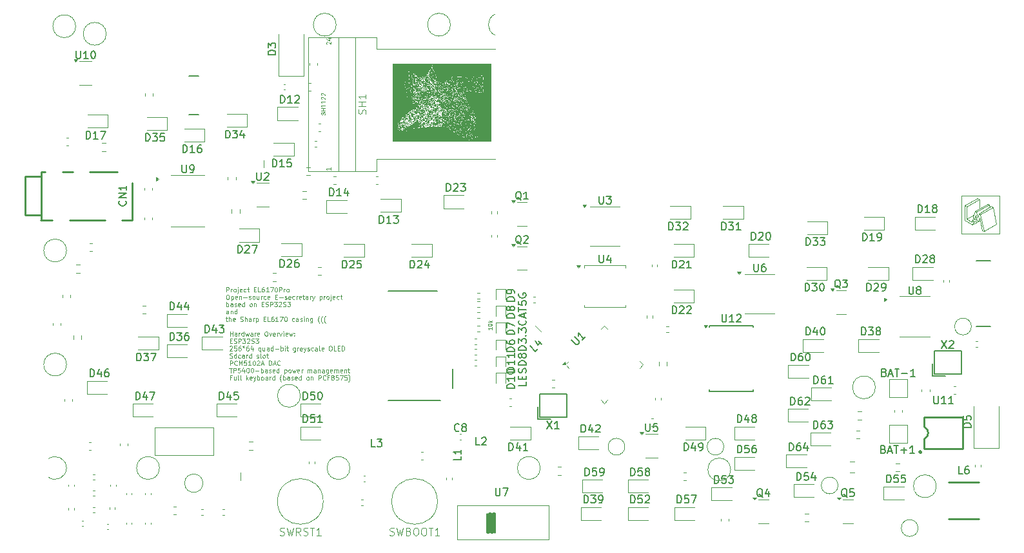
<source format=gto>
G04 Layer: TopSilkscreenLayer*
G04 EasyEDA Pro v2.2.27.1, 2024-10-03 04:14:18*
G04 Gerber Generator version 0.3*
G04 Scale: 100 percent, Rotated: No, Reflected: No*
G04 Dimensions in millimeters*
G04 Leading zeros omitted, absolute positions, 3 integers and 5 decimals*

%TF.GenerationSoftware,KiCad,Pcbnew,8.0.5-unknown-202409261835~48b9027842~ubuntu24.04.1*%
%TF.CreationDate,2024-10-03T03:13:53+08:00*%
%TF.ProjectId,EL6170_Pro_Max_Plus,454c3631-3730-45f5-9072-6f5f4d61785f,rev?*%
%TF.SameCoordinates,Original*%
%TF.FileFunction,Legend,Top*%
%TF.FilePolarity,Positive*%
%FSLAX46Y46*%
G04 Gerber Fmt 4.6, Leading zero omitted, Abs format (unit mm)*
G04 Created by KiCad (PCBNEW 8.0.5-unknown-202409261835~48b9027842~ubuntu24.04.1) date 2024-10-03 03:13:53*
%MOMM*%
%LPD*%
G01*
G04 APERTURE LIST*
%ADD10C,0.000000*%
%ADD11C,0.100000*%
%ADD12C,0.070000*%
%ADD13C,0.150000*%
%ADD14C,0.120000*%
%ADD15C,0.250000*%
%ADD16C,0.203200*%
G04 APERTURE END LIST*
D10*
G36*
X143357800Y-71632200D02*
G01*
X143027600Y-71632200D01*
X143027600Y-71606800D01*
X143357800Y-71606800D01*
X143357800Y-71632200D01*
G37*
G36*
X142443400Y-77677400D02*
G01*
X142392600Y-77677400D01*
X142392600Y-77652000D01*
X142443400Y-77652000D01*
X142443400Y-77677400D01*
G37*
G36*
X143561000Y-77626600D02*
G01*
X143510200Y-77626600D01*
X143510200Y-77601200D01*
X143561000Y-77601200D01*
X143561000Y-77626600D01*
G37*
G36*
X148437800Y-78210800D02*
G01*
X147929800Y-78210800D01*
X147929800Y-78185400D01*
X148437800Y-78185400D01*
X148437800Y-78210800D01*
G37*
G36*
X141351200Y-74629400D02*
G01*
X141275000Y-74629400D01*
X141275000Y-74604000D01*
X141351200Y-74604000D01*
X141351200Y-74629400D01*
G37*
G36*
X144297600Y-76763000D02*
G01*
X144246800Y-76763000D01*
X144246800Y-76737600D01*
X144297600Y-76737600D01*
X144297600Y-76763000D01*
G37*
G36*
X144348400Y-74629400D02*
G01*
X144323000Y-74629400D01*
X144323000Y-74604000D01*
X144348400Y-74604000D01*
X144348400Y-74629400D01*
G37*
G36*
X148691800Y-79938000D02*
G01*
X148641000Y-79938000D01*
X148641000Y-79912600D01*
X148691800Y-79912600D01*
X148691800Y-79938000D01*
G37*
G36*
X142722800Y-72749800D02*
G01*
X142570400Y-72749800D01*
X142570400Y-72724400D01*
X142722800Y-72724400D01*
X142722800Y-72749800D01*
G37*
G36*
X142545000Y-76534400D02*
G01*
X142519600Y-76534400D01*
X142519600Y-76509000D01*
X142545000Y-76509000D01*
X142545000Y-76534400D01*
G37*
G36*
X146482000Y-75061200D02*
G01*
X146456600Y-75061200D01*
X146456600Y-75035800D01*
X146482000Y-75035800D01*
X146482000Y-75061200D01*
G37*
G36*
X143510200Y-78693400D02*
G01*
X143484800Y-78693400D01*
X143484800Y-78668000D01*
X143510200Y-78668000D01*
X143510200Y-78693400D01*
G37*
G36*
X143103800Y-73715000D02*
G01*
X143053000Y-73715000D01*
X143053000Y-73689600D01*
X143103800Y-73689600D01*
X143103800Y-73715000D01*
G37*
G36*
X151104800Y-72445000D02*
G01*
X150038000Y-72445000D01*
X150038000Y-72419600D01*
X151104800Y-72419600D01*
X151104800Y-72445000D01*
G37*
G36*
X142062400Y-76255000D02*
G01*
X141960800Y-76255000D01*
X141960800Y-76229600D01*
X142062400Y-76229600D01*
X142062400Y-76255000D01*
G37*
G36*
X142976800Y-74934200D02*
G01*
X142672000Y-74934200D01*
X142672000Y-74908800D01*
X142976800Y-74908800D01*
X142976800Y-74934200D01*
G37*
G36*
X144272200Y-73130800D02*
G01*
X143942000Y-73130800D01*
X143942000Y-73105400D01*
X144272200Y-73105400D01*
X144272200Y-73130800D01*
G37*
G36*
X140944800Y-74197600D02*
G01*
X140894000Y-74197600D01*
X140894000Y-74172200D01*
X140944800Y-74172200D01*
X140944800Y-74197600D01*
G37*
G36*
X141046400Y-77499600D02*
G01*
X141021000Y-77499600D01*
X141021000Y-77474200D01*
X141046400Y-77474200D01*
X141046400Y-77499600D01*
G37*
G36*
X140030400Y-78744200D02*
G01*
X139979600Y-78744200D01*
X139979600Y-78718800D01*
X140030400Y-78718800D01*
X140030400Y-78744200D01*
G37*
G36*
X141732200Y-72800600D02*
G01*
X141681400Y-72800600D01*
X141681400Y-72775200D01*
X141732200Y-72775200D01*
X141732200Y-72800600D01*
G37*
G36*
X143738800Y-77474200D02*
G01*
X143713400Y-77474200D01*
X143713400Y-77448800D01*
X143738800Y-77448800D01*
X143738800Y-77474200D01*
G37*
G36*
X141046400Y-74502400D02*
G01*
X140995600Y-74502400D01*
X140995600Y-74477000D01*
X141046400Y-74477000D01*
X141046400Y-74502400D01*
G37*
G36*
X139878000Y-74553200D02*
G01*
X138100000Y-74553200D01*
X138100000Y-74527800D01*
X139878000Y-74527800D01*
X139878000Y-74553200D01*
G37*
G36*
X144450000Y-76661400D02*
G01*
X144424600Y-76661400D01*
X144424600Y-76636000D01*
X144450000Y-76636000D01*
X144450000Y-76661400D01*
G37*
G36*
X148920400Y-78693400D02*
G01*
X148869600Y-78693400D01*
X148869600Y-78668000D01*
X148920400Y-78668000D01*
X148920400Y-78693400D01*
G37*
G36*
X142621200Y-71886200D02*
G01*
X141097200Y-71886200D01*
X141097200Y-71860800D01*
X142621200Y-71860800D01*
X142621200Y-71886200D01*
G37*
G36*
X143383200Y-76305800D02*
G01*
X143332400Y-76305800D01*
X143332400Y-76280400D01*
X143383200Y-76280400D01*
X143383200Y-76305800D01*
G37*
G36*
X148793400Y-78439400D02*
G01*
X148412400Y-78439400D01*
X148412400Y-78414000D01*
X148793400Y-78414000D01*
X148793400Y-78439400D01*
G37*
G36*
X143967400Y-77093200D02*
G01*
X143916600Y-77093200D01*
X143916600Y-77067800D01*
X143967400Y-77067800D01*
X143967400Y-77093200D01*
G37*
G36*
X141122600Y-72622800D02*
G01*
X140309800Y-72622800D01*
X140309800Y-72597400D01*
X141122600Y-72597400D01*
X141122600Y-72622800D01*
G37*
G36*
X144627800Y-77398000D02*
G01*
X144577000Y-77398000D01*
X144577000Y-77372600D01*
X144627800Y-77372600D01*
X144627800Y-77398000D01*
G37*
G36*
X144196000Y-76255000D02*
G01*
X144170600Y-76255000D01*
X144170600Y-76229600D01*
X144196000Y-76229600D01*
X144196000Y-76255000D01*
G37*
G36*
X141300400Y-77728200D02*
G01*
X141249600Y-77728200D01*
X141249600Y-77702800D01*
X141300400Y-77702800D01*
X141300400Y-77728200D01*
G37*
G36*
X141021000Y-75061200D02*
G01*
X140995600Y-75061200D01*
X140995600Y-75035800D01*
X141021000Y-75035800D01*
X141021000Y-75061200D01*
G37*
G36*
X145161200Y-78668000D02*
G01*
X145085000Y-78668000D01*
X145085000Y-78642600D01*
X145161200Y-78642600D01*
X145161200Y-78668000D01*
G37*
G36*
X143891200Y-78363200D02*
G01*
X143865800Y-78363200D01*
X143865800Y-78337800D01*
X143891200Y-78337800D01*
X143891200Y-78363200D01*
G37*
G36*
X144399200Y-74146800D02*
G01*
X144272200Y-74146800D01*
X144272200Y-74121400D01*
X144399200Y-74121400D01*
X144399200Y-74146800D01*
G37*
G36*
X143764200Y-73638800D02*
G01*
X143713400Y-73638800D01*
X143713400Y-73613400D01*
X143764200Y-73613400D01*
X143764200Y-73638800D01*
G37*
G36*
X142011600Y-77550400D02*
G01*
X141986200Y-77550400D01*
X141986200Y-77525000D01*
X142011600Y-77525000D01*
X142011600Y-77550400D01*
G37*
G36*
X148641000Y-78896600D02*
G01*
X148590200Y-78896600D01*
X148590200Y-78871200D01*
X148641000Y-78871200D01*
X148641000Y-78896600D01*
G37*
G36*
X143230800Y-75442200D02*
G01*
X143205400Y-75442200D01*
X143205400Y-75416800D01*
X143230800Y-75416800D01*
X143230800Y-75442200D01*
G37*
G36*
X142900600Y-72140200D02*
G01*
X142875200Y-72140200D01*
X142875200Y-72114800D01*
X142900600Y-72114800D01*
X142900600Y-72140200D01*
G37*
G36*
X142062400Y-73080000D02*
G01*
X142011600Y-73080000D01*
X142011600Y-73054600D01*
X142062400Y-73054600D01*
X142062400Y-73080000D01*
G37*
G36*
X140716200Y-76890000D02*
G01*
X140665400Y-76890000D01*
X140665400Y-76864600D01*
X140716200Y-76864600D01*
X140716200Y-76890000D01*
G37*
G36*
X145542200Y-73308600D02*
G01*
X145339000Y-73308600D01*
X145339000Y-73283200D01*
X145542200Y-73283200D01*
X145542200Y-73308600D01*
G37*
G36*
X143688000Y-74146800D02*
G01*
X143611800Y-74146800D01*
X143611800Y-74121400D01*
X143688000Y-74121400D01*
X143688000Y-74146800D01*
G37*
G36*
X142164000Y-75035800D02*
G01*
X142113200Y-75035800D01*
X142113200Y-75010400D01*
X142164000Y-75010400D01*
X142164000Y-75035800D01*
G37*
G36*
X142011600Y-76407400D02*
G01*
X141986200Y-76407400D01*
X141986200Y-76382000D01*
X142011600Y-76382000D01*
X142011600Y-76407400D01*
G37*
G36*
X138811200Y-78947400D02*
G01*
X138100000Y-78947400D01*
X138100000Y-78922000D01*
X138811200Y-78922000D01*
X138811200Y-78947400D01*
G37*
G36*
X144018200Y-77423400D02*
G01*
X143992800Y-77423400D01*
X143992800Y-77398000D01*
X144018200Y-77398000D01*
X144018200Y-77423400D01*
G37*
G36*
X142976800Y-76509000D02*
G01*
X142926000Y-76509000D01*
X142926000Y-76483600D01*
X142976800Y-76483600D01*
X142976800Y-76509000D01*
G37*
G36*
X149250600Y-72953000D02*
G01*
X148844200Y-72953000D01*
X148844200Y-72927600D01*
X149250600Y-72927600D01*
X149250600Y-72953000D01*
G37*
G36*
X144653200Y-73181600D02*
G01*
X144373800Y-73181600D01*
X144373800Y-73156200D01*
X144653200Y-73156200D01*
X144653200Y-73181600D01*
G37*
G36*
X142291000Y-77525000D02*
G01*
X142265600Y-77525000D01*
X142265600Y-77499600D01*
X142291000Y-77499600D01*
X142291000Y-77525000D01*
G37*
G36*
X147904400Y-79252200D02*
G01*
X147371000Y-79252200D01*
X147371000Y-79226800D01*
X147904400Y-79226800D01*
X147904400Y-79252200D01*
G37*
G36*
X147625000Y-74883400D02*
G01*
X147548800Y-74883400D01*
X147548800Y-74858000D01*
X147625000Y-74858000D01*
X147625000Y-74883400D01*
G37*
G36*
X141198800Y-72546600D02*
G01*
X141148000Y-72546600D01*
X141148000Y-72521200D01*
X141198800Y-72521200D01*
X141198800Y-72546600D01*
G37*
G36*
X143154600Y-73867400D02*
G01*
X143129200Y-73867400D01*
X143129200Y-73842000D01*
X143154600Y-73842000D01*
X143154600Y-73867400D01*
G37*
G36*
X141021000Y-71911600D02*
G01*
X140970200Y-71911600D01*
X140970200Y-71886200D01*
X141021000Y-71886200D01*
X141021000Y-71911600D01*
G37*
G36*
X144678600Y-76813800D02*
G01*
X144627800Y-76813800D01*
X144627800Y-76788400D01*
X144678600Y-76788400D01*
X144678600Y-76813800D01*
G37*
G36*
X143789600Y-77626600D02*
G01*
X143764200Y-77626600D01*
X143764200Y-77601200D01*
X143789600Y-77601200D01*
X143789600Y-77626600D01*
G37*
G36*
X142011600Y-75899400D02*
G01*
X141935400Y-75899400D01*
X141935400Y-75874000D01*
X142011600Y-75874000D01*
X142011600Y-75899400D01*
G37*
G36*
X145491400Y-77321800D02*
G01*
X145466000Y-77321800D01*
X145466000Y-77296400D01*
X145491400Y-77296400D01*
X145491400Y-77321800D01*
G37*
G36*
X143002200Y-77829800D02*
G01*
X142951400Y-77829800D01*
X142951400Y-77804400D01*
X143002200Y-77804400D01*
X143002200Y-77829800D01*
G37*
G36*
X147066200Y-76077200D02*
G01*
X146964600Y-76077200D01*
X146964600Y-76051800D01*
X147066200Y-76051800D01*
X147066200Y-76077200D01*
G37*
G36*
X145847000Y-74680200D02*
G01*
X145694600Y-74680200D01*
X145694600Y-74654800D01*
X145847000Y-74654800D01*
X145847000Y-74680200D01*
G37*
G36*
X139344600Y-78058400D02*
G01*
X139217600Y-78058400D01*
X139217600Y-78033000D01*
X139344600Y-78033000D01*
X139344600Y-78058400D01*
G37*
G36*
X140233600Y-78210800D02*
G01*
X140208200Y-78210800D01*
X140208200Y-78185400D01*
X140233600Y-78185400D01*
X140233600Y-78210800D01*
G37*
G36*
X140360600Y-78287000D02*
G01*
X140309800Y-78287000D01*
X140309800Y-78261600D01*
X140360600Y-78261600D01*
X140360600Y-78287000D01*
G37*
G36*
X142875200Y-73105400D02*
G01*
X142773600Y-73105400D01*
X142773600Y-73080000D01*
X142875200Y-73080000D01*
X142875200Y-73105400D01*
G37*
G36*
X139141400Y-79023600D02*
G01*
X139116000Y-79023600D01*
X139116000Y-78998200D01*
X139141400Y-78998200D01*
X139141400Y-79023600D01*
G37*
G36*
X146075600Y-75315200D02*
G01*
X145897800Y-75315200D01*
X145897800Y-75289800D01*
X146075600Y-75289800D01*
X146075600Y-75315200D01*
G37*
D11*
X95300000Y-95000000D02*
G75*
G02*
X92300000Y-95000000I-1500000J0D01*
G01*
X92300000Y-95000000D02*
G75*
G02*
X95300000Y-95000000I1500000J0D01*
G01*
D10*
G36*
X147701200Y-75416800D02*
G01*
X147548800Y-75416800D01*
X147548800Y-75391400D01*
X147701200Y-75391400D01*
X147701200Y-75416800D01*
G37*
G36*
X141681400Y-74146800D02*
G01*
X141656000Y-74146800D01*
X141656000Y-74121400D01*
X141681400Y-74121400D01*
X141681400Y-74146800D01*
G37*
G36*
X141732200Y-78185400D02*
G01*
X141706800Y-78185400D01*
X141706800Y-78160000D01*
X141732200Y-78160000D01*
X141732200Y-78185400D01*
G37*
G36*
X147396400Y-74934200D02*
G01*
X147345600Y-74934200D01*
X147345600Y-74908800D01*
X147396400Y-74908800D01*
X147396400Y-74934200D01*
G37*
G36*
X145796200Y-73130800D02*
G01*
X145694600Y-73130800D01*
X145694600Y-73105400D01*
X145796200Y-73105400D01*
X145796200Y-73130800D01*
G37*
G36*
X143205400Y-76813800D02*
G01*
X143180000Y-76813800D01*
X143180000Y-76788400D01*
X143205400Y-76788400D01*
X143205400Y-76813800D01*
G37*
G36*
X141452800Y-75620000D02*
G01*
X141275000Y-75620000D01*
X141275000Y-75594600D01*
X141452800Y-75594600D01*
X141452800Y-75620000D01*
G37*
G36*
X143459400Y-76407400D02*
G01*
X143434000Y-76407400D01*
X143434000Y-76382000D01*
X143459400Y-76382000D01*
X143459400Y-76407400D01*
G37*
G36*
X145974000Y-74731000D02*
G01*
X145948600Y-74731000D01*
X145948600Y-74705600D01*
X145974000Y-74705600D01*
X145974000Y-74731000D01*
G37*
G36*
X140716200Y-73689600D02*
G01*
X140665400Y-73689600D01*
X140665400Y-73664200D01*
X140716200Y-73664200D01*
X140716200Y-73689600D01*
G37*
G36*
X143865800Y-76128000D02*
G01*
X143840400Y-76128000D01*
X143840400Y-76102600D01*
X143865800Y-76102600D01*
X143865800Y-76128000D01*
G37*
G36*
X139674800Y-78718800D02*
G01*
X139624000Y-78718800D01*
X139624000Y-78693400D01*
X139674800Y-78693400D01*
X139674800Y-78718800D01*
G37*
G36*
X143764200Y-75188200D02*
G01*
X143713400Y-75188200D01*
X143713400Y-75162800D01*
X143764200Y-75162800D01*
X143764200Y-75188200D01*
G37*
G36*
X147879000Y-76255000D02*
G01*
X147701200Y-76255000D01*
X147701200Y-76229600D01*
X147879000Y-76229600D01*
X147879000Y-76255000D01*
G37*
G36*
X141122600Y-77753600D02*
G01*
X141071800Y-77753600D01*
X141071800Y-77728200D01*
X141122600Y-77728200D01*
X141122600Y-77753600D01*
G37*
G36*
X146304200Y-76610600D02*
G01*
X146075600Y-76610600D01*
X146075600Y-76585200D01*
X146304200Y-76585200D01*
X146304200Y-76610600D01*
G37*
G36*
X144754800Y-75137400D02*
G01*
X144704000Y-75137400D01*
X144704000Y-75112000D01*
X144754800Y-75112000D01*
X144754800Y-75137400D01*
G37*
G36*
X149072800Y-73664200D02*
G01*
X148920400Y-73664200D01*
X148920400Y-73638800D01*
X149072800Y-73638800D01*
X149072800Y-73664200D01*
G37*
G36*
X148742600Y-78236200D02*
G01*
X148336200Y-78236200D01*
X148336200Y-78210800D01*
X148742600Y-78210800D01*
X148742600Y-78236200D01*
G37*
G36*
X142519600Y-75239000D02*
G01*
X142468800Y-75239000D01*
X142468800Y-75213600D01*
X142519600Y-75213600D01*
X142519600Y-75239000D01*
G37*
G36*
X142900600Y-75620000D02*
G01*
X142824400Y-75620000D01*
X142824400Y-75594600D01*
X142900600Y-75594600D01*
X142900600Y-75620000D01*
G37*
G36*
X142265600Y-76940800D02*
G01*
X142240200Y-76940800D01*
X142240200Y-76915400D01*
X142265600Y-76915400D01*
X142265600Y-76940800D01*
G37*
G36*
X143484800Y-78668000D02*
G01*
X143459400Y-78668000D01*
X143459400Y-78642600D01*
X143484800Y-78642600D01*
X143484800Y-78668000D01*
G37*
G36*
X147879000Y-73943600D02*
G01*
X147701200Y-73943600D01*
X147701200Y-73918200D01*
X147879000Y-73918200D01*
X147879000Y-73943600D01*
G37*
G36*
X145110400Y-76636000D02*
G01*
X144831000Y-76636000D01*
X144831000Y-76610600D01*
X145110400Y-76610600D01*
X145110400Y-76636000D01*
G37*
G36*
X143383200Y-73969000D02*
G01*
X143307000Y-73969000D01*
X143307000Y-73943600D01*
X143383200Y-73943600D01*
X143383200Y-73969000D01*
G37*
G36*
X143027600Y-76458200D02*
G01*
X142976800Y-76458200D01*
X142976800Y-76432800D01*
X143027600Y-76432800D01*
X143027600Y-76458200D01*
G37*
G36*
X143332400Y-72775200D02*
G01*
X143281600Y-72775200D01*
X143281600Y-72749800D01*
X143332400Y-72749800D01*
X143332400Y-72775200D01*
G37*
G36*
X142138600Y-77220200D02*
G01*
X142087800Y-77220200D01*
X142087800Y-77194800D01*
X142138600Y-77194800D01*
X142138600Y-77220200D01*
G37*
G36*
X142951400Y-73664200D02*
G01*
X142900600Y-73664200D01*
X142900600Y-73638800D01*
X142951400Y-73638800D01*
X142951400Y-73664200D01*
G37*
G36*
X142316400Y-78083800D02*
G01*
X142291000Y-78083800D01*
X142291000Y-78058400D01*
X142316400Y-78058400D01*
X142316400Y-78083800D01*
G37*
G36*
X141935400Y-76890000D02*
G01*
X141910000Y-76890000D01*
X141910000Y-76864600D01*
X141935400Y-76864600D01*
X141935400Y-76890000D01*
G37*
G36*
X143180000Y-76458200D02*
G01*
X143129200Y-76458200D01*
X143129200Y-76432800D01*
X143180000Y-76432800D01*
X143180000Y-76458200D01*
G37*
G36*
X151104800Y-76839200D02*
G01*
X148615600Y-76839200D01*
X148615600Y-76813800D01*
X151104800Y-76813800D01*
X151104800Y-76839200D01*
G37*
G36*
X140411400Y-76712200D02*
G01*
X138100000Y-76712200D01*
X138100000Y-76686800D01*
X140411400Y-76686800D01*
X140411400Y-76712200D01*
G37*
G36*
X142951400Y-73105400D02*
G01*
X142926000Y-73105400D01*
X142926000Y-73080000D01*
X142951400Y-73080000D01*
X142951400Y-73105400D01*
G37*
G36*
X147320200Y-75112000D02*
G01*
X147244000Y-75112000D01*
X147244000Y-75086600D01*
X147320200Y-75086600D01*
X147320200Y-75112000D01*
G37*
G36*
X139141400Y-77956800D02*
G01*
X138100000Y-77956800D01*
X138100000Y-77931400D01*
X139141400Y-77931400D01*
X139141400Y-77956800D01*
G37*
G36*
X140208200Y-78388600D02*
G01*
X140182800Y-78388600D01*
X140182800Y-78363200D01*
X140208200Y-78363200D01*
X140208200Y-78388600D01*
G37*
G36*
X141732200Y-74578600D02*
G01*
X141605200Y-74578600D01*
X141605200Y-74553200D01*
X141732200Y-74553200D01*
X141732200Y-74578600D01*
G37*
G36*
X144424600Y-78058400D02*
G01*
X144399200Y-78058400D01*
X144399200Y-78033000D01*
X144424600Y-78033000D01*
X144424600Y-78058400D01*
G37*
G36*
X145923200Y-76890000D02*
G01*
X145872400Y-76890000D01*
X145872400Y-76864600D01*
X145923200Y-76864600D01*
X145923200Y-76890000D01*
G37*
G36*
X144069000Y-77880600D02*
G01*
X144018200Y-77880600D01*
X144018200Y-77855200D01*
X144069000Y-77855200D01*
X144069000Y-77880600D01*
G37*
G36*
X148818800Y-77245600D02*
G01*
X148768000Y-77245600D01*
X148768000Y-77220200D01*
X148818800Y-77220200D01*
X148818800Y-77245600D01*
G37*
G36*
X144551600Y-77194800D02*
G01*
X144500800Y-77194800D01*
X144500800Y-77169400D01*
X144551600Y-77169400D01*
X144551600Y-77194800D01*
G37*
G36*
X145389800Y-74121400D02*
G01*
X145262800Y-74121400D01*
X145262800Y-74096000D01*
X145389800Y-74096000D01*
X145389800Y-74121400D01*
G37*
G36*
X148793400Y-72165600D02*
G01*
X146507400Y-72165600D01*
X146507400Y-72140200D01*
X148793400Y-72140200D01*
X148793400Y-72165600D01*
G37*
G36*
X143281600Y-76305800D02*
G01*
X143230800Y-76305800D01*
X143230800Y-76280400D01*
X143281600Y-76280400D01*
X143281600Y-76305800D01*
G37*
G36*
X141478200Y-76763000D02*
G01*
X141452800Y-76763000D01*
X141452800Y-76737600D01*
X141478200Y-76737600D01*
X141478200Y-76763000D01*
G37*
G36*
X143789600Y-77144000D02*
G01*
X143738800Y-77144000D01*
X143738800Y-77118600D01*
X143789600Y-77118600D01*
X143789600Y-77144000D01*
G37*
G36*
X143535600Y-77321800D02*
G01*
X143383200Y-77321800D01*
X143383200Y-77296400D01*
X143535600Y-77296400D01*
X143535600Y-77321800D01*
G37*
G36*
X143916600Y-76915400D02*
G01*
X143891200Y-76915400D01*
X143891200Y-76890000D01*
X143916600Y-76890000D01*
X143916600Y-76915400D01*
G37*
G36*
X146177200Y-76128000D02*
G01*
X146101000Y-76128000D01*
X146101000Y-76102600D01*
X146177200Y-76102600D01*
X146177200Y-76128000D01*
G37*
G36*
X139598600Y-78591800D02*
G01*
X139547800Y-78591800D01*
X139547800Y-78566400D01*
X139598600Y-78566400D01*
X139598600Y-78591800D01*
G37*
G36*
X141224200Y-77017000D02*
G01*
X141198800Y-77017000D01*
X141198800Y-76991600D01*
X141224200Y-76991600D01*
X141224200Y-77017000D01*
G37*
G36*
X144145200Y-75950200D02*
G01*
X144094400Y-75950200D01*
X144094400Y-75924800D01*
X144145200Y-75924800D01*
X144145200Y-75950200D01*
G37*
G36*
X143561000Y-76229600D02*
G01*
X143535600Y-76229600D01*
X143535600Y-76204200D01*
X143561000Y-76204200D01*
X143561000Y-76229600D01*
G37*
G36*
X148285400Y-79252200D02*
G01*
X148234600Y-79252200D01*
X148234600Y-79226800D01*
X148285400Y-79226800D01*
X148285400Y-79252200D01*
G37*
G36*
X144881800Y-75162800D02*
G01*
X144831000Y-75162800D01*
X144831000Y-75137400D01*
X144881800Y-75137400D01*
X144881800Y-75162800D01*
G37*
G36*
X143154600Y-73359400D02*
G01*
X143129200Y-73359400D01*
X143129200Y-73334000D01*
X143154600Y-73334000D01*
X143154600Y-73359400D01*
G37*
G36*
X139065200Y-78795000D02*
G01*
X139014400Y-78795000D01*
X139014400Y-78769600D01*
X139065200Y-78769600D01*
X139065200Y-78795000D01*
G37*
G36*
X139827200Y-77804400D02*
G01*
X139801800Y-77804400D01*
X139801800Y-77779000D01*
X139827200Y-77779000D01*
X139827200Y-77804400D01*
G37*
G36*
X143281600Y-77779000D02*
G01*
X143129200Y-77779000D01*
X143129200Y-77753600D01*
X143281600Y-77753600D01*
X143281600Y-77779000D01*
G37*
G36*
X142951400Y-78210800D02*
G01*
X142926000Y-78210800D01*
X142926000Y-78185400D01*
X142951400Y-78185400D01*
X142951400Y-78210800D01*
G37*
G36*
X139141400Y-79176000D02*
G01*
X138963600Y-79176000D01*
X138963600Y-79150600D01*
X139141400Y-79150600D01*
X139141400Y-79176000D01*
G37*
G36*
X151104800Y-76585200D02*
G01*
X148615600Y-76585200D01*
X148615600Y-76559800D01*
X151104800Y-76559800D01*
X151104800Y-76585200D01*
G37*
G36*
X143815000Y-74781800D02*
G01*
X143789600Y-74781800D01*
X143789600Y-74756400D01*
X143815000Y-74756400D01*
X143815000Y-74781800D01*
G37*
G36*
X140995600Y-74781800D02*
G01*
X140792400Y-74781800D01*
X140792400Y-74756400D01*
X140995600Y-74756400D01*
X140995600Y-74781800D01*
G37*
G36*
X147472600Y-74299200D02*
G01*
X147396400Y-74299200D01*
X147396400Y-74273800D01*
X147472600Y-74273800D01*
X147472600Y-74299200D01*
G37*
G36*
X149834800Y-74197600D02*
G01*
X149809400Y-74197600D01*
X149809400Y-74172200D01*
X149834800Y-74172200D01*
X149834800Y-74197600D01*
G37*
G36*
X146837600Y-75137400D02*
G01*
X146634400Y-75137400D01*
X146634400Y-75112000D01*
X146837600Y-75112000D01*
X146837600Y-75137400D01*
G37*
G36*
X142545000Y-77296400D02*
G01*
X142468800Y-77296400D01*
X142468800Y-77271000D01*
X142545000Y-77271000D01*
X142545000Y-77296400D01*
G37*
G36*
X141935400Y-74908800D02*
G01*
X141884600Y-74908800D01*
X141884600Y-74883400D01*
X141935400Y-74883400D01*
X141935400Y-74908800D01*
G37*
G36*
X141376600Y-76915400D02*
G01*
X141351200Y-76915400D01*
X141351200Y-76890000D01*
X141376600Y-76890000D01*
X141376600Y-76915400D01*
G37*
G36*
X143916600Y-75569200D02*
G01*
X143865800Y-75569200D01*
X143865800Y-75543800D01*
X143916600Y-75543800D01*
X143916600Y-75569200D01*
G37*
G36*
X148691800Y-77982200D02*
G01*
X148488600Y-77982200D01*
X148488600Y-77956800D01*
X148691800Y-77956800D01*
X148691800Y-77982200D01*
G37*
G36*
X143916600Y-73842000D02*
G01*
X143789600Y-73842000D01*
X143789600Y-73816600D01*
X143916600Y-73816600D01*
X143916600Y-73842000D01*
G37*
G36*
X143053000Y-75924800D02*
G01*
X143002200Y-75924800D01*
X143002200Y-75899400D01*
X143053000Y-75899400D01*
X143053000Y-75924800D01*
G37*
G36*
X148996600Y-78591800D02*
G01*
X148920400Y-78591800D01*
X148920400Y-78566400D01*
X148996600Y-78566400D01*
X148996600Y-78591800D01*
G37*
G36*
X140817800Y-77728200D02*
G01*
X140792400Y-77728200D01*
X140792400Y-77702800D01*
X140817800Y-77702800D01*
X140817800Y-77728200D01*
G37*
G36*
X141529000Y-76128000D02*
G01*
X141478200Y-76128000D01*
X141478200Y-76102600D01*
X141529000Y-76102600D01*
X141529000Y-76128000D01*
G37*
G36*
X147040800Y-74680200D02*
G01*
X146913800Y-74680200D01*
X146913800Y-74654800D01*
X147040800Y-74654800D01*
X147040800Y-74680200D01*
G37*
G36*
X141783000Y-74324600D02*
G01*
X141503600Y-74324600D01*
X141503600Y-74299200D01*
X141783000Y-74299200D01*
X141783000Y-74324600D01*
G37*
G36*
X141275000Y-75366000D02*
G01*
X141224200Y-75366000D01*
X141224200Y-75340600D01*
X141275000Y-75340600D01*
X141275000Y-75366000D01*
G37*
G36*
X142900600Y-73842000D02*
G01*
X142849800Y-73842000D01*
X142849800Y-73816600D01*
X142900600Y-73816600D01*
X142900600Y-73842000D01*
G37*
G36*
X146151800Y-74375400D02*
G01*
X146075600Y-74375400D01*
X146075600Y-74350000D01*
X146151800Y-74350000D01*
X146151800Y-74375400D01*
G37*
G36*
X151104800Y-71276600D02*
G01*
X143459400Y-71276600D01*
X143459400Y-71251200D01*
X151104800Y-71251200D01*
X151104800Y-71276600D01*
G37*
G36*
X143332400Y-70844800D02*
G01*
X143281600Y-70844800D01*
X143281600Y-70819400D01*
X143332400Y-70819400D01*
X143332400Y-70844800D01*
G37*
G36*
X144551600Y-78591800D02*
G01*
X144500800Y-78591800D01*
X144500800Y-78566400D01*
X144551600Y-78566400D01*
X144551600Y-78591800D01*
G37*
G36*
X142900600Y-72800600D02*
G01*
X142849800Y-72800600D01*
X142849800Y-72775200D01*
X142900600Y-72775200D01*
X142900600Y-72800600D01*
G37*
G36*
X140894000Y-77652000D02*
G01*
X140868600Y-77652000D01*
X140868600Y-77626600D01*
X140894000Y-77626600D01*
X140894000Y-77652000D01*
G37*
G36*
X143180000Y-74477000D02*
G01*
X143053000Y-74477000D01*
X143053000Y-74451600D01*
X143180000Y-74451600D01*
X143180000Y-74477000D01*
G37*
G36*
X142672000Y-72851400D02*
G01*
X142621200Y-72851400D01*
X142621200Y-72826000D01*
X142672000Y-72826000D01*
X142672000Y-72851400D01*
G37*
G36*
X142113200Y-76001000D02*
G01*
X142087800Y-76001000D01*
X142087800Y-75975600D01*
X142113200Y-75975600D01*
X142113200Y-76001000D01*
G37*
G36*
X140767000Y-75391400D02*
G01*
X140513000Y-75391400D01*
X140513000Y-75366000D01*
X140767000Y-75366000D01*
X140767000Y-75391400D01*
G37*
G36*
X143992800Y-76813800D02*
G01*
X143967400Y-76813800D01*
X143967400Y-76788400D01*
X143992800Y-76788400D01*
X143992800Y-76813800D01*
G37*
G36*
X142164000Y-78718800D02*
G01*
X142138600Y-78718800D01*
X142138600Y-78693400D01*
X142164000Y-78693400D01*
X142164000Y-78718800D01*
G37*
G36*
X143357800Y-75696200D02*
G01*
X143332400Y-75696200D01*
X143332400Y-75670800D01*
X143357800Y-75670800D01*
X143357800Y-75696200D01*
G37*
G36*
X145110400Y-78033000D02*
G01*
X145008800Y-78033000D01*
X145008800Y-78007600D01*
X145110400Y-78007600D01*
X145110400Y-78033000D01*
G37*
G36*
X148869600Y-80065000D02*
G01*
X148742600Y-80065000D01*
X148742600Y-80039600D01*
X148869600Y-80039600D01*
X148869600Y-80065000D01*
G37*
G36*
X141910000Y-76204200D02*
G01*
X141859200Y-76204200D01*
X141859200Y-76178800D01*
X141910000Y-76178800D01*
X141910000Y-76204200D01*
G37*
G36*
X151104800Y-72013200D02*
G01*
X149885600Y-72013200D01*
X149885600Y-71987800D01*
X151104800Y-71987800D01*
X151104800Y-72013200D01*
G37*
G36*
X140995600Y-77448800D02*
G01*
X140970200Y-77448800D01*
X140970200Y-77423400D01*
X140995600Y-77423400D01*
X140995600Y-77448800D01*
G37*
G36*
X143357800Y-75213600D02*
G01*
X143307000Y-75213600D01*
X143307000Y-75188200D01*
X143357800Y-75188200D01*
X143357800Y-75213600D01*
G37*
G36*
X145669200Y-78820400D02*
G01*
X145415200Y-78820400D01*
X145415200Y-78795000D01*
X145669200Y-78795000D01*
X145669200Y-78820400D01*
G37*
G36*
X143586400Y-73664200D02*
G01*
X143561000Y-73664200D01*
X143561000Y-73638800D01*
X143586400Y-73638800D01*
X143586400Y-73664200D01*
G37*
G36*
X142824400Y-72140200D02*
G01*
X142773600Y-72140200D01*
X142773600Y-72114800D01*
X142824400Y-72114800D01*
X142824400Y-72140200D01*
G37*
G36*
X142900600Y-76534400D02*
G01*
X142875200Y-76534400D01*
X142875200Y-76509000D01*
X142900600Y-76509000D01*
X142900600Y-76534400D01*
G37*
G36*
X140944800Y-77296400D02*
G01*
X140919400Y-77296400D01*
X140919400Y-77271000D01*
X140944800Y-77271000D01*
X140944800Y-77296400D01*
G37*
G36*
X146126400Y-74908800D02*
G01*
X146075600Y-74908800D01*
X146075600Y-74883400D01*
X146126400Y-74883400D01*
X146126400Y-74908800D01*
G37*
G36*
X151104800Y-78820400D02*
G01*
X148895000Y-78820400D01*
X148895000Y-78795000D01*
X151104800Y-78795000D01*
X151104800Y-78820400D01*
G37*
G36*
X147752000Y-77474200D02*
G01*
X147498000Y-77474200D01*
X147498000Y-77448800D01*
X147752000Y-77448800D01*
X147752000Y-77474200D01*
G37*
G36*
X146964600Y-79455400D02*
G01*
X146507400Y-79455400D01*
X146507400Y-79430000D01*
X146964600Y-79430000D01*
X146964600Y-79455400D01*
G37*
G36*
X144272200Y-76813800D02*
G01*
X144221400Y-76813800D01*
X144221400Y-76788400D01*
X144272200Y-76788400D01*
X144272200Y-76813800D01*
G37*
G36*
X143103800Y-73486400D02*
G01*
X143078400Y-73486400D01*
X143078400Y-73461000D01*
X143103800Y-73461000D01*
X143103800Y-73486400D01*
G37*
G36*
X151104800Y-73664200D02*
G01*
X149987200Y-73664200D01*
X149987200Y-73638800D01*
X151104800Y-73638800D01*
X151104800Y-73664200D01*
G37*
G36*
X141300400Y-76356600D02*
G01*
X141249600Y-76356600D01*
X141249600Y-76331200D01*
X141300400Y-76331200D01*
X141300400Y-76356600D01*
G37*
G36*
X140970200Y-77398000D02*
G01*
X140919400Y-77398000D01*
X140919400Y-77372600D01*
X140970200Y-77372600D01*
X140970200Y-77398000D01*
G37*
G36*
X142646600Y-77956800D02*
G01*
X142621200Y-77956800D01*
X142621200Y-77931400D01*
X142646600Y-77931400D01*
X142646600Y-77956800D01*
G37*
G36*
X142875200Y-72191000D02*
G01*
X142824400Y-72191000D01*
X142824400Y-72165600D01*
X142875200Y-72165600D01*
X142875200Y-72191000D01*
G37*
G36*
X143586400Y-73384800D02*
G01*
X143535600Y-73384800D01*
X143535600Y-73359400D01*
X143586400Y-73359400D01*
X143586400Y-73384800D01*
G37*
G36*
X142468800Y-78312400D02*
G01*
X142418000Y-78312400D01*
X142418000Y-78287000D01*
X142468800Y-78287000D01*
X142468800Y-78312400D01*
G37*
G36*
X148844200Y-77779000D02*
G01*
X148818800Y-77779000D01*
X148818800Y-77753600D01*
X148844200Y-77753600D01*
X148844200Y-77779000D01*
G37*
G36*
X146024800Y-75010400D02*
G01*
X145872400Y-75010400D01*
X145872400Y-74985000D01*
X146024800Y-74985000D01*
X146024800Y-75010400D01*
G37*
G36*
X146736000Y-73435600D02*
G01*
X146634400Y-73435600D01*
X146634400Y-73410200D01*
X146736000Y-73410200D01*
X146736000Y-73435600D01*
G37*
G36*
X145999400Y-76890000D02*
G01*
X145948600Y-76890000D01*
X145948600Y-76864600D01*
X145999400Y-76864600D01*
X145999400Y-76890000D01*
G37*
G36*
X146863000Y-72800600D02*
G01*
X146761400Y-72800600D01*
X146761400Y-72775200D01*
X146863000Y-72775200D01*
X146863000Y-72800600D01*
G37*
G36*
X142799000Y-76102600D02*
G01*
X142748200Y-76102600D01*
X142748200Y-76077200D01*
X142799000Y-76077200D01*
X142799000Y-76102600D01*
G37*
G36*
X142011600Y-73334000D02*
G01*
X141986200Y-73334000D01*
X141986200Y-73308600D01*
X142011600Y-73308600D01*
X142011600Y-73334000D01*
G37*
G36*
X144500800Y-76483600D02*
G01*
X144450000Y-76483600D01*
X144450000Y-76458200D01*
X144500800Y-76458200D01*
X144500800Y-76483600D01*
G37*
G36*
X142849800Y-73054600D02*
G01*
X142824400Y-73054600D01*
X142824400Y-73029200D01*
X142849800Y-73029200D01*
X142849800Y-73054600D01*
G37*
G36*
X143307000Y-76153400D02*
G01*
X143281600Y-76153400D01*
X143281600Y-76128000D01*
X143307000Y-76128000D01*
X143307000Y-76153400D01*
G37*
G36*
X142367200Y-73207000D02*
G01*
X142316400Y-73207000D01*
X142316400Y-73181600D01*
X142367200Y-73181600D01*
X142367200Y-73207000D01*
G37*
G36*
X142672000Y-77753600D02*
G01*
X142621200Y-77753600D01*
X142621200Y-77728200D01*
X142672000Y-77728200D01*
X142672000Y-77753600D01*
G37*
G36*
X142646600Y-75061200D02*
G01*
X142418000Y-75061200D01*
X142418000Y-75035800D01*
X142646600Y-75035800D01*
X142646600Y-75061200D01*
G37*
G36*
X141859200Y-78033000D02*
G01*
X141808400Y-78033000D01*
X141808400Y-78007600D01*
X141859200Y-78007600D01*
X141859200Y-78033000D01*
G37*
G36*
X141452800Y-73435600D02*
G01*
X141402000Y-73435600D01*
X141402000Y-73410200D01*
X141452800Y-73410200D01*
X141452800Y-73435600D01*
G37*
G36*
X143002200Y-76763000D02*
G01*
X142875200Y-76763000D01*
X142875200Y-76737600D01*
X143002200Y-76737600D01*
X143002200Y-76763000D01*
G37*
G36*
X146812200Y-73791200D02*
G01*
X146761400Y-73791200D01*
X146761400Y-73765800D01*
X146812200Y-73765800D01*
X146812200Y-73791200D01*
G37*
G36*
X143129200Y-76001000D02*
G01*
X143103800Y-76001000D01*
X143103800Y-75975600D01*
X143129200Y-75975600D01*
X143129200Y-76001000D01*
G37*
G36*
X147294800Y-73156200D02*
G01*
X147117000Y-73156200D01*
X147117000Y-73130800D01*
X147294800Y-73130800D01*
X147294800Y-73156200D01*
G37*
G36*
X146964600Y-79049000D02*
G01*
X146532800Y-79049000D01*
X146532800Y-79023600D01*
X146964600Y-79023600D01*
X146964600Y-79049000D01*
G37*
G36*
X144881800Y-73791200D02*
G01*
X144627800Y-73791200D01*
X144627800Y-73765800D01*
X144881800Y-73765800D01*
X144881800Y-73791200D01*
G37*
G36*
X148209200Y-73130800D02*
G01*
X147879000Y-73130800D01*
X147879000Y-73105400D01*
X148209200Y-73105400D01*
X148209200Y-73130800D01*
G37*
G36*
X144119800Y-77321800D02*
G01*
X144018200Y-77321800D01*
X144018200Y-77296400D01*
X144119800Y-77296400D01*
X144119800Y-77321800D01*
G37*
G36*
X142316400Y-77321800D02*
G01*
X142265600Y-77321800D01*
X142265600Y-77296400D01*
X142316400Y-77296400D01*
X142316400Y-77321800D01*
G37*
G36*
X143942000Y-73689600D02*
G01*
X143713400Y-73689600D01*
X143713400Y-73664200D01*
X143942000Y-73664200D01*
X143942000Y-73689600D01*
G37*
G36*
X147447200Y-74350000D02*
G01*
X147396400Y-74350000D01*
X147396400Y-74324600D01*
X147447200Y-74324600D01*
X147447200Y-74350000D01*
G37*
G36*
X144602400Y-76890000D02*
G01*
X144577000Y-76890000D01*
X144577000Y-76864600D01*
X144602400Y-76864600D01*
X144602400Y-76890000D01*
G37*
G36*
X151104800Y-73410200D02*
G01*
X149936400Y-73410200D01*
X149936400Y-73384800D01*
X151104800Y-73384800D01*
X151104800Y-73410200D01*
G37*
G36*
X143256200Y-77906000D02*
G01*
X143154600Y-77906000D01*
X143154600Y-77880600D01*
X143256200Y-77880600D01*
X143256200Y-77906000D01*
G37*
G36*
X146685200Y-73842000D02*
G01*
X146558200Y-73842000D01*
X146558200Y-73816600D01*
X146685200Y-73816600D01*
X146685200Y-73842000D01*
G37*
G36*
X141960800Y-73207000D02*
G01*
X141935400Y-73207000D01*
X141935400Y-73181600D01*
X141960800Y-73181600D01*
X141960800Y-73207000D01*
G37*
G36*
X139573200Y-78642600D02*
G01*
X139547800Y-78642600D01*
X139547800Y-78617200D01*
X139573200Y-78617200D01*
X139573200Y-78642600D01*
G37*
G36*
X148717200Y-78083800D02*
G01*
X148463200Y-78083800D01*
X148463200Y-78058400D01*
X148717200Y-78058400D01*
X148717200Y-78083800D01*
G37*
G36*
X143357800Y-76483600D02*
G01*
X143332400Y-76483600D01*
X143332400Y-76458200D01*
X143357800Y-76458200D01*
X143357800Y-76483600D01*
G37*
G36*
X146685200Y-76991600D02*
G01*
X146634400Y-76991600D01*
X146634400Y-76966200D01*
X146685200Y-76966200D01*
X146685200Y-76991600D01*
G37*
G36*
X142824400Y-74096000D02*
G01*
X142748200Y-74096000D01*
X142748200Y-74070600D01*
X142824400Y-74070600D01*
X142824400Y-74096000D01*
G37*
G36*
X144119800Y-77550400D02*
G01*
X144094400Y-77550400D01*
X144094400Y-77525000D01*
X144119800Y-77525000D01*
X144119800Y-77550400D01*
G37*
G36*
X140309800Y-77245600D02*
G01*
X140284400Y-77245600D01*
X140284400Y-77220200D01*
X140309800Y-77220200D01*
X140309800Y-77245600D01*
G37*
G36*
X145364400Y-78922000D02*
G01*
X141173400Y-78922000D01*
X141173400Y-78896600D01*
X145364400Y-78896600D01*
X145364400Y-78922000D01*
G37*
G36*
X139573200Y-78210800D02*
G01*
X139522400Y-78210800D01*
X139522400Y-78185400D01*
X139573200Y-78185400D01*
X139573200Y-78210800D01*
G37*
G36*
X144399200Y-76839200D02*
G01*
X144348400Y-76839200D01*
X144348400Y-76813800D01*
X144399200Y-76813800D01*
X144399200Y-76839200D01*
G37*
G36*
X139395400Y-77652000D02*
G01*
X139344600Y-77652000D01*
X139344600Y-77626600D01*
X139395400Y-77626600D01*
X139395400Y-77652000D01*
G37*
G36*
X142367200Y-72826000D02*
G01*
X142316400Y-72826000D01*
X142316400Y-72800600D01*
X142367200Y-72800600D01*
X142367200Y-72826000D01*
G37*
G36*
X146634400Y-75924800D02*
G01*
X146558200Y-75924800D01*
X146558200Y-75899400D01*
X146634400Y-75899400D01*
X146634400Y-75924800D01*
G37*
G36*
X142443400Y-78795000D02*
G01*
X142418000Y-78795000D01*
X142418000Y-78769600D01*
X142443400Y-78769600D01*
X142443400Y-78795000D01*
G37*
G36*
X142824400Y-72699000D02*
G01*
X142773600Y-72699000D01*
X142773600Y-72673600D01*
X142824400Y-72673600D01*
X142824400Y-72699000D01*
G37*
G36*
X140716200Y-76864600D02*
G01*
X140690800Y-76864600D01*
X140690800Y-76839200D01*
X140716200Y-76839200D01*
X140716200Y-76864600D01*
G37*
G36*
X144602400Y-77296400D02*
G01*
X144577000Y-77296400D01*
X144577000Y-77271000D01*
X144602400Y-77271000D01*
X144602400Y-77296400D01*
G37*
G36*
X142011600Y-76153400D02*
G01*
X141960800Y-76153400D01*
X141960800Y-76128000D01*
X142011600Y-76128000D01*
X142011600Y-76153400D01*
G37*
G36*
X142748200Y-72673600D02*
G01*
X142545000Y-72673600D01*
X142545000Y-72648200D01*
X142748200Y-72648200D01*
X142748200Y-72673600D01*
G37*
G36*
X147777400Y-75391400D02*
G01*
X147726600Y-75391400D01*
X147726600Y-75366000D01*
X147777400Y-75366000D01*
X147777400Y-75391400D01*
G37*
G36*
X151104800Y-76661400D02*
G01*
X148666400Y-76661400D01*
X148666400Y-76636000D01*
X151104800Y-76636000D01*
X151104800Y-76661400D01*
G37*
G36*
X141783000Y-73130800D02*
G01*
X141706800Y-73130800D01*
X141706800Y-73105400D01*
X141783000Y-73105400D01*
X141783000Y-73130800D01*
G37*
G36*
X144145200Y-75289800D02*
G01*
X143992800Y-75289800D01*
X143992800Y-75264400D01*
X144145200Y-75264400D01*
X144145200Y-75289800D01*
G37*
G36*
X144145200Y-77575800D02*
G01*
X144094400Y-77575800D01*
X144094400Y-77550400D01*
X144145200Y-77550400D01*
X144145200Y-77575800D01*
G37*
G36*
X141503600Y-77144000D02*
G01*
X141452800Y-77144000D01*
X141452800Y-77118600D01*
X141503600Y-77118600D01*
X141503600Y-77144000D01*
G37*
G36*
X140436800Y-74451600D02*
G01*
X140106600Y-74451600D01*
X140106600Y-74426200D01*
X140436800Y-74426200D01*
X140436800Y-74451600D01*
G37*
G36*
X144704000Y-78261600D02*
G01*
X144627800Y-78261600D01*
X144627800Y-78236200D01*
X144704000Y-78236200D01*
X144704000Y-78261600D01*
G37*
G36*
X143332400Y-73842000D02*
G01*
X143307000Y-73842000D01*
X143307000Y-73816600D01*
X143332400Y-73816600D01*
X143332400Y-73842000D01*
G37*
G36*
X141986200Y-78617200D02*
G01*
X141935400Y-78617200D01*
X141935400Y-78591800D01*
X141986200Y-78591800D01*
X141986200Y-78617200D01*
G37*
G36*
X142418000Y-73257800D02*
G01*
X142341800Y-73257800D01*
X142341800Y-73232400D01*
X142418000Y-73232400D01*
X142418000Y-73257800D01*
G37*
G36*
X141884600Y-72343400D02*
G01*
X141808400Y-72343400D01*
X141808400Y-72318000D01*
X141884600Y-72318000D01*
X141884600Y-72343400D01*
G37*
G36*
X139547800Y-78617200D02*
G01*
X139497000Y-78617200D01*
X139497000Y-78591800D01*
X139547800Y-78591800D01*
X139547800Y-78617200D01*
G37*
G36*
X140944800Y-77906000D02*
G01*
X140868600Y-77906000D01*
X140868600Y-77880600D01*
X140944800Y-77880600D01*
X140944800Y-77906000D01*
G37*
G36*
X143103800Y-77982200D02*
G01*
X143078400Y-77982200D01*
X143078400Y-77956800D01*
X143103800Y-77956800D01*
X143103800Y-77982200D01*
G37*
G36*
X142214800Y-72445000D02*
G01*
X142164000Y-72445000D01*
X142164000Y-72419600D01*
X142214800Y-72419600D01*
X142214800Y-72445000D01*
G37*
G36*
X140640000Y-73715000D02*
G01*
X140563800Y-73715000D01*
X140563800Y-73689600D01*
X140640000Y-73689600D01*
X140640000Y-73715000D01*
G37*
G36*
X143307000Y-75772400D02*
G01*
X143256200Y-75772400D01*
X143256200Y-75747000D01*
X143307000Y-75747000D01*
X143307000Y-75772400D01*
G37*
G36*
X141706800Y-75493000D02*
G01*
X141681400Y-75493000D01*
X141681400Y-75467600D01*
X141706800Y-75467600D01*
X141706800Y-75493000D01*
G37*
G36*
X141071800Y-74934200D02*
G01*
X141021000Y-74934200D01*
X141021000Y-74908800D01*
X141071800Y-74908800D01*
X141071800Y-74934200D01*
G37*
G36*
X143688000Y-75035800D02*
G01*
X143611800Y-75035800D01*
X143611800Y-75010400D01*
X143688000Y-75010400D01*
X143688000Y-75035800D01*
G37*
G36*
X144958000Y-78312400D02*
G01*
X144602400Y-78312400D01*
X144602400Y-78287000D01*
X144958000Y-78287000D01*
X144958000Y-78312400D01*
G37*
G36*
X145085000Y-74680200D02*
G01*
X144932600Y-74680200D01*
X144932600Y-74654800D01*
X145085000Y-74654800D01*
X145085000Y-74680200D01*
G37*
G36*
X142951400Y-75340600D02*
G01*
X142722800Y-75340600D01*
X142722800Y-75315200D01*
X142951400Y-75315200D01*
X142951400Y-75340600D01*
G37*
G36*
X143459400Y-73461000D02*
G01*
X143408600Y-73461000D01*
X143408600Y-73435600D01*
X143459400Y-73435600D01*
X143459400Y-73461000D01*
G37*
G36*
X142748200Y-76178800D02*
G01*
X142722800Y-76178800D01*
X142722800Y-76153400D01*
X142748200Y-76153400D01*
X142748200Y-76178800D01*
G37*
G36*
X142291000Y-77423400D02*
G01*
X142240200Y-77423400D01*
X142240200Y-77398000D01*
X142291000Y-77398000D01*
X142291000Y-77423400D01*
G37*
G36*
X145161200Y-77982200D02*
G01*
X144983400Y-77982200D01*
X144983400Y-77956800D01*
X145161200Y-77956800D01*
X145161200Y-77982200D01*
G37*
G36*
X143535600Y-78668000D02*
G01*
X143510200Y-78668000D01*
X143510200Y-78642600D01*
X143535600Y-78642600D01*
X143535600Y-78668000D01*
G37*
G36*
X145669200Y-74299200D02*
G01*
X145567600Y-74299200D01*
X145567600Y-74273800D01*
X145669200Y-74273800D01*
X145669200Y-74299200D01*
G37*
G36*
X143535600Y-73969000D02*
G01*
X143484800Y-73969000D01*
X143484800Y-73943600D01*
X143535600Y-73943600D01*
X143535600Y-73969000D01*
G37*
G36*
X142900600Y-74908800D02*
G01*
X142849800Y-74908800D01*
X142849800Y-74883400D01*
X142900600Y-74883400D01*
X142900600Y-74908800D01*
G37*
G36*
X144881800Y-76305800D02*
G01*
X144754800Y-76305800D01*
X144754800Y-76280400D01*
X144881800Y-76280400D01*
X144881800Y-76305800D01*
G37*
G36*
X148031400Y-77398000D02*
G01*
X147523400Y-77398000D01*
X147523400Y-77372600D01*
X148031400Y-77372600D01*
X148031400Y-77398000D01*
G37*
G36*
X144018200Y-76077200D02*
G01*
X143992800Y-76077200D01*
X143992800Y-76051800D01*
X144018200Y-76051800D01*
X144018200Y-76077200D01*
G37*
G36*
X139166800Y-78261600D02*
G01*
X139141400Y-78261600D01*
X139141400Y-78236200D01*
X139166800Y-78236200D01*
X139166800Y-78261600D01*
G37*
G36*
X145593000Y-73511800D02*
G01*
X145542200Y-73511800D01*
X145542200Y-73486400D01*
X145593000Y-73486400D01*
X145593000Y-73511800D01*
G37*
G36*
X143383200Y-71911600D02*
G01*
X143129200Y-71911600D01*
X143129200Y-71886200D01*
X143383200Y-71886200D01*
X143383200Y-71911600D01*
G37*
G36*
X140690800Y-72343400D02*
G01*
X140487600Y-72343400D01*
X140487600Y-72318000D01*
X140690800Y-72318000D01*
X140690800Y-72343400D01*
G37*
G36*
X142824400Y-78388600D02*
G01*
X142748200Y-78388600D01*
X142748200Y-78363200D01*
X142824400Y-78363200D01*
X142824400Y-78388600D01*
G37*
G36*
X141224200Y-73461000D02*
G01*
X141097200Y-73461000D01*
X141097200Y-73435600D01*
X141224200Y-73435600D01*
X141224200Y-73461000D01*
G37*
G36*
X141910000Y-74654800D02*
G01*
X141757600Y-74654800D01*
X141757600Y-74629400D01*
X141910000Y-74629400D01*
X141910000Y-74654800D01*
G37*
G36*
X146837600Y-74197600D02*
G01*
X146710600Y-74197600D01*
X146710600Y-74172200D01*
X146837600Y-74172200D01*
X146837600Y-74197600D01*
G37*
G36*
X146304200Y-73918200D02*
G01*
X146253400Y-73918200D01*
X146253400Y-73892800D01*
X146304200Y-73892800D01*
X146304200Y-73918200D01*
G37*
G36*
X144094400Y-74045200D02*
G01*
X143916600Y-74045200D01*
X143916600Y-74019800D01*
X144094400Y-74019800D01*
X144094400Y-74045200D01*
G37*
G36*
X147701200Y-75289800D02*
G01*
X147625000Y-75289800D01*
X147625000Y-75264400D01*
X147701200Y-75264400D01*
X147701200Y-75289800D01*
G37*
G36*
X141706800Y-75696200D02*
G01*
X141656000Y-75696200D01*
X141656000Y-75670800D01*
X141706800Y-75670800D01*
X141706800Y-75696200D01*
G37*
G36*
X141884600Y-76966200D02*
G01*
X141833800Y-76966200D01*
X141833800Y-76940800D01*
X141884600Y-76940800D01*
X141884600Y-76966200D01*
G37*
G36*
X146609000Y-74527800D02*
G01*
X146558200Y-74527800D01*
X146558200Y-74502400D01*
X146609000Y-74502400D01*
X146609000Y-74527800D01*
G37*
G36*
X142037000Y-73384800D02*
G01*
X142011600Y-73384800D01*
X142011600Y-73359400D01*
X142037000Y-73359400D01*
X142037000Y-73384800D01*
G37*
G36*
X142697400Y-76331200D02*
G01*
X142672000Y-76331200D01*
X142672000Y-76305800D01*
X142697400Y-76305800D01*
X142697400Y-76331200D01*
G37*
G36*
X144577000Y-77474200D02*
G01*
X144526200Y-77474200D01*
X144526200Y-77448800D01*
X144577000Y-77448800D01*
X144577000Y-77474200D01*
G37*
G36*
X139725600Y-77956800D02*
G01*
X139700200Y-77956800D01*
X139700200Y-77931400D01*
X139725600Y-77931400D01*
X139725600Y-77956800D01*
G37*
G36*
X142443400Y-76229600D02*
G01*
X142418000Y-76229600D01*
X142418000Y-76204200D01*
X142443400Y-76204200D01*
X142443400Y-76229600D01*
G37*
G36*
X139801800Y-78820400D02*
G01*
X139497000Y-78820400D01*
X139497000Y-78795000D01*
X139801800Y-78795000D01*
X139801800Y-78820400D01*
G37*
G36*
X141960800Y-78287000D02*
G01*
X141910000Y-78287000D01*
X141910000Y-78261600D01*
X141960800Y-78261600D01*
X141960800Y-78287000D01*
G37*
G36*
X142240200Y-72749800D02*
G01*
X142214800Y-72749800D01*
X142214800Y-72724400D01*
X142240200Y-72724400D01*
X142240200Y-72749800D01*
G37*
G36*
X146710600Y-75010400D02*
G01*
X146659800Y-75010400D01*
X146659800Y-74985000D01*
X146710600Y-74985000D01*
X146710600Y-75010400D01*
G37*
G36*
X142164000Y-75442200D02*
G01*
X142138600Y-75442200D01*
X142138600Y-75416800D01*
X142164000Y-75416800D01*
X142164000Y-75442200D01*
G37*
G36*
X143027600Y-77118600D02*
G01*
X142951400Y-77118600D01*
X142951400Y-77093200D01*
X143027600Y-77093200D01*
X143027600Y-77118600D01*
G37*
G36*
X140894000Y-75086600D02*
G01*
X140843200Y-75086600D01*
X140843200Y-75061200D01*
X140894000Y-75061200D01*
X140894000Y-75086600D01*
G37*
G36*
X141529000Y-75061200D02*
G01*
X141478200Y-75061200D01*
X141478200Y-75035800D01*
X141529000Y-75035800D01*
X141529000Y-75061200D01*
G37*
G36*
X144653200Y-74045200D02*
G01*
X144399200Y-74045200D01*
X144399200Y-74019800D01*
X144653200Y-74019800D01*
X144653200Y-74045200D01*
G37*
G36*
X148336200Y-73181600D02*
G01*
X148158400Y-73181600D01*
X148158400Y-73156200D01*
X148336200Y-73156200D01*
X148336200Y-73181600D01*
G37*
G36*
X146456600Y-77296400D02*
G01*
X146253400Y-77296400D01*
X146253400Y-77271000D01*
X146456600Y-77271000D01*
X146456600Y-77296400D01*
G37*
G36*
X143357800Y-71733800D02*
G01*
X143002200Y-71733800D01*
X143002200Y-71708400D01*
X143357800Y-71708400D01*
X143357800Y-71733800D01*
G37*
G36*
X141935400Y-78058400D02*
G01*
X141910000Y-78058400D01*
X141910000Y-78033000D01*
X141935400Y-78033000D01*
X141935400Y-78058400D01*
G37*
G36*
X142494200Y-72775200D02*
G01*
X142418000Y-72775200D01*
X142418000Y-72749800D01*
X142494200Y-72749800D01*
X142494200Y-72775200D01*
G37*
G36*
X142621200Y-77880600D02*
G01*
X142570400Y-77880600D01*
X142570400Y-77855200D01*
X142621200Y-77855200D01*
X142621200Y-77880600D01*
G37*
G36*
X139420800Y-78845800D02*
G01*
X139395400Y-78845800D01*
X139395400Y-78820400D01*
X139420800Y-78820400D01*
X139420800Y-78845800D01*
G37*
G36*
X149885600Y-73207000D02*
G01*
X149530000Y-73207000D01*
X149530000Y-73181600D01*
X149885600Y-73181600D01*
X149885600Y-73207000D01*
G37*
G36*
X141071800Y-77118600D02*
G01*
X141046400Y-77118600D01*
X141046400Y-77093200D01*
X141071800Y-77093200D01*
X141071800Y-77118600D01*
G37*
G36*
X140868600Y-76763000D02*
G01*
X140817800Y-76763000D01*
X140817800Y-76737600D01*
X140868600Y-76737600D01*
X140868600Y-76763000D01*
G37*
G36*
X140843200Y-77169400D02*
G01*
X140817800Y-77169400D01*
X140817800Y-77144000D01*
X140843200Y-77144000D01*
X140843200Y-77169400D01*
G37*
G36*
X148996600Y-78414000D02*
G01*
X148945800Y-78414000D01*
X148945800Y-78388600D01*
X148996600Y-78388600D01*
X148996600Y-78414000D01*
G37*
G36*
X142138600Y-77880600D02*
G01*
X142113200Y-77880600D01*
X142113200Y-77855200D01*
X142138600Y-77855200D01*
X142138600Y-77880600D01*
G37*
G36*
X142240200Y-78693400D02*
G01*
X142189400Y-78693400D01*
X142189400Y-78668000D01*
X142240200Y-78668000D01*
X142240200Y-78693400D01*
G37*
G36*
X140462200Y-77296400D02*
G01*
X140386000Y-77296400D01*
X140386000Y-77271000D01*
X140462200Y-77271000D01*
X140462200Y-77296400D01*
G37*
G36*
X151104800Y-80522200D02*
G01*
X138100000Y-80522200D01*
X138100000Y-80496800D01*
X151104800Y-80496800D01*
X151104800Y-80522200D01*
G37*
G36*
X143103800Y-76051800D02*
G01*
X143078400Y-76051800D01*
X143078400Y-76026400D01*
X143103800Y-76026400D01*
X143103800Y-76051800D01*
G37*
G36*
X139471600Y-78236200D02*
G01*
X139370000Y-78236200D01*
X139370000Y-78210800D01*
X139471600Y-78210800D01*
X139471600Y-78236200D01*
G37*
G36*
X148285400Y-76559800D02*
G01*
X148209200Y-76559800D01*
X148209200Y-76534400D01*
X148285400Y-76534400D01*
X148285400Y-76559800D01*
G37*
G36*
X140995600Y-77550400D02*
G01*
X140970200Y-77550400D01*
X140970200Y-77525000D01*
X140995600Y-77525000D01*
X140995600Y-77550400D01*
G37*
G36*
X146482000Y-77702800D02*
G01*
X146380400Y-77702800D01*
X146380400Y-77677400D01*
X146482000Y-77677400D01*
X146482000Y-77702800D01*
G37*
G36*
X141071800Y-75366000D02*
G01*
X140817800Y-75366000D01*
X140817800Y-75340600D01*
X141071800Y-75340600D01*
X141071800Y-75366000D01*
G37*
G36*
X149682400Y-74248400D02*
G01*
X149657000Y-74248400D01*
X149657000Y-74223000D01*
X149682400Y-74223000D01*
X149682400Y-74248400D01*
G37*
G36*
X146939200Y-75950200D02*
G01*
X146812200Y-75950200D01*
X146812200Y-75924800D01*
X146939200Y-75924800D01*
X146939200Y-75950200D01*
G37*
G36*
X143332400Y-75010400D02*
G01*
X143307000Y-75010400D01*
X143307000Y-74985000D01*
X143332400Y-74985000D01*
X143332400Y-75010400D01*
G37*
G36*
X141935400Y-78439400D02*
G01*
X141884600Y-78439400D01*
X141884600Y-78414000D01*
X141935400Y-78414000D01*
X141935400Y-78439400D01*
G37*
G36*
X138938200Y-79023600D02*
G01*
X138862000Y-79023600D01*
X138862000Y-78998200D01*
X138938200Y-78998200D01*
X138938200Y-79023600D01*
G37*
G36*
X149072800Y-79988800D02*
G01*
X148437800Y-79988800D01*
X148437800Y-79963400D01*
X149072800Y-79963400D01*
X149072800Y-79988800D01*
G37*
G36*
X139497000Y-77982200D02*
G01*
X139471600Y-77982200D01*
X139471600Y-77956800D01*
X139497000Y-77956800D01*
X139497000Y-77982200D01*
G37*
G36*
X141960800Y-78109200D02*
G01*
X141910000Y-78109200D01*
X141910000Y-78083800D01*
X141960800Y-78083800D01*
X141960800Y-78109200D01*
G37*
G36*
X142900600Y-76585200D02*
G01*
X142875200Y-76585200D01*
X142875200Y-76559800D01*
X142900600Y-76559800D01*
X142900600Y-76585200D01*
G37*
G36*
X142164000Y-75848600D02*
G01*
X142138600Y-75848600D01*
X142138600Y-75823200D01*
X142164000Y-75823200D01*
X142164000Y-75848600D01*
G37*
G36*
X143281600Y-73130800D02*
G01*
X143205400Y-73130800D01*
X143205400Y-73105400D01*
X143281600Y-73105400D01*
X143281600Y-73130800D01*
G37*
G36*
X143865800Y-77194800D02*
G01*
X143840400Y-77194800D01*
X143840400Y-77169400D01*
X143865800Y-77169400D01*
X143865800Y-77194800D01*
G37*
G36*
X146304200Y-75086600D02*
G01*
X146228000Y-75086600D01*
X146228000Y-75061200D01*
X146304200Y-75061200D01*
X146304200Y-75086600D01*
G37*
G36*
X145237400Y-72673600D02*
G01*
X144500800Y-72673600D01*
X144500800Y-72648200D01*
X145237400Y-72648200D01*
X145237400Y-72673600D01*
G37*
G36*
X142976800Y-78668000D02*
G01*
X142951400Y-78668000D01*
X142951400Y-78642600D01*
X142976800Y-78642600D01*
X142976800Y-78668000D01*
G37*
G36*
X151104800Y-79709400D02*
G01*
X148514000Y-79709400D01*
X148514000Y-79684000D01*
X151104800Y-79684000D01*
X151104800Y-79709400D01*
G37*
G36*
X139700200Y-78414000D02*
G01*
X139649400Y-78414000D01*
X139649400Y-78388600D01*
X139700200Y-78388600D01*
X139700200Y-78414000D01*
G37*
G36*
X141071800Y-72216400D02*
G01*
X140817800Y-72216400D01*
X140817800Y-72191000D01*
X141071800Y-72191000D01*
X141071800Y-72216400D01*
G37*
G36*
X142545000Y-78160000D02*
G01*
X142519600Y-78160000D01*
X142519600Y-78134600D01*
X142545000Y-78134600D01*
X142545000Y-78160000D01*
G37*
G36*
X139319200Y-77956800D02*
G01*
X139293800Y-77956800D01*
X139293800Y-77931400D01*
X139319200Y-77931400D01*
X139319200Y-77956800D01*
G37*
G36*
X143357800Y-76788400D02*
G01*
X143307000Y-76788400D01*
X143307000Y-76763000D01*
X143357800Y-76763000D01*
X143357800Y-76788400D01*
G37*
G36*
X142646600Y-75289800D02*
G01*
X142392600Y-75289800D01*
X142392600Y-75264400D01*
X142646600Y-75264400D01*
X142646600Y-75289800D01*
G37*
G36*
X143205400Y-78185400D02*
G01*
X143154600Y-78185400D01*
X143154600Y-78160000D01*
X143205400Y-78160000D01*
X143205400Y-78185400D01*
G37*
G36*
X139700200Y-78083800D02*
G01*
X139674800Y-78083800D01*
X139674800Y-78058400D01*
X139700200Y-78058400D01*
X139700200Y-78083800D01*
G37*
G36*
X139446200Y-77677400D02*
G01*
X139395400Y-77677400D01*
X139395400Y-77652000D01*
X139446200Y-77652000D01*
X139446200Y-77677400D01*
G37*
G36*
X143611800Y-77144000D02*
G01*
X143586400Y-77144000D01*
X143586400Y-77118600D01*
X143611800Y-77118600D01*
X143611800Y-77144000D01*
G37*
G36*
X143053000Y-73283200D02*
G01*
X143002200Y-73283200D01*
X143002200Y-73257800D01*
X143053000Y-73257800D01*
X143053000Y-73283200D01*
G37*
G36*
X143307000Y-77956800D02*
G01*
X143230800Y-77956800D01*
X143230800Y-77931400D01*
X143307000Y-77931400D01*
X143307000Y-77956800D01*
G37*
G36*
X144983400Y-75112000D02*
G01*
X144881800Y-75112000D01*
X144881800Y-75086600D01*
X144983400Y-75086600D01*
X144983400Y-75112000D01*
G37*
G36*
X140157400Y-78134600D02*
G01*
X140106600Y-78134600D01*
X140106600Y-78109200D01*
X140157400Y-78109200D01*
X140157400Y-78134600D01*
G37*
G36*
X145288200Y-75239000D02*
G01*
X145237400Y-75239000D01*
X145237400Y-75213600D01*
X145288200Y-75213600D01*
X145288200Y-75239000D01*
G37*
G36*
X145110400Y-77626600D02*
G01*
X144983400Y-77626600D01*
X144983400Y-77601200D01*
X145110400Y-77601200D01*
X145110400Y-77626600D01*
G37*
G36*
X140360600Y-76763000D02*
G01*
X138100000Y-76763000D01*
X138100000Y-76737600D01*
X140360600Y-76737600D01*
X140360600Y-76763000D01*
G37*
G36*
X146355000Y-75391400D02*
G01*
X146228000Y-75391400D01*
X146228000Y-75366000D01*
X146355000Y-75366000D01*
X146355000Y-75391400D01*
G37*
G36*
X144450000Y-75112000D02*
G01*
X144323000Y-75112000D01*
X144323000Y-75086600D01*
X144450000Y-75086600D01*
X144450000Y-75112000D01*
G37*
G36*
X145110400Y-76102600D02*
G01*
X145059600Y-76102600D01*
X145059600Y-76077200D01*
X145110400Y-76077200D01*
X145110400Y-76102600D01*
G37*
G36*
X143307000Y-78033000D02*
G01*
X143256200Y-78033000D01*
X143256200Y-78007600D01*
X143307000Y-78007600D01*
X143307000Y-78033000D01*
G37*
G36*
X147574200Y-76839200D02*
G01*
X147421800Y-76839200D01*
X147421800Y-76813800D01*
X147574200Y-76813800D01*
X147574200Y-76839200D01*
G37*
G36*
X141148000Y-75899400D02*
G01*
X140944800Y-75899400D01*
X140944800Y-75874000D01*
X141148000Y-75874000D01*
X141148000Y-75899400D01*
G37*
G36*
X148056800Y-80166600D02*
G01*
X147802800Y-80166600D01*
X147802800Y-80141200D01*
X148056800Y-80141200D01*
X148056800Y-80166600D01*
G37*
G36*
X146685200Y-79303000D02*
G01*
X146405800Y-79303000D01*
X146405800Y-79277600D01*
X146685200Y-79277600D01*
X146685200Y-79303000D01*
G37*
G36*
X142646600Y-76966200D02*
G01*
X142595800Y-76966200D01*
X142595800Y-76940800D01*
X142646600Y-76940800D01*
X142646600Y-76966200D01*
G37*
G36*
X141503600Y-74350000D02*
G01*
X141427400Y-74350000D01*
X141427400Y-74324600D01*
X141503600Y-74324600D01*
X141503600Y-74350000D01*
G37*
G36*
X145085000Y-76026400D02*
G01*
X145034200Y-76026400D01*
X145034200Y-76001000D01*
X145085000Y-76001000D01*
X145085000Y-76026400D01*
G37*
G36*
X139700200Y-78007600D02*
G01*
X139649400Y-78007600D01*
X139649400Y-77982200D01*
X139700200Y-77982200D01*
X139700200Y-78007600D01*
G37*
G36*
X144348400Y-75366000D02*
G01*
X144297600Y-75366000D01*
X144297600Y-75340600D01*
X144348400Y-75340600D01*
X144348400Y-75366000D01*
G37*
G36*
X146634400Y-75010400D02*
G01*
X146583600Y-75010400D01*
X146583600Y-74985000D01*
X146634400Y-74985000D01*
X146634400Y-75010400D01*
G37*
G36*
X146405800Y-74680200D02*
G01*
X146278800Y-74680200D01*
X146278800Y-74654800D01*
X146405800Y-74654800D01*
X146405800Y-74680200D01*
G37*
G36*
X142341800Y-75340600D02*
G01*
X142240200Y-75340600D01*
X142240200Y-75315200D01*
X142341800Y-75315200D01*
X142341800Y-75340600D01*
G37*
G36*
X148691800Y-78820400D02*
G01*
X148615600Y-78820400D01*
X148615600Y-78795000D01*
X148691800Y-78795000D01*
X148691800Y-78820400D01*
G37*
G36*
X148920400Y-80166600D02*
G01*
X148818800Y-80166600D01*
X148818800Y-80141200D01*
X148920400Y-80141200D01*
X148920400Y-80166600D01*
G37*
G36*
X140513000Y-76966200D02*
G01*
X140487600Y-76966200D01*
X140487600Y-76940800D01*
X140513000Y-76940800D01*
X140513000Y-76966200D01*
G37*
G36*
X142697400Y-76661400D02*
G01*
X142672000Y-76661400D01*
X142672000Y-76636000D01*
X142697400Y-76636000D01*
X142697400Y-76661400D01*
G37*
G36*
X143586400Y-78566400D02*
G01*
X143561000Y-78566400D01*
X143561000Y-78541000D01*
X143586400Y-78541000D01*
X143586400Y-78566400D01*
G37*
G36*
X141071800Y-73054600D02*
G01*
X141021000Y-73054600D01*
X141021000Y-73029200D01*
X141071800Y-73029200D01*
X141071800Y-73054600D01*
G37*
G36*
X141148000Y-75620000D02*
G01*
X141046400Y-75620000D01*
X141046400Y-75594600D01*
X141148000Y-75594600D01*
X141148000Y-75620000D01*
G37*
G36*
X144653200Y-74248400D02*
G01*
X144551600Y-74248400D01*
X144551600Y-74223000D01*
X144653200Y-74223000D01*
X144653200Y-74248400D01*
G37*
G36*
X148818800Y-77626600D02*
G01*
X148691800Y-77626600D01*
X148691800Y-77601200D01*
X148818800Y-77601200D01*
X148818800Y-77626600D01*
G37*
G36*
X146202600Y-74299200D02*
G01*
X146126400Y-74299200D01*
X146126400Y-74273800D01*
X146202600Y-74273800D01*
X146202600Y-74299200D01*
G37*
G36*
X144881800Y-76661400D02*
G01*
X144856400Y-76661400D01*
X144856400Y-76636000D01*
X144881800Y-76636000D01*
X144881800Y-76661400D01*
G37*
G36*
X141884600Y-77956800D02*
G01*
X141808400Y-77956800D01*
X141808400Y-77931400D01*
X141884600Y-77931400D01*
X141884600Y-77956800D01*
G37*
G36*
X143586400Y-73207000D02*
G01*
X143535600Y-73207000D01*
X143535600Y-73181600D01*
X143586400Y-73181600D01*
X143586400Y-73207000D01*
G37*
G36*
X145059600Y-77093200D02*
G01*
X145034200Y-77093200D01*
X145034200Y-77067800D01*
X145059600Y-77067800D01*
X145059600Y-77093200D01*
G37*
G36*
X151104800Y-71937000D02*
G01*
X143764200Y-71937000D01*
X143764200Y-71911600D01*
X151104800Y-71911600D01*
X151104800Y-71937000D01*
G37*
G36*
X145186600Y-75340600D02*
G01*
X145135800Y-75340600D01*
X145135800Y-75315200D01*
X145186600Y-75315200D01*
X145186600Y-75340600D01*
G37*
G36*
X147193200Y-76483600D02*
G01*
X147142400Y-76483600D01*
X147142400Y-76458200D01*
X147193200Y-76458200D01*
X147193200Y-76483600D01*
G37*
G36*
X141198800Y-76382000D02*
G01*
X141148000Y-76382000D01*
X141148000Y-76356600D01*
X141198800Y-76356600D01*
X141198800Y-76382000D01*
G37*
G36*
X142189400Y-78464800D02*
G01*
X141986200Y-78464800D01*
X141986200Y-78439400D01*
X142189400Y-78439400D01*
X142189400Y-78464800D01*
G37*
G36*
X139852600Y-78312400D02*
G01*
X139801800Y-78312400D01*
X139801800Y-78287000D01*
X139852600Y-78287000D01*
X139852600Y-78312400D01*
G37*
G36*
X143637200Y-74400800D02*
G01*
X143611800Y-74400800D01*
X143611800Y-74375400D01*
X143637200Y-74375400D01*
X143637200Y-74400800D01*
G37*
G36*
X142291000Y-73511800D02*
G01*
X142265600Y-73511800D01*
X142265600Y-73486400D01*
X142291000Y-73486400D01*
X142291000Y-73511800D01*
G37*
G36*
X144246800Y-76737600D02*
G01*
X144196000Y-76737600D01*
X144196000Y-76712200D01*
X144246800Y-76712200D01*
X144246800Y-76737600D01*
G37*
G36*
X143484800Y-76356600D02*
G01*
X143459400Y-76356600D01*
X143459400Y-76331200D01*
X143484800Y-76331200D01*
X143484800Y-76356600D01*
G37*
G36*
X142037000Y-78134600D02*
G01*
X141986200Y-78134600D01*
X141986200Y-78109200D01*
X142037000Y-78109200D01*
X142037000Y-78134600D01*
G37*
G36*
X144373800Y-76051800D02*
G01*
X144297600Y-76051800D01*
X144297600Y-76026400D01*
X144373800Y-76026400D01*
X144373800Y-76051800D01*
G37*
G36*
X140182800Y-77271000D02*
G01*
X140132000Y-77271000D01*
X140132000Y-77245600D01*
X140182800Y-77245600D01*
X140182800Y-77271000D01*
G37*
G36*
X140309800Y-77550400D02*
G01*
X140284400Y-77550400D01*
X140284400Y-77525000D01*
X140309800Y-77525000D01*
X140309800Y-77550400D01*
G37*
G36*
X141554400Y-76382000D02*
G01*
X141529000Y-76382000D01*
X141529000Y-76356600D01*
X141554400Y-76356600D01*
X141554400Y-76382000D01*
G37*
G36*
X142595800Y-75137400D02*
G01*
X142545000Y-75137400D01*
X142545000Y-75112000D01*
X142595800Y-75112000D01*
X142595800Y-75137400D01*
G37*
G36*
X144196000Y-77906000D02*
G01*
X144170600Y-77906000D01*
X144170600Y-77880600D01*
X144196000Y-77880600D01*
X144196000Y-77906000D01*
G37*
G36*
X142341800Y-75239000D02*
G01*
X142291000Y-75239000D01*
X142291000Y-75213600D01*
X142341800Y-75213600D01*
X142341800Y-75239000D01*
G37*
G36*
X141656000Y-76585200D02*
G01*
X141630600Y-76585200D01*
X141630600Y-76559800D01*
X141656000Y-76559800D01*
X141656000Y-76585200D01*
G37*
G36*
X141681400Y-77474200D02*
G01*
X141630600Y-77474200D01*
X141630600Y-77448800D01*
X141681400Y-77448800D01*
X141681400Y-77474200D01*
G37*
G36*
X142672000Y-74273800D02*
G01*
X142570400Y-74273800D01*
X142570400Y-74248400D01*
X142672000Y-74248400D01*
X142672000Y-74273800D01*
G37*
G36*
X141732200Y-77702800D02*
G01*
X141681400Y-77702800D01*
X141681400Y-77677400D01*
X141732200Y-77677400D01*
X141732200Y-77702800D01*
G37*
G36*
X140970200Y-74273800D02*
G01*
X140868600Y-74273800D01*
X140868600Y-74248400D01*
X140970200Y-74248400D01*
X140970200Y-74273800D01*
G37*
G36*
X144526200Y-74908800D02*
G01*
X144424600Y-74908800D01*
X144424600Y-74883400D01*
X144526200Y-74883400D01*
X144526200Y-74908800D01*
G37*
G36*
X141681400Y-78464800D02*
G01*
X141656000Y-78464800D01*
X141656000Y-78439400D01*
X141681400Y-78439400D01*
X141681400Y-78464800D01*
G37*
G36*
X147498000Y-74324600D02*
G01*
X147320200Y-74324600D01*
X147320200Y-74299200D01*
X147498000Y-74299200D01*
X147498000Y-74324600D01*
G37*
G36*
X140233600Y-77601200D02*
G01*
X140208200Y-77601200D01*
X140208200Y-77575800D01*
X140233600Y-77575800D01*
X140233600Y-77601200D01*
G37*
G36*
X141021000Y-72013200D02*
G01*
X140995600Y-72013200D01*
X140995600Y-71987800D01*
X141021000Y-71987800D01*
X141021000Y-72013200D01*
G37*
G36*
X144348400Y-76966200D02*
G01*
X144297600Y-76966200D01*
X144297600Y-76940800D01*
X144348400Y-76940800D01*
X144348400Y-76966200D01*
G37*
G36*
X139141400Y-78287000D02*
G01*
X139065200Y-78287000D01*
X139065200Y-78261600D01*
X139141400Y-78261600D01*
X139141400Y-78287000D01*
G37*
G36*
X146634400Y-74807200D02*
G01*
X146583600Y-74807200D01*
X146583600Y-74781800D01*
X146634400Y-74781800D01*
X146634400Y-74807200D01*
G37*
G36*
X151104800Y-72572000D02*
G01*
X150038000Y-72572000D01*
X150038000Y-72546600D01*
X151104800Y-72546600D01*
X151104800Y-72572000D01*
G37*
G36*
X140157400Y-78642600D02*
G01*
X140132000Y-78642600D01*
X140132000Y-78617200D01*
X140157400Y-78617200D01*
X140157400Y-78642600D01*
G37*
G36*
X146075600Y-73969000D02*
G01*
X145974000Y-73969000D01*
X145974000Y-73943600D01*
X146075600Y-73943600D01*
X146075600Y-73969000D01*
G37*
G36*
X140894000Y-75493000D02*
G01*
X140817800Y-75493000D01*
X140817800Y-75467600D01*
X140894000Y-75467600D01*
X140894000Y-75493000D01*
G37*
G36*
X144958000Y-78007600D02*
G01*
X144805600Y-78007600D01*
X144805600Y-77982200D01*
X144958000Y-77982200D01*
X144958000Y-78007600D01*
G37*
G36*
X139878000Y-77271000D02*
G01*
X139827200Y-77271000D01*
X139827200Y-77245600D01*
X139878000Y-77245600D01*
X139878000Y-77271000D01*
G37*
G36*
X143662600Y-77474200D02*
G01*
X143611800Y-77474200D01*
X143611800Y-77448800D01*
X143662600Y-77448800D01*
X143662600Y-77474200D01*
G37*
G36*
X140233600Y-77042400D02*
G01*
X140182800Y-77042400D01*
X140182800Y-77017000D01*
X140233600Y-77017000D01*
X140233600Y-77042400D01*
G37*
G36*
X143789600Y-75061200D02*
G01*
X143764200Y-75061200D01*
X143764200Y-75035800D01*
X143789600Y-75035800D01*
X143789600Y-75061200D01*
G37*
G36*
X143891200Y-78083800D02*
G01*
X143865800Y-78083800D01*
X143865800Y-78058400D01*
X143891200Y-78058400D01*
X143891200Y-78083800D01*
G37*
G36*
X151104800Y-80319000D02*
G01*
X148590200Y-80319000D01*
X148590200Y-80293600D01*
X151104800Y-80293600D01*
X151104800Y-80319000D01*
G37*
G36*
X142722800Y-76102600D02*
G01*
X142697400Y-76102600D01*
X142697400Y-76077200D01*
X142722800Y-76077200D01*
X142722800Y-76102600D01*
G37*
G36*
X142164000Y-72318000D02*
G01*
X142113200Y-72318000D01*
X142113200Y-72292600D01*
X142164000Y-72292600D01*
X142164000Y-72318000D01*
G37*
G36*
X147294800Y-74019800D02*
G01*
X147218600Y-74019800D01*
X147218600Y-73994400D01*
X147294800Y-73994400D01*
X147294800Y-74019800D01*
G37*
G36*
X142341800Y-73791200D02*
G01*
X142291000Y-73791200D01*
X142291000Y-73765800D01*
X142341800Y-73765800D01*
X142341800Y-73791200D01*
G37*
G36*
X146126400Y-74121400D02*
G01*
X146075600Y-74121400D01*
X146075600Y-74096000D01*
X146126400Y-74096000D01*
X146126400Y-74121400D01*
G37*
G36*
X147193200Y-73867400D02*
G01*
X147040800Y-73867400D01*
X147040800Y-73842000D01*
X147193200Y-73842000D01*
X147193200Y-73867400D01*
G37*
G36*
X144500800Y-73689600D02*
G01*
X144246800Y-73689600D01*
X144246800Y-73664200D01*
X144500800Y-73664200D01*
X144500800Y-73689600D01*
G37*
G36*
X141529000Y-77779000D02*
G01*
X141478200Y-77779000D01*
X141478200Y-77753600D01*
X141529000Y-77753600D01*
X141529000Y-77779000D01*
G37*
G36*
X139979600Y-73969000D02*
G01*
X138100000Y-73969000D01*
X138100000Y-73943600D01*
X139979600Y-73943600D01*
X139979600Y-73969000D01*
G37*
G36*
X139598600Y-78388600D02*
G01*
X139547800Y-78388600D01*
X139547800Y-78363200D01*
X139598600Y-78363200D01*
X139598600Y-78388600D01*
G37*
G36*
X145440600Y-77702800D02*
G01*
X145339000Y-77702800D01*
X145339000Y-77677400D01*
X145440600Y-77677400D01*
X145440600Y-77702800D01*
G37*
G36*
X148641000Y-77448800D02*
G01*
X148107600Y-77448800D01*
X148107600Y-77423400D01*
X148641000Y-77423400D01*
X148641000Y-77448800D01*
G37*
G36*
X141148000Y-77144000D02*
G01*
X141097200Y-77144000D01*
X141097200Y-77118600D01*
X141148000Y-77118600D01*
X141148000Y-77144000D01*
G37*
G36*
X146329600Y-74172200D02*
G01*
X146075600Y-74172200D01*
X146075600Y-74146800D01*
X146329600Y-74146800D01*
X146329600Y-74172200D01*
G37*
G36*
X141783000Y-78134600D02*
G01*
X141732200Y-78134600D01*
X141732200Y-78109200D01*
X141783000Y-78109200D01*
X141783000Y-78134600D01*
G37*
G36*
X143815000Y-73969000D02*
G01*
X143789600Y-73969000D01*
X143789600Y-73943600D01*
X143815000Y-73943600D01*
X143815000Y-73969000D01*
G37*
G36*
X142799000Y-77880600D02*
G01*
X142748200Y-77880600D01*
X142748200Y-77855200D01*
X142799000Y-77855200D01*
X142799000Y-77880600D01*
G37*
G36*
X143002200Y-73969000D02*
G01*
X142773600Y-73969000D01*
X142773600Y-73943600D01*
X143002200Y-73943600D01*
X143002200Y-73969000D01*
G37*
G36*
X141910000Y-77194800D02*
G01*
X141859200Y-77194800D01*
X141859200Y-77169400D01*
X141910000Y-77169400D01*
X141910000Y-77194800D01*
G37*
G36*
X143129200Y-77118600D02*
G01*
X143103800Y-77118600D01*
X143103800Y-77093200D01*
X143129200Y-77093200D01*
X143129200Y-77118600D01*
G37*
G36*
X141859200Y-76432800D02*
G01*
X141808400Y-76432800D01*
X141808400Y-76407400D01*
X141859200Y-76407400D01*
X141859200Y-76432800D01*
G37*
G36*
X144424600Y-72953000D02*
G01*
X144145200Y-72953000D01*
X144145200Y-72927600D01*
X144424600Y-72927600D01*
X144424600Y-72953000D01*
G37*
G36*
X143992800Y-74756400D02*
G01*
X143942000Y-74756400D01*
X143942000Y-74731000D01*
X143992800Y-74731000D01*
X143992800Y-74756400D01*
G37*
G36*
X143586400Y-74756400D02*
G01*
X143561000Y-74756400D01*
X143561000Y-74731000D01*
X143586400Y-74731000D01*
X143586400Y-74756400D01*
G37*
G36*
X139547800Y-78033000D02*
G01*
X139497000Y-78033000D01*
X139497000Y-78007600D01*
X139547800Y-78007600D01*
X139547800Y-78033000D01*
G37*
G36*
X141249600Y-74807200D02*
G01*
X141046400Y-74807200D01*
X141046400Y-74781800D01*
X141249600Y-74781800D01*
X141249600Y-74807200D01*
G37*
G36*
X143789600Y-73740400D02*
G01*
X143738800Y-73740400D01*
X143738800Y-73715000D01*
X143789600Y-73715000D01*
X143789600Y-73740400D01*
G37*
G36*
X144831000Y-74807200D02*
G01*
X144551600Y-74807200D01*
X144551600Y-74781800D01*
X144831000Y-74781800D01*
X144831000Y-74807200D01*
G37*
G36*
X143459400Y-76813800D02*
G01*
X143408600Y-76813800D01*
X143408600Y-76788400D01*
X143459400Y-76788400D01*
X143459400Y-76813800D01*
G37*
G36*
X141148000Y-73588000D02*
G01*
X141097200Y-73588000D01*
X141097200Y-73562600D01*
X141148000Y-73562600D01*
X141148000Y-73588000D01*
G37*
G36*
X144754800Y-77067800D02*
G01*
X144653200Y-77067800D01*
X144653200Y-77042400D01*
X144754800Y-77042400D01*
X144754800Y-77067800D01*
G37*
G36*
X142087800Y-78058400D02*
G01*
X142037000Y-78058400D01*
X142037000Y-78033000D01*
X142087800Y-78033000D01*
X142087800Y-78058400D01*
G37*
G36*
X142316400Y-77601200D02*
G01*
X142291000Y-77601200D01*
X142291000Y-77575800D01*
X142316400Y-77575800D01*
X142316400Y-77601200D01*
G37*
G36*
X148844200Y-80217400D02*
G01*
X148514000Y-80217400D01*
X148514000Y-80192000D01*
X148844200Y-80192000D01*
X148844200Y-80217400D01*
G37*
G36*
X144018200Y-76255000D02*
G01*
X143992800Y-76255000D01*
X143992800Y-76229600D01*
X144018200Y-76229600D01*
X144018200Y-76255000D01*
G37*
G36*
X141503600Y-72343400D02*
G01*
X141478200Y-72343400D01*
X141478200Y-72318000D01*
X141503600Y-72318000D01*
X141503600Y-72343400D01*
G37*
G36*
X144018200Y-73918200D02*
G01*
X143967400Y-73918200D01*
X143967400Y-73892800D01*
X144018200Y-73892800D01*
X144018200Y-73918200D01*
G37*
G36*
X142926000Y-71505200D02*
G01*
X142875200Y-71505200D01*
X142875200Y-71479800D01*
X142926000Y-71479800D01*
X142926000Y-71505200D01*
G37*
G36*
X140741600Y-77753600D02*
G01*
X140690800Y-77753600D01*
X140690800Y-77728200D01*
X140741600Y-77728200D01*
X140741600Y-77753600D01*
G37*
G36*
X142011600Y-78744200D02*
G01*
X141960800Y-78744200D01*
X141960800Y-78718800D01*
X142011600Y-78718800D01*
X142011600Y-78744200D01*
G37*
G36*
X145135800Y-74273800D02*
G01*
X145059600Y-74273800D01*
X145059600Y-74248400D01*
X145135800Y-74248400D01*
X145135800Y-74273800D01*
G37*
G36*
X139090600Y-78668000D02*
G01*
X139014400Y-78668000D01*
X139014400Y-78642600D01*
X139090600Y-78642600D01*
X139090600Y-78668000D01*
G37*
G36*
X141325800Y-72546600D02*
G01*
X141224200Y-72546600D01*
X141224200Y-72521200D01*
X141325800Y-72521200D01*
X141325800Y-72546600D01*
G37*
G36*
X141833800Y-75137400D02*
G01*
X141757600Y-75137400D01*
X141757600Y-75112000D01*
X141833800Y-75112000D01*
X141833800Y-75137400D01*
G37*
G36*
X151104800Y-77321800D02*
G01*
X148768000Y-77321800D01*
X148768000Y-77296400D01*
X151104800Y-77296400D01*
X151104800Y-77321800D01*
G37*
G36*
X144043600Y-78083800D02*
G01*
X144018200Y-78083800D01*
X144018200Y-78058400D01*
X144043600Y-78058400D01*
X144043600Y-78083800D01*
G37*
G36*
X139903400Y-78769600D02*
G01*
X139852600Y-78769600D01*
X139852600Y-78744200D01*
X139903400Y-78744200D01*
X139903400Y-78769600D01*
G37*
G36*
X139954200Y-74070600D02*
G01*
X138100000Y-74070600D01*
X138100000Y-74045200D01*
X139954200Y-74045200D01*
X139954200Y-74070600D01*
G37*
G36*
X145847000Y-77245600D02*
G01*
X145618400Y-77245600D01*
X145618400Y-77220200D01*
X145847000Y-77220200D01*
X145847000Y-77245600D01*
G37*
G36*
X144399200Y-73003800D02*
G01*
X143916600Y-73003800D01*
X143916600Y-72978400D01*
X144399200Y-72978400D01*
X144399200Y-73003800D01*
G37*
G36*
X147828200Y-73689600D02*
G01*
X147345600Y-73689600D01*
X147345600Y-73664200D01*
X147828200Y-73664200D01*
X147828200Y-73689600D01*
G37*
G36*
X141935400Y-76763000D02*
G01*
X141884600Y-76763000D01*
X141884600Y-76737600D01*
X141935400Y-76737600D01*
X141935400Y-76763000D01*
G37*
G36*
X141046400Y-76559800D02*
G01*
X141021000Y-76559800D01*
X141021000Y-76534400D01*
X141046400Y-76534400D01*
X141046400Y-76559800D01*
G37*
G36*
X141986200Y-77525000D02*
G01*
X141960800Y-77525000D01*
X141960800Y-77499600D01*
X141986200Y-77499600D01*
X141986200Y-77525000D01*
G37*
G36*
X141732200Y-77220200D02*
G01*
X141681400Y-77220200D01*
X141681400Y-77194800D01*
X141732200Y-77194800D01*
X141732200Y-77220200D01*
G37*
G36*
X145872400Y-72876800D02*
G01*
X145796200Y-72876800D01*
X145796200Y-72851400D01*
X145872400Y-72851400D01*
X145872400Y-72876800D01*
G37*
G36*
X151104800Y-76458200D02*
G01*
X148539400Y-76458200D01*
X148539400Y-76432800D01*
X151104800Y-76432800D01*
X151104800Y-76458200D01*
G37*
G36*
X145745400Y-73613400D02*
G01*
X145694600Y-73613400D01*
X145694600Y-73588000D01*
X145745400Y-73588000D01*
X145745400Y-73613400D01*
G37*
G36*
X139725600Y-78744200D02*
G01*
X139674800Y-78744200D01*
X139674800Y-78718800D01*
X139725600Y-78718800D01*
X139725600Y-78744200D01*
G37*
G36*
X142926000Y-77347200D02*
G01*
X142875200Y-77347200D01*
X142875200Y-77321800D01*
X142926000Y-77321800D01*
X142926000Y-77347200D01*
G37*
G36*
X143154600Y-75264400D02*
G01*
X143103800Y-75264400D01*
X143103800Y-75239000D01*
X143154600Y-75239000D01*
X143154600Y-75264400D01*
G37*
G36*
X141224200Y-76991600D02*
G01*
X141097200Y-76991600D01*
X141097200Y-76966200D01*
X141224200Y-76966200D01*
X141224200Y-76991600D01*
G37*
G36*
X143078400Y-71225800D02*
G01*
X138100000Y-71225800D01*
X138100000Y-71200400D01*
X143078400Y-71200400D01*
X143078400Y-71225800D01*
G37*
G36*
X142595800Y-76229600D02*
G01*
X142545000Y-76229600D01*
X142545000Y-76204200D01*
X142595800Y-76204200D01*
X142595800Y-76229600D01*
G37*
G36*
X149123600Y-80090400D02*
G01*
X148488600Y-80090400D01*
X148488600Y-80065000D01*
X149123600Y-80065000D01*
X149123600Y-80090400D01*
G37*
G36*
X142824400Y-75950200D02*
G01*
X142773600Y-75950200D01*
X142773600Y-75924800D01*
X142824400Y-75924800D01*
X142824400Y-75950200D01*
G37*
G36*
X146075600Y-74197600D02*
G01*
X145770800Y-74197600D01*
X145770800Y-74172200D01*
X146075600Y-74172200D01*
X146075600Y-74197600D01*
G37*
G36*
X141706800Y-74172200D02*
G01*
X141681400Y-74172200D01*
X141681400Y-74146800D01*
X141706800Y-74146800D01*
X141706800Y-74172200D01*
G37*
G36*
X141681400Y-75264400D02*
G01*
X141656000Y-75264400D01*
X141656000Y-75239000D01*
X141681400Y-75239000D01*
X141681400Y-75264400D01*
G37*
G36*
X143230800Y-70997200D02*
G01*
X138100000Y-70997200D01*
X138100000Y-70971800D01*
X143230800Y-70971800D01*
X143230800Y-70997200D01*
G37*
G36*
X141249600Y-73791200D02*
G01*
X141122600Y-73791200D01*
X141122600Y-73765800D01*
X141249600Y-73765800D01*
X141249600Y-73791200D01*
G37*
G36*
X144754800Y-77779000D02*
G01*
X144653200Y-77779000D01*
X144653200Y-77753600D01*
X144754800Y-77753600D01*
X144754800Y-77779000D01*
G37*
G36*
X143586400Y-72699000D02*
G01*
X143535600Y-72699000D01*
X143535600Y-72673600D01*
X143586400Y-72673600D01*
X143586400Y-72699000D01*
G37*
G36*
X142748200Y-73105400D02*
G01*
X142697400Y-73105400D01*
X142697400Y-73080000D01*
X142748200Y-73080000D01*
X142748200Y-73105400D01*
G37*
G36*
X141275000Y-74248400D02*
G01*
X141224200Y-74248400D01*
X141224200Y-74223000D01*
X141275000Y-74223000D01*
X141275000Y-74248400D01*
G37*
G36*
X143662600Y-75289800D02*
G01*
X143611800Y-75289800D01*
X143611800Y-75264400D01*
X143662600Y-75264400D01*
X143662600Y-75289800D01*
G37*
G36*
X151104800Y-79023600D02*
G01*
X148920400Y-79023600D01*
X148920400Y-78998200D01*
X151104800Y-78998200D01*
X151104800Y-79023600D01*
G37*
G36*
X146609000Y-74705600D02*
G01*
X146558200Y-74705600D01*
X146558200Y-74680200D01*
X146609000Y-74680200D01*
X146609000Y-74705600D01*
G37*
G36*
X142392600Y-74070600D02*
G01*
X142367200Y-74070600D01*
X142367200Y-74045200D01*
X142392600Y-74045200D01*
X142392600Y-74070600D01*
G37*
G36*
X146634400Y-78845800D02*
G01*
X146177200Y-78845800D01*
X146177200Y-78820400D01*
X146634400Y-78820400D01*
X146634400Y-78845800D01*
G37*
G36*
X141579800Y-77423400D02*
G01*
X141529000Y-77423400D01*
X141529000Y-77398000D01*
X141579800Y-77398000D01*
X141579800Y-77423400D01*
G37*
G36*
X140995600Y-77677400D02*
G01*
X140944800Y-77677400D01*
X140944800Y-77652000D01*
X140995600Y-77652000D01*
X140995600Y-77677400D01*
G37*
G36*
X146202600Y-78185400D02*
G01*
X146126400Y-78185400D01*
X146126400Y-78160000D01*
X146202600Y-78160000D01*
X146202600Y-78185400D01*
G37*
G36*
X146126400Y-76051800D02*
G01*
X146024800Y-76051800D01*
X146024800Y-76026400D01*
X146126400Y-76026400D01*
X146126400Y-76051800D01*
G37*
G36*
X145872400Y-72241800D02*
G01*
X143027600Y-72241800D01*
X143027600Y-72216400D01*
X145872400Y-72216400D01*
X145872400Y-72241800D01*
G37*
G36*
X140792400Y-73842000D02*
G01*
X140716200Y-73842000D01*
X140716200Y-73816600D01*
X140792400Y-73816600D01*
X140792400Y-73842000D01*
G37*
G36*
X141783000Y-77220200D02*
G01*
X141757600Y-77220200D01*
X141757600Y-77194800D01*
X141783000Y-77194800D01*
X141783000Y-77220200D01*
G37*
G36*
X142672000Y-72978400D02*
G01*
X142519600Y-72978400D01*
X142519600Y-72953000D01*
X142672000Y-72953000D01*
X142672000Y-72978400D01*
G37*
G36*
X147929800Y-72800600D02*
G01*
X146888400Y-72800600D01*
X146888400Y-72775200D01*
X147929800Y-72775200D01*
X147929800Y-72800600D01*
G37*
G36*
X143357800Y-75569200D02*
G01*
X143332400Y-75569200D01*
X143332400Y-75543800D01*
X143357800Y-75543800D01*
X143357800Y-75569200D01*
G37*
G36*
X142367200Y-76483600D02*
G01*
X142341800Y-76483600D01*
X142341800Y-76458200D01*
X142367200Y-76458200D01*
X142367200Y-76483600D01*
G37*
G36*
X139522400Y-79074400D02*
G01*
X139395400Y-79074400D01*
X139395400Y-79049000D01*
X139522400Y-79049000D01*
X139522400Y-79074400D01*
G37*
G36*
X140640000Y-76686800D02*
G01*
X140614600Y-76686800D01*
X140614600Y-76661400D01*
X140640000Y-76661400D01*
X140640000Y-76686800D01*
G37*
G36*
X139979600Y-79277600D02*
G01*
X138100000Y-79277600D01*
X138100000Y-79252200D01*
X139979600Y-79252200D01*
X139979600Y-79277600D01*
G37*
G36*
X142519600Y-77779000D02*
G01*
X142494200Y-77779000D01*
X142494200Y-77753600D01*
X142519600Y-77753600D01*
X142519600Y-77779000D01*
G37*
G36*
X142418000Y-72495800D02*
G01*
X142367200Y-72495800D01*
X142367200Y-72470400D01*
X142418000Y-72470400D01*
X142418000Y-72495800D01*
G37*
G36*
X143688000Y-75264400D02*
G01*
X143662600Y-75264400D01*
X143662600Y-75239000D01*
X143688000Y-75239000D01*
X143688000Y-75264400D01*
G37*
G36*
X141605200Y-78591800D02*
G01*
X140386000Y-78591800D01*
X140386000Y-78566400D01*
X141605200Y-78566400D01*
X141605200Y-78591800D01*
G37*
G36*
X143103800Y-76280400D02*
G01*
X143078400Y-76280400D01*
X143078400Y-76255000D01*
X143103800Y-76255000D01*
X143103800Y-76280400D01*
G37*
G36*
X141122600Y-74985000D02*
G01*
X141046400Y-74985000D01*
X141046400Y-74959600D01*
X141122600Y-74959600D01*
X141122600Y-74985000D01*
G37*
G36*
X143002200Y-78058400D02*
G01*
X142976800Y-78058400D01*
X142976800Y-78033000D01*
X143002200Y-78033000D01*
X143002200Y-78058400D01*
G37*
G36*
X146532800Y-74121400D02*
G01*
X146431200Y-74121400D01*
X146431200Y-74096000D01*
X146532800Y-74096000D01*
X146532800Y-74121400D01*
G37*
G36*
X142646600Y-72445000D02*
G01*
X142621200Y-72445000D01*
X142621200Y-72419600D01*
X142646600Y-72419600D01*
X142646600Y-72445000D01*
G37*
G36*
X143180000Y-78439400D02*
G01*
X143129200Y-78439400D01*
X143129200Y-78414000D01*
X143180000Y-78414000D01*
X143180000Y-78439400D01*
G37*
G36*
X141910000Y-76661400D02*
G01*
X141859200Y-76661400D01*
X141859200Y-76636000D01*
X141910000Y-76636000D01*
X141910000Y-76661400D01*
G37*
G36*
X148412400Y-76610600D02*
G01*
X148361600Y-76610600D01*
X148361600Y-76585200D01*
X148412400Y-76585200D01*
X148412400Y-76610600D01*
G37*
G36*
X147040800Y-78363200D02*
G01*
X146736000Y-78363200D01*
X146736000Y-78337800D01*
X147040800Y-78337800D01*
X147040800Y-78363200D01*
G37*
G36*
X143713400Y-75543800D02*
G01*
X143688000Y-75543800D01*
X143688000Y-75518400D01*
X143713400Y-75518400D01*
X143713400Y-75543800D01*
G37*
G36*
X145821600Y-76026400D02*
G01*
X145415200Y-76026400D01*
X145415200Y-76001000D01*
X145821600Y-76001000D01*
X145821600Y-76026400D01*
G37*
G36*
X144348400Y-76432800D02*
G01*
X144297600Y-76432800D01*
X144297600Y-76407400D01*
X144348400Y-76407400D01*
X144348400Y-76432800D01*
G37*
G36*
X143459400Y-77982200D02*
G01*
X143357800Y-77982200D01*
X143357800Y-77956800D01*
X143459400Y-77956800D01*
X143459400Y-77982200D01*
G37*
G36*
X141529000Y-76991600D02*
G01*
X141402000Y-76991600D01*
X141402000Y-76966200D01*
X141529000Y-76966200D01*
X141529000Y-76991600D01*
G37*
G36*
X142545000Y-72089400D02*
G01*
X141300400Y-72089400D01*
X141300400Y-72064000D01*
X142545000Y-72064000D01*
X142545000Y-72089400D01*
G37*
G36*
X141148000Y-74375400D02*
G01*
X141097200Y-74375400D01*
X141097200Y-74350000D01*
X141148000Y-74350000D01*
X141148000Y-74375400D01*
G37*
G36*
X141706800Y-73257800D02*
G01*
X141656000Y-73257800D01*
X141656000Y-73232400D01*
X141706800Y-73232400D01*
X141706800Y-73257800D01*
G37*
G36*
X141351200Y-77601200D02*
G01*
X141325800Y-77601200D01*
X141325800Y-77575800D01*
X141351200Y-77575800D01*
X141351200Y-77601200D01*
G37*
G36*
X146736000Y-76509000D02*
G01*
X146659800Y-76509000D01*
X146659800Y-76483600D01*
X146736000Y-76483600D01*
X146736000Y-76509000D01*
G37*
G36*
X143053000Y-73486400D02*
G01*
X143002200Y-73486400D01*
X143002200Y-73461000D01*
X143053000Y-73461000D01*
X143053000Y-73486400D01*
G37*
G36*
X145034200Y-76280400D02*
G01*
X144983400Y-76280400D01*
X144983400Y-76255000D01*
X145034200Y-76255000D01*
X145034200Y-76280400D01*
G37*
G36*
X143688000Y-73867400D02*
G01*
X143637200Y-73867400D01*
X143637200Y-73842000D01*
X143688000Y-73842000D01*
X143688000Y-73867400D01*
G37*
G36*
X142621200Y-77448800D02*
G01*
X142570400Y-77448800D01*
X142570400Y-77423400D01*
X142621200Y-77423400D01*
X142621200Y-77448800D01*
G37*
G36*
X143357800Y-76966200D02*
G01*
X143307000Y-76966200D01*
X143307000Y-76940800D01*
X143357800Y-76940800D01*
X143357800Y-76966200D01*
G37*
G36*
X143738800Y-75493000D02*
G01*
X143535600Y-75493000D01*
X143535600Y-75467600D01*
X143738800Y-75467600D01*
X143738800Y-75493000D01*
G37*
G36*
X145135800Y-73156200D02*
G01*
X145059600Y-73156200D01*
X145059600Y-73130800D01*
X145135800Y-73130800D01*
X145135800Y-73156200D01*
G37*
G36*
X143129200Y-78185400D02*
G01*
X143103800Y-78185400D01*
X143103800Y-78160000D01*
X143129200Y-78160000D01*
X143129200Y-78185400D01*
G37*
G36*
X148945800Y-77880600D02*
G01*
X148895000Y-77880600D01*
X148895000Y-77855200D01*
X148945800Y-77855200D01*
X148945800Y-77880600D01*
G37*
G36*
X139573200Y-78439400D02*
G01*
X139547800Y-78439400D01*
X139547800Y-78414000D01*
X139573200Y-78414000D01*
X139573200Y-78439400D01*
G37*
G36*
X148971200Y-73613400D02*
G01*
X148793400Y-73613400D01*
X148793400Y-73588000D01*
X148971200Y-73588000D01*
X148971200Y-73613400D01*
G37*
G36*
X146634400Y-74578600D02*
G01*
X146304200Y-74578600D01*
X146304200Y-74553200D01*
X146634400Y-74553200D01*
X146634400Y-74578600D01*
G37*
G36*
X145618400Y-76407400D02*
G01*
X145262800Y-76407400D01*
X145262800Y-76382000D01*
X145618400Y-76382000D01*
X145618400Y-76407400D01*
G37*
G36*
X145567600Y-75340600D02*
G01*
X145212000Y-75340600D01*
X145212000Y-75315200D01*
X145567600Y-75315200D01*
X145567600Y-75340600D01*
G37*
G36*
X143611800Y-76686800D02*
G01*
X143586400Y-76686800D01*
X143586400Y-76661400D01*
X143611800Y-76661400D01*
X143611800Y-76686800D01*
G37*
G36*
X141452800Y-75264400D02*
G01*
X141148000Y-75264400D01*
X141148000Y-75239000D01*
X141452800Y-75239000D01*
X141452800Y-75264400D01*
G37*
G36*
X143891200Y-74502400D02*
G01*
X143662600Y-74502400D01*
X143662600Y-74477000D01*
X143891200Y-74477000D01*
X143891200Y-74502400D01*
G37*
G36*
X148031400Y-79480800D02*
G01*
X147548800Y-79480800D01*
X147548800Y-79455400D01*
X148031400Y-79455400D01*
X148031400Y-79480800D01*
G37*
G36*
X140716200Y-79023600D02*
G01*
X139649400Y-79023600D01*
X139649400Y-78998200D01*
X140716200Y-78998200D01*
X140716200Y-79023600D01*
G37*
G36*
X146659800Y-78261600D02*
G01*
X145923200Y-78261600D01*
X145923200Y-78236200D01*
X146659800Y-78236200D01*
X146659800Y-78261600D01*
G37*
G36*
X146609000Y-73207000D02*
G01*
X146482000Y-73207000D01*
X146482000Y-73181600D01*
X146609000Y-73181600D01*
X146609000Y-73207000D01*
G37*
G36*
X148234600Y-72927600D02*
G01*
X148183800Y-72927600D01*
X148183800Y-72902200D01*
X148234600Y-72902200D01*
X148234600Y-72927600D01*
G37*
G36*
X145364400Y-77626600D02*
G01*
X145313600Y-77626600D01*
X145313600Y-77601200D01*
X145364400Y-77601200D01*
X145364400Y-77626600D01*
G37*
G36*
X141935400Y-73308600D02*
G01*
X141884600Y-73308600D01*
X141884600Y-73283200D01*
X141935400Y-73283200D01*
X141935400Y-73308600D01*
G37*
G36*
X141376600Y-73003800D02*
G01*
X141275000Y-73003800D01*
X141275000Y-72978400D01*
X141376600Y-72978400D01*
X141376600Y-73003800D01*
G37*
G36*
X140081200Y-77169400D02*
G01*
X140055800Y-77169400D01*
X140055800Y-77144000D01*
X140081200Y-77144000D01*
X140081200Y-77169400D01*
G37*
G36*
X145669200Y-75061200D02*
G01*
X145516800Y-75061200D01*
X145516800Y-75035800D01*
X145669200Y-75035800D01*
X145669200Y-75061200D01*
G37*
G36*
X146355000Y-74858000D02*
G01*
X146177200Y-74858000D01*
X146177200Y-74832600D01*
X146355000Y-74832600D01*
X146355000Y-74858000D01*
G37*
G36*
X145923200Y-78058400D02*
G01*
X145847000Y-78058400D01*
X145847000Y-78033000D01*
X145923200Y-78033000D01*
X145923200Y-78058400D01*
G37*
G36*
X144424600Y-77271000D02*
G01*
X144373800Y-77271000D01*
X144373800Y-77245600D01*
X144424600Y-77245600D01*
X144424600Y-77271000D01*
G37*
G36*
X151104800Y-75721600D02*
G01*
X147828200Y-75721600D01*
X147828200Y-75696200D01*
X151104800Y-75696200D01*
X151104800Y-75721600D01*
G37*
G36*
X144475400Y-74934200D02*
G01*
X144424600Y-74934200D01*
X144424600Y-74908800D01*
X144475400Y-74908800D01*
X144475400Y-74934200D01*
G37*
G36*
X142011600Y-73257800D02*
G01*
X141960800Y-73257800D01*
X141960800Y-73232400D01*
X142011600Y-73232400D01*
X142011600Y-73257800D01*
G37*
G36*
X143307000Y-77169400D02*
G01*
X143256200Y-77169400D01*
X143256200Y-77144000D01*
X143307000Y-77144000D01*
X143307000Y-77169400D01*
G37*
G36*
X143103800Y-74502400D02*
G01*
X142900600Y-74502400D01*
X142900600Y-74477000D01*
X143103800Y-74477000D01*
X143103800Y-74502400D01*
G37*
G36*
X141605200Y-77956800D02*
G01*
X141554400Y-77956800D01*
X141554400Y-77931400D01*
X141605200Y-77931400D01*
X141605200Y-77956800D01*
G37*
G36*
X141579800Y-77194800D02*
G01*
X141503600Y-77194800D01*
X141503600Y-77169400D01*
X141579800Y-77169400D01*
X141579800Y-77194800D01*
G37*
G36*
X140741600Y-73816600D02*
G01*
X140614600Y-73816600D01*
X140614600Y-73791200D01*
X140741600Y-73791200D01*
X140741600Y-73816600D01*
G37*
G36*
X139979600Y-73334000D02*
G01*
X139725600Y-73334000D01*
X139725600Y-73308600D01*
X139979600Y-73308600D01*
X139979600Y-73334000D01*
G37*
G36*
X143738800Y-73892800D02*
G01*
X143713400Y-73892800D01*
X143713400Y-73867400D01*
X143738800Y-73867400D01*
X143738800Y-73892800D01*
G37*
G36*
X140868600Y-74121400D02*
G01*
X140614600Y-74121400D01*
X140614600Y-74096000D01*
X140868600Y-74096000D01*
X140868600Y-74121400D01*
G37*
G36*
X142418000Y-74781800D02*
G01*
X142341800Y-74781800D01*
X142341800Y-74756400D01*
X142418000Y-74756400D01*
X142418000Y-74781800D01*
G37*
G36*
X143764200Y-77652000D02*
G01*
X143713400Y-77652000D01*
X143713400Y-77626600D01*
X143764200Y-77626600D01*
X143764200Y-77652000D01*
G37*
G36*
X142291000Y-76610600D02*
G01*
X141960800Y-76610600D01*
X141960800Y-76585200D01*
X142291000Y-76585200D01*
X142291000Y-76610600D01*
G37*
G36*
X140030400Y-77093200D02*
G01*
X139979600Y-77093200D01*
X139979600Y-77067800D01*
X140030400Y-77067800D01*
X140030400Y-77093200D01*
G37*
G36*
X143789600Y-78210800D02*
G01*
X143764200Y-78210800D01*
X143764200Y-78185400D01*
X143789600Y-78185400D01*
X143789600Y-78210800D01*
G37*
G36*
X144043600Y-76813800D02*
G01*
X144018200Y-76813800D01*
X144018200Y-76788400D01*
X144043600Y-76788400D01*
X144043600Y-76813800D01*
G37*
G36*
X143408600Y-74451600D02*
G01*
X143230800Y-74451600D01*
X143230800Y-74426200D01*
X143408600Y-74426200D01*
X143408600Y-74451600D01*
G37*
G36*
X143408600Y-73384800D02*
G01*
X143357800Y-73384800D01*
X143357800Y-73359400D01*
X143408600Y-73359400D01*
X143408600Y-73384800D01*
G37*
G36*
X144881800Y-75188200D02*
G01*
X144831000Y-75188200D01*
X144831000Y-75162800D01*
X144881800Y-75162800D01*
X144881800Y-75188200D01*
G37*
G36*
X147599600Y-76966200D02*
G01*
X147421800Y-76966200D01*
X147421800Y-76940800D01*
X147599600Y-76940800D01*
X147599600Y-76966200D01*
G37*
G36*
X142291000Y-78566400D02*
G01*
X142265600Y-78566400D01*
X142265600Y-78541000D01*
X142291000Y-78541000D01*
X142291000Y-78566400D01*
G37*
G36*
X143713400Y-73054600D02*
G01*
X143561000Y-73054600D01*
X143561000Y-73029200D01*
X143713400Y-73029200D01*
X143713400Y-73054600D01*
G37*
G36*
X141935400Y-76255000D02*
G01*
X141910000Y-76255000D01*
X141910000Y-76229600D01*
X141935400Y-76229600D01*
X141935400Y-76255000D01*
G37*
G36*
X151104800Y-75213600D02*
G01*
X147726600Y-75213600D01*
X147726600Y-75188200D01*
X151104800Y-75188200D01*
X151104800Y-75213600D01*
G37*
G36*
X142494200Y-73461000D02*
G01*
X142443400Y-73461000D01*
X142443400Y-73435600D01*
X142494200Y-73435600D01*
X142494200Y-73461000D01*
G37*
G36*
X142240200Y-78160000D02*
G01*
X142189400Y-78160000D01*
X142189400Y-78134600D01*
X142240200Y-78134600D01*
X142240200Y-78160000D01*
G37*
G36*
X147548800Y-76509000D02*
G01*
X147421800Y-76509000D01*
X147421800Y-76483600D01*
X147548800Y-76483600D01*
X147548800Y-76509000D01*
G37*
G36*
X149555400Y-72521200D02*
G01*
X149072800Y-72521200D01*
X149072800Y-72495800D01*
X149555400Y-72495800D01*
X149555400Y-72521200D01*
G37*
G36*
X140487600Y-77144000D02*
G01*
X140436800Y-77144000D01*
X140436800Y-77118600D01*
X140487600Y-77118600D01*
X140487600Y-77144000D01*
G37*
G36*
X142468800Y-76686800D02*
G01*
X142418000Y-76686800D01*
X142418000Y-76661400D01*
X142468800Y-76661400D01*
X142468800Y-76686800D01*
G37*
G36*
X143688000Y-77118600D02*
G01*
X143662600Y-77118600D01*
X143662600Y-77093200D01*
X143688000Y-77093200D01*
X143688000Y-77118600D01*
G37*
G36*
X145186600Y-75670800D02*
G01*
X145135800Y-75670800D01*
X145135800Y-75645400D01*
X145186600Y-75645400D01*
X145186600Y-75670800D01*
G37*
G36*
X141351200Y-77144000D02*
G01*
X141300400Y-77144000D01*
X141300400Y-77118600D01*
X141351200Y-77118600D01*
X141351200Y-77144000D01*
G37*
G36*
X141402000Y-75213600D02*
G01*
X141300400Y-75213600D01*
X141300400Y-75188200D01*
X141402000Y-75188200D01*
X141402000Y-75213600D01*
G37*
G36*
X142570400Y-77982200D02*
G01*
X142545000Y-77982200D01*
X142545000Y-77956800D01*
X142570400Y-77956800D01*
X142570400Y-77982200D01*
G37*
G36*
X141732200Y-73435600D02*
G01*
X141681400Y-73435600D01*
X141681400Y-73410200D01*
X141732200Y-73410200D01*
X141732200Y-73435600D01*
G37*
G36*
X146151800Y-72826000D02*
G01*
X146075600Y-72826000D01*
X146075600Y-72800600D01*
X146151800Y-72800600D01*
X146151800Y-72826000D01*
G37*
G36*
X143891200Y-74654800D02*
G01*
X143789600Y-74654800D01*
X143789600Y-74629400D01*
X143891200Y-74629400D01*
X143891200Y-74654800D01*
G37*
G36*
X146482000Y-79633200D02*
G01*
X138100000Y-79633200D01*
X138100000Y-79607800D01*
X146482000Y-79607800D01*
X146482000Y-79633200D01*
G37*
G36*
X143510200Y-77931400D02*
G01*
X143459400Y-77931400D01*
X143459400Y-77906000D01*
X143510200Y-77906000D01*
X143510200Y-77931400D01*
G37*
G36*
X142697400Y-78160000D02*
G01*
X142646600Y-78160000D01*
X142646600Y-78134600D01*
X142697400Y-78134600D01*
X142697400Y-78160000D01*
G37*
G36*
X139852600Y-78083800D02*
G01*
X139801800Y-78083800D01*
X139801800Y-78058400D01*
X139852600Y-78058400D01*
X139852600Y-78083800D01*
G37*
G36*
X141198800Y-76534400D02*
G01*
X141173400Y-76534400D01*
X141173400Y-76509000D01*
X141198800Y-76509000D01*
X141198800Y-76534400D01*
G37*
G36*
X142570400Y-78236200D02*
G01*
X142545000Y-78236200D01*
X142545000Y-78210800D01*
X142570400Y-78210800D01*
X142570400Y-78236200D01*
G37*
G36*
X142646600Y-78337800D02*
G01*
X142621200Y-78337800D01*
X142621200Y-78312400D01*
X142646600Y-78312400D01*
X142646600Y-78337800D01*
G37*
G36*
X139624000Y-78134600D02*
G01*
X139573200Y-78134600D01*
X139573200Y-78109200D01*
X139624000Y-78109200D01*
X139624000Y-78134600D01*
G37*
G36*
X140690800Y-72648200D02*
G01*
X138100000Y-72648200D01*
X138100000Y-72622800D01*
X140690800Y-72622800D01*
X140690800Y-72648200D01*
G37*
G36*
X147599600Y-75289800D02*
G01*
X147472600Y-75289800D01*
X147472600Y-75264400D01*
X147599600Y-75264400D01*
X147599600Y-75289800D01*
G37*
G36*
X142214800Y-73486400D02*
G01*
X142189400Y-73486400D01*
X142189400Y-73461000D01*
X142214800Y-73461000D01*
X142214800Y-73486400D01*
G37*
G36*
X141325800Y-77474200D02*
G01*
X141275000Y-77474200D01*
X141275000Y-77448800D01*
X141325800Y-77448800D01*
X141325800Y-77474200D01*
G37*
G36*
X143764200Y-77423400D02*
G01*
X143738800Y-77423400D01*
X143738800Y-77398000D01*
X143764200Y-77398000D01*
X143764200Y-77423400D01*
G37*
G36*
X143637200Y-76661400D02*
G01*
X143561000Y-76661400D01*
X143561000Y-76636000D01*
X143637200Y-76636000D01*
X143637200Y-76661400D01*
G37*
G36*
X142214800Y-72165600D02*
G01*
X142189400Y-72165600D01*
X142189400Y-72140200D01*
X142214800Y-72140200D01*
X142214800Y-72165600D01*
G37*
G36*
X151104800Y-78439400D02*
G01*
X148818800Y-78439400D01*
X148818800Y-78414000D01*
X151104800Y-78414000D01*
X151104800Y-78439400D01*
G37*
G36*
X151104800Y-77423400D02*
G01*
X148996600Y-77423400D01*
X148996600Y-77398000D01*
X151104800Y-77398000D01*
X151104800Y-77423400D01*
G37*
G36*
X143281600Y-75899400D02*
G01*
X143256200Y-75899400D01*
X143256200Y-75874000D01*
X143281600Y-75874000D01*
X143281600Y-75899400D01*
G37*
G36*
X143027600Y-74451600D02*
G01*
X142976800Y-74451600D01*
X142976800Y-74426200D01*
X143027600Y-74426200D01*
X143027600Y-74451600D01*
G37*
G36*
X141325800Y-76763000D02*
G01*
X141275000Y-76763000D01*
X141275000Y-76737600D01*
X141325800Y-76737600D01*
X141325800Y-76763000D01*
G37*
G36*
X146532800Y-74350000D02*
G01*
X146405800Y-74350000D01*
X146405800Y-74324600D01*
X146532800Y-74324600D01*
X146532800Y-74350000D01*
G37*
G36*
X139243000Y-77906000D02*
G01*
X139192200Y-77906000D01*
X139192200Y-77880600D01*
X139243000Y-77880600D01*
X139243000Y-77906000D01*
G37*
G36*
X140436800Y-73156200D02*
G01*
X140309800Y-73156200D01*
X140309800Y-73130800D01*
X140436800Y-73130800D01*
X140436800Y-73156200D01*
G37*
G36*
X142849800Y-71759200D02*
G01*
X142824400Y-71759200D01*
X142824400Y-71733800D01*
X142849800Y-71733800D01*
X142849800Y-71759200D01*
G37*
G36*
X144450000Y-76585200D02*
G01*
X144399200Y-76585200D01*
X144399200Y-76559800D01*
X144450000Y-76559800D01*
X144450000Y-76585200D01*
G37*
G36*
X146253400Y-73181600D02*
G01*
X146151800Y-73181600D01*
X146151800Y-73156200D01*
X146253400Y-73156200D01*
X146253400Y-73181600D01*
G37*
G36*
X144018200Y-78668000D02*
G01*
X143967400Y-78668000D01*
X143967400Y-78642600D01*
X144018200Y-78642600D01*
X144018200Y-78668000D01*
G37*
G36*
X142976800Y-76559800D02*
G01*
X142926000Y-76559800D01*
X142926000Y-76534400D01*
X142976800Y-76534400D01*
X142976800Y-76559800D01*
G37*
G36*
X148793400Y-76966200D02*
G01*
X148615600Y-76966200D01*
X148615600Y-76940800D01*
X148793400Y-76940800D01*
X148793400Y-76966200D01*
G37*
G36*
X142926000Y-73156200D02*
G01*
X142875200Y-73156200D01*
X142875200Y-73130800D01*
X142926000Y-73130800D01*
X142926000Y-73156200D01*
G37*
G36*
X146355000Y-78160000D02*
G01*
X145872400Y-78160000D01*
X145872400Y-78134600D01*
X146355000Y-78134600D01*
X146355000Y-78160000D01*
G37*
G36*
X147015400Y-73791200D02*
G01*
X146837600Y-73791200D01*
X146837600Y-73765800D01*
X147015400Y-73765800D01*
X147015400Y-73791200D01*
G37*
G36*
X141478200Y-77448800D02*
G01*
X141427400Y-77448800D01*
X141427400Y-77423400D01*
X141478200Y-77423400D01*
X141478200Y-77448800D01*
G37*
G36*
X147523400Y-72216400D02*
G01*
X147472600Y-72216400D01*
X147472600Y-72191000D01*
X147523400Y-72191000D01*
X147523400Y-72216400D01*
G37*
G36*
X144170600Y-76839200D02*
G01*
X144119800Y-76839200D01*
X144119800Y-76813800D01*
X144170600Y-76813800D01*
X144170600Y-76839200D01*
G37*
G36*
X141529000Y-76864600D02*
G01*
X141503600Y-76864600D01*
X141503600Y-76839200D01*
X141529000Y-76839200D01*
X141529000Y-76864600D01*
G37*
G36*
X148031400Y-73054600D02*
G01*
X147777400Y-73054600D01*
X147777400Y-73029200D01*
X148031400Y-73029200D01*
X148031400Y-73054600D01*
G37*
G36*
X139852600Y-72826000D02*
G01*
X139827200Y-72826000D01*
X139827200Y-72800600D01*
X139852600Y-72800600D01*
X139852600Y-72826000D01*
G37*
G36*
X145796200Y-77550400D02*
G01*
X145745400Y-77550400D01*
X145745400Y-77525000D01*
X145796200Y-77525000D01*
X145796200Y-77550400D01*
G37*
G36*
X142926000Y-78337800D02*
G01*
X142900600Y-78337800D01*
X142900600Y-78312400D01*
X142926000Y-78312400D01*
X142926000Y-78337800D01*
G37*
G36*
X141910000Y-75086600D02*
G01*
X141783000Y-75086600D01*
X141783000Y-75061200D01*
X141910000Y-75061200D01*
X141910000Y-75086600D01*
G37*
G36*
X143611800Y-73943600D02*
G01*
X143535600Y-73943600D01*
X143535600Y-73918200D01*
X143611800Y-73918200D01*
X143611800Y-73943600D01*
G37*
G36*
X142672000Y-76153400D02*
G01*
X142621200Y-76153400D01*
X142621200Y-76128000D01*
X142672000Y-76128000D01*
X142672000Y-76153400D01*
G37*
G36*
X141452800Y-77067800D02*
G01*
X141402000Y-77067800D01*
X141402000Y-77042400D01*
X141452800Y-77042400D01*
X141452800Y-77067800D01*
G37*
G36*
X140995600Y-74756400D02*
G01*
X140944800Y-74756400D01*
X140944800Y-74731000D01*
X140995600Y-74731000D01*
X140995600Y-74756400D01*
G37*
G36*
X140792400Y-74756400D02*
G01*
X140386000Y-74756400D01*
X140386000Y-74731000D01*
X140792400Y-74731000D01*
X140792400Y-74756400D01*
G37*
G36*
X141935400Y-75924800D02*
G01*
X141910000Y-75924800D01*
X141910000Y-75899400D01*
X141935400Y-75899400D01*
X141935400Y-75924800D01*
G37*
G36*
X143256200Y-78668000D02*
G01*
X143205400Y-78668000D01*
X143205400Y-78642600D01*
X143256200Y-78642600D01*
X143256200Y-78668000D01*
G37*
G36*
X148818800Y-78515600D02*
G01*
X148412400Y-78515600D01*
X148412400Y-78490200D01*
X148818800Y-78490200D01*
X148818800Y-78515600D01*
G37*
G36*
X144246800Y-74324600D02*
G01*
X144170600Y-74324600D01*
X144170600Y-74299200D01*
X144246800Y-74299200D01*
X144246800Y-74324600D01*
G37*
G36*
X143002200Y-78617200D02*
G01*
X142976800Y-78617200D01*
X142976800Y-78591800D01*
X143002200Y-78591800D01*
X143002200Y-78617200D01*
G37*
G36*
X147244000Y-74985000D02*
G01*
X147193200Y-74985000D01*
X147193200Y-74959600D01*
X147244000Y-74959600D01*
X147244000Y-74985000D01*
G37*
G36*
X145643800Y-78033000D02*
G01*
X145593000Y-78033000D01*
X145593000Y-78007600D01*
X145643800Y-78007600D01*
X145643800Y-78033000D01*
G37*
G36*
X143561000Y-76559800D02*
G01*
X143510200Y-76559800D01*
X143510200Y-76534400D01*
X143561000Y-76534400D01*
X143561000Y-76559800D01*
G37*
G36*
X141376600Y-72241800D02*
G01*
X141351200Y-72241800D01*
X141351200Y-72216400D01*
X141376600Y-72216400D01*
X141376600Y-72241800D01*
G37*
G36*
X143180000Y-76864600D02*
G01*
X143154600Y-76864600D01*
X143154600Y-76839200D01*
X143180000Y-76839200D01*
X143180000Y-76864600D01*
G37*
G36*
X141884600Y-73054600D02*
G01*
X141859200Y-73054600D01*
X141859200Y-73029200D01*
X141884600Y-73029200D01*
X141884600Y-73054600D01*
G37*
G36*
X142900600Y-72724400D02*
G01*
X142748200Y-72724400D01*
X142748200Y-72699000D01*
X142900600Y-72699000D01*
X142900600Y-72724400D01*
G37*
G36*
X144272200Y-74375400D02*
G01*
X144145200Y-74375400D01*
X144145200Y-74350000D01*
X144272200Y-74350000D01*
X144272200Y-74375400D01*
G37*
G36*
X143789600Y-77728200D02*
G01*
X143738800Y-77728200D01*
X143738800Y-77702800D01*
X143789600Y-77702800D01*
X143789600Y-77728200D01*
G37*
G36*
X140843200Y-74273800D02*
G01*
X140665400Y-74273800D01*
X140665400Y-74248400D01*
X140843200Y-74248400D01*
X140843200Y-74273800D01*
G37*
G36*
X141960800Y-76483600D02*
G01*
X141910000Y-76483600D01*
X141910000Y-76458200D01*
X141960800Y-76458200D01*
X141960800Y-76483600D01*
G37*
G36*
X142113200Y-76331200D02*
G01*
X142062400Y-76331200D01*
X142062400Y-76305800D01*
X142113200Y-76305800D01*
X142113200Y-76331200D01*
G37*
G36*
X147396400Y-76839200D02*
G01*
X147142400Y-76839200D01*
X147142400Y-76813800D01*
X147396400Y-76813800D01*
X147396400Y-76839200D01*
G37*
G36*
X145821600Y-75874000D02*
G01*
X145720000Y-75874000D01*
X145720000Y-75848600D01*
X145821600Y-75848600D01*
X145821600Y-75874000D01*
G37*
G36*
X140792400Y-73308600D02*
G01*
X140741600Y-73308600D01*
X140741600Y-73283200D01*
X140792400Y-73283200D01*
X140792400Y-73308600D01*
G37*
G36*
X142341800Y-72495800D02*
G01*
X142087800Y-72495800D01*
X142087800Y-72470400D01*
X142341800Y-72470400D01*
X142341800Y-72495800D01*
G37*
G36*
X149022000Y-79531600D02*
G01*
X148768000Y-79531600D01*
X148768000Y-79506200D01*
X149022000Y-79506200D01*
X149022000Y-79531600D01*
G37*
G36*
X142621200Y-78515600D02*
G01*
X142570400Y-78515600D01*
X142570400Y-78490200D01*
X142621200Y-78490200D01*
X142621200Y-78515600D01*
G37*
G36*
X142316400Y-74985000D02*
G01*
X142214800Y-74985000D01*
X142214800Y-74959600D01*
X142316400Y-74959600D01*
X142316400Y-74985000D01*
G37*
G36*
X141681400Y-75670800D02*
G01*
X141656000Y-75670800D01*
X141656000Y-75645400D01*
X141681400Y-75645400D01*
X141681400Y-75670800D01*
G37*
G36*
X143180000Y-72318000D02*
G01*
X143027600Y-72318000D01*
X143027600Y-72292600D01*
X143180000Y-72292600D01*
X143180000Y-72318000D01*
G37*
G36*
X143027600Y-77271000D02*
G01*
X143002200Y-77271000D01*
X143002200Y-77245600D01*
X143027600Y-77245600D01*
X143027600Y-77271000D01*
G37*
G36*
X141960800Y-73105400D02*
G01*
X141910000Y-73105400D01*
X141910000Y-73080000D01*
X141960800Y-73080000D01*
X141960800Y-73105400D01*
G37*
G36*
X143281600Y-75924800D02*
G01*
X143230800Y-75924800D01*
X143230800Y-75899400D01*
X143281600Y-75899400D01*
X143281600Y-75924800D01*
G37*
G36*
X142392600Y-74019800D02*
G01*
X142265600Y-74019800D01*
X142265600Y-73994400D01*
X142392600Y-73994400D01*
X142392600Y-74019800D01*
G37*
G36*
X143510200Y-73435600D02*
G01*
X143383200Y-73435600D01*
X143383200Y-73410200D01*
X143510200Y-73410200D01*
X143510200Y-73435600D01*
G37*
G36*
X142976800Y-73486400D02*
G01*
X142951400Y-73486400D01*
X142951400Y-73461000D01*
X142976800Y-73461000D01*
X142976800Y-73486400D01*
G37*
G36*
X147193200Y-75670800D02*
G01*
X147142400Y-75670800D01*
X147142400Y-75645400D01*
X147193200Y-75645400D01*
X147193200Y-75670800D01*
G37*
G36*
X147447200Y-76001000D02*
G01*
X147320200Y-76001000D01*
X147320200Y-75975600D01*
X147447200Y-75975600D01*
X147447200Y-76001000D01*
G37*
G36*
X142113200Y-76153400D02*
G01*
X142062400Y-76153400D01*
X142062400Y-76128000D01*
X142113200Y-76128000D01*
X142113200Y-76153400D01*
G37*
G36*
X140106600Y-77779000D02*
G01*
X140081200Y-77779000D01*
X140081200Y-77753600D01*
X140106600Y-77753600D01*
X140106600Y-77779000D01*
G37*
G36*
X144526200Y-76432800D02*
G01*
X144450000Y-76432800D01*
X144450000Y-76407400D01*
X144526200Y-76407400D01*
X144526200Y-76432800D01*
G37*
G36*
X145389800Y-74578600D02*
G01*
X145313600Y-74578600D01*
X145313600Y-74553200D01*
X145389800Y-74553200D01*
X145389800Y-74578600D01*
G37*
G36*
X140360600Y-77626600D02*
G01*
X140335200Y-77626600D01*
X140335200Y-77601200D01*
X140360600Y-77601200D01*
X140360600Y-77626600D01*
G37*
G36*
X142926000Y-75721600D02*
G01*
X142875200Y-75721600D01*
X142875200Y-75696200D01*
X142926000Y-75696200D01*
X142926000Y-75721600D01*
G37*
G36*
X142443400Y-75010400D02*
G01*
X142265600Y-75010400D01*
X142265600Y-74985000D01*
X142443400Y-74985000D01*
X142443400Y-75010400D01*
G37*
G36*
X142392600Y-76991600D02*
G01*
X142341800Y-76991600D01*
X142341800Y-76966200D01*
X142392600Y-76966200D01*
X142392600Y-76991600D01*
G37*
G36*
X141986200Y-77118600D02*
G01*
X141935400Y-77118600D01*
X141935400Y-77093200D01*
X141986200Y-77093200D01*
X141986200Y-77118600D01*
G37*
G36*
X143611800Y-78439400D02*
G01*
X143535600Y-78439400D01*
X143535600Y-78414000D01*
X143611800Y-78414000D01*
X143611800Y-78439400D01*
G37*
G36*
X148006000Y-76305800D02*
G01*
X147879000Y-76305800D01*
X147879000Y-76280400D01*
X148006000Y-76280400D01*
X148006000Y-76305800D01*
G37*
G36*
X144348400Y-73969000D02*
G01*
X144196000Y-73969000D01*
X144196000Y-73943600D01*
X144348400Y-73943600D01*
X144348400Y-73969000D01*
G37*
G36*
X146024800Y-73613400D02*
G01*
X145897800Y-73613400D01*
X145897800Y-73588000D01*
X146024800Y-73588000D01*
X146024800Y-73613400D01*
G37*
G36*
X143510200Y-76153400D02*
G01*
X143459400Y-76153400D01*
X143459400Y-76128000D01*
X143510200Y-76128000D01*
X143510200Y-76153400D01*
G37*
G36*
X145339000Y-75416800D02*
G01*
X145288200Y-75416800D01*
X145288200Y-75391400D01*
X145339000Y-75391400D01*
X145339000Y-75416800D01*
G37*
G36*
X142062400Y-72902200D02*
G01*
X142011600Y-72902200D01*
X142011600Y-72876800D01*
X142062400Y-72876800D01*
X142062400Y-72902200D01*
G37*
G36*
X144983400Y-76940800D02*
G01*
X144907200Y-76940800D01*
X144907200Y-76915400D01*
X144983400Y-76915400D01*
X144983400Y-76940800D01*
G37*
G36*
X141503600Y-75315200D02*
G01*
X141427400Y-75315200D01*
X141427400Y-75289800D01*
X141503600Y-75289800D01*
X141503600Y-75315200D01*
G37*
G36*
X144272200Y-76204200D02*
G01*
X144246800Y-76204200D01*
X144246800Y-76178800D01*
X144272200Y-76178800D01*
X144272200Y-76204200D01*
G37*
G36*
X145491400Y-73054600D02*
G01*
X145440600Y-73054600D01*
X145440600Y-73029200D01*
X145491400Y-73029200D01*
X145491400Y-73054600D01*
G37*
G36*
X144450000Y-78693400D02*
G01*
X144424600Y-78693400D01*
X144424600Y-78668000D01*
X144450000Y-78668000D01*
X144450000Y-78693400D01*
G37*
G36*
X144170600Y-73969000D02*
G01*
X144094400Y-73969000D01*
X144094400Y-73943600D01*
X144170600Y-73943600D01*
X144170600Y-73969000D01*
G37*
G36*
X144780200Y-74934200D02*
G01*
X144729400Y-74934200D01*
X144729400Y-74908800D01*
X144780200Y-74908800D01*
X144780200Y-74934200D01*
G37*
G36*
X141325800Y-77347200D02*
G01*
X141300400Y-77347200D01*
X141300400Y-77321800D01*
X141325800Y-77321800D01*
X141325800Y-77347200D01*
G37*
G36*
X147802800Y-77372600D02*
G01*
X147548800Y-77372600D01*
X147548800Y-77347200D01*
X147802800Y-77347200D01*
X147802800Y-77372600D01*
G37*
G36*
X143916600Y-74426200D02*
G01*
X143688000Y-74426200D01*
X143688000Y-74400800D01*
X143916600Y-74400800D01*
X143916600Y-74426200D01*
G37*
G36*
X145389800Y-78515600D02*
G01*
X145135800Y-78515600D01*
X145135800Y-78490200D01*
X145389800Y-78490200D01*
X145389800Y-78515600D01*
G37*
G36*
X141249600Y-77321800D02*
G01*
X141224200Y-77321800D01*
X141224200Y-77296400D01*
X141249600Y-77296400D01*
X141249600Y-77321800D01*
G37*
G36*
X144170600Y-74172200D02*
G01*
X144094400Y-74172200D01*
X144094400Y-74146800D01*
X144170600Y-74146800D01*
X144170600Y-74172200D01*
G37*
G36*
X140589200Y-76712200D02*
G01*
X140538400Y-76712200D01*
X140538400Y-76686800D01*
X140589200Y-76686800D01*
X140589200Y-76712200D01*
G37*
G36*
X144602400Y-76864600D02*
G01*
X144526200Y-76864600D01*
X144526200Y-76839200D01*
X144602400Y-76839200D01*
X144602400Y-76864600D01*
G37*
G36*
X144043600Y-73156200D02*
G01*
X143815000Y-73156200D01*
X143815000Y-73130800D01*
X144043600Y-73130800D01*
X144043600Y-73156200D01*
G37*
G36*
X141833800Y-72876800D02*
G01*
X141732200Y-72876800D01*
X141732200Y-72851400D01*
X141833800Y-72851400D01*
X141833800Y-72876800D01*
G37*
G36*
X141249600Y-75239000D02*
G01*
X141198800Y-75239000D01*
X141198800Y-75213600D01*
X141249600Y-75213600D01*
X141249600Y-75239000D01*
G37*
G36*
X140716200Y-77245600D02*
G01*
X140690800Y-77245600D01*
X140690800Y-77220200D01*
X140716200Y-77220200D01*
X140716200Y-77245600D01*
G37*
G36*
X143611800Y-76153400D02*
G01*
X143586400Y-76153400D01*
X143586400Y-76128000D01*
X143611800Y-76128000D01*
X143611800Y-76153400D01*
G37*
G36*
X142367200Y-76128000D02*
G01*
X142341800Y-76128000D01*
X142341800Y-76102600D01*
X142367200Y-76102600D01*
X142367200Y-76128000D01*
G37*
G36*
X143459400Y-77880600D02*
G01*
X143434000Y-77880600D01*
X143434000Y-77855200D01*
X143459400Y-77855200D01*
X143459400Y-77880600D01*
G37*
G36*
X142341800Y-72191000D02*
G01*
X142214800Y-72191000D01*
X142214800Y-72165600D01*
X142341800Y-72165600D01*
X142341800Y-72191000D01*
G37*
G36*
X147447200Y-75442200D02*
G01*
X147396400Y-75442200D01*
X147396400Y-75416800D01*
X147447200Y-75416800D01*
X147447200Y-75442200D01*
G37*
G36*
X147294800Y-76813800D02*
G01*
X147244000Y-76813800D01*
X147244000Y-76788400D01*
X147294800Y-76788400D01*
X147294800Y-76813800D01*
G37*
G36*
X140132000Y-77474200D02*
G01*
X140081200Y-77474200D01*
X140081200Y-77448800D01*
X140132000Y-77448800D01*
X140132000Y-77474200D01*
G37*
G36*
X142545000Y-76382000D02*
G01*
X142494200Y-76382000D01*
X142494200Y-76356600D01*
X142545000Y-76356600D01*
X142545000Y-76382000D01*
G37*
G36*
X146761400Y-74248400D02*
G01*
X146736000Y-74248400D01*
X146736000Y-74223000D01*
X146761400Y-74223000D01*
X146761400Y-74248400D01*
G37*
G36*
X145059600Y-76839200D02*
G01*
X144932600Y-76839200D01*
X144932600Y-76813800D01*
X145059600Y-76813800D01*
X145059600Y-76839200D01*
G37*
G36*
X144424600Y-78261600D02*
G01*
X144373800Y-78261600D01*
X144373800Y-78236200D01*
X144424600Y-78236200D01*
X144424600Y-78261600D01*
G37*
G36*
X143535600Y-73232400D02*
G01*
X143459400Y-73232400D01*
X143459400Y-73207000D01*
X143535600Y-73207000D01*
X143535600Y-73232400D01*
G37*
G36*
X145567600Y-79049000D02*
G01*
X140690800Y-79049000D01*
X140690800Y-79023600D01*
X145567600Y-79023600D01*
X145567600Y-79049000D01*
G37*
G36*
X141960800Y-73969000D02*
G01*
X141605200Y-73969000D01*
X141605200Y-73943600D01*
X141960800Y-73943600D01*
X141960800Y-73969000D01*
G37*
G36*
X143408600Y-77753600D02*
G01*
X143332400Y-77753600D01*
X143332400Y-77728200D01*
X143408600Y-77728200D01*
X143408600Y-77753600D01*
G37*
G36*
X145974000Y-75772400D02*
G01*
X145694600Y-75772400D01*
X145694600Y-75747000D01*
X145974000Y-75747000D01*
X145974000Y-75772400D01*
G37*
G36*
X141630600Y-73562600D02*
G01*
X141579800Y-73562600D01*
X141579800Y-73537200D01*
X141630600Y-73537200D01*
X141630600Y-73562600D01*
G37*
G36*
X141605200Y-73715000D02*
G01*
X141452800Y-73715000D01*
X141452800Y-73689600D01*
X141605200Y-73689600D01*
X141605200Y-73715000D01*
G37*
G36*
X143357800Y-71505200D02*
G01*
X142951400Y-71505200D01*
X142951400Y-71479800D01*
X143357800Y-71479800D01*
X143357800Y-71505200D01*
G37*
G36*
X143307000Y-75874000D02*
G01*
X143256200Y-75874000D01*
X143256200Y-75848600D01*
X143307000Y-75848600D01*
X143307000Y-75874000D01*
G37*
G36*
X144373800Y-76204200D02*
G01*
X144323000Y-76204200D01*
X144323000Y-76178800D01*
X144373800Y-76178800D01*
X144373800Y-76204200D01*
G37*
G36*
X140640000Y-73918200D02*
G01*
X140589200Y-73918200D01*
X140589200Y-73892800D01*
X140640000Y-73892800D01*
X140640000Y-73918200D01*
G37*
G36*
X140106600Y-78490200D02*
G01*
X139979600Y-78490200D01*
X139979600Y-78464800D01*
X140106600Y-78464800D01*
X140106600Y-78490200D01*
G37*
G36*
X142291000Y-77169400D02*
G01*
X142189400Y-77169400D01*
X142189400Y-77144000D01*
X142291000Y-77144000D01*
X142291000Y-77169400D01*
G37*
G36*
X147117000Y-73918200D02*
G01*
X147015400Y-73918200D01*
X147015400Y-73892800D01*
X147117000Y-73892800D01*
X147117000Y-73918200D01*
G37*
G36*
X139192200Y-78160000D02*
G01*
X139141400Y-78160000D01*
X139141400Y-78134600D01*
X139192200Y-78134600D01*
X139192200Y-78160000D01*
G37*
G36*
X148082200Y-76458200D02*
G01*
X148031400Y-76458200D01*
X148031400Y-76432800D01*
X148082200Y-76432800D01*
X148082200Y-76458200D01*
G37*
G36*
X142189400Y-77956800D02*
G01*
X142138600Y-77956800D01*
X142138600Y-77931400D01*
X142189400Y-77931400D01*
X142189400Y-77956800D01*
G37*
G36*
X143865800Y-76356600D02*
G01*
X143611800Y-76356600D01*
X143611800Y-76331200D01*
X143865800Y-76331200D01*
X143865800Y-76356600D01*
G37*
G36*
X139903400Y-77321800D02*
G01*
X139878000Y-77321800D01*
X139878000Y-77296400D01*
X139903400Y-77296400D01*
X139903400Y-77321800D01*
G37*
G36*
X143002200Y-76382000D02*
G01*
X142976800Y-76382000D01*
X142976800Y-76356600D01*
X143002200Y-76356600D01*
X143002200Y-76382000D01*
G37*
G36*
X140411400Y-74248400D02*
G01*
X138100000Y-74248400D01*
X138100000Y-74223000D01*
X140411400Y-74223000D01*
X140411400Y-74248400D01*
G37*
G36*
X144119800Y-76890000D02*
G01*
X144043600Y-76890000D01*
X144043600Y-76864600D01*
X144119800Y-76864600D01*
X144119800Y-76890000D01*
G37*
G36*
X142240200Y-75569200D02*
G01*
X142113200Y-75569200D01*
X142113200Y-75543800D01*
X142240200Y-75543800D01*
X142240200Y-75569200D01*
G37*
G36*
X144196000Y-77880600D02*
G01*
X144145200Y-77880600D01*
X144145200Y-77855200D01*
X144196000Y-77855200D01*
X144196000Y-77880600D01*
G37*
G36*
X141757600Y-76331200D02*
G01*
X141706800Y-76331200D01*
X141706800Y-76305800D01*
X141757600Y-76305800D01*
X141757600Y-76331200D01*
G37*
G36*
X141097200Y-75543800D02*
G01*
X141046400Y-75543800D01*
X141046400Y-75518400D01*
X141097200Y-75518400D01*
X141097200Y-75543800D01*
G37*
G36*
X140792400Y-75518400D02*
G01*
X138100000Y-75518400D01*
X138100000Y-75493000D01*
X140792400Y-75493000D01*
X140792400Y-75518400D01*
G37*
G36*
X141452800Y-72851400D02*
G01*
X141351200Y-72851400D01*
X141351200Y-72826000D01*
X141452800Y-72826000D01*
X141452800Y-72851400D01*
G37*
G36*
X147548800Y-75518400D02*
G01*
X147421800Y-75518400D01*
X147421800Y-75493000D01*
X147548800Y-75493000D01*
X147548800Y-75518400D01*
G37*
G36*
X145288200Y-78718800D02*
G01*
X145110400Y-78718800D01*
X145110400Y-78693400D01*
X145288200Y-78693400D01*
X145288200Y-78718800D01*
G37*
G36*
X143103800Y-75823200D02*
G01*
X143053000Y-75823200D01*
X143053000Y-75797800D01*
X143103800Y-75797800D01*
X143103800Y-75823200D01*
G37*
G36*
X144424600Y-73613400D02*
G01*
X144221400Y-73613400D01*
X144221400Y-73588000D01*
X144424600Y-73588000D01*
X144424600Y-73613400D01*
G37*
G36*
X144221400Y-76483600D02*
G01*
X144196000Y-76483600D01*
X144196000Y-76458200D01*
X144221400Y-76458200D01*
X144221400Y-76483600D01*
G37*
G36*
X147574200Y-77296400D02*
G01*
X147421800Y-77296400D01*
X147421800Y-77271000D01*
X147574200Y-77271000D01*
X147574200Y-77296400D01*
G37*
G36*
X146431200Y-78312400D02*
G01*
X146228000Y-78312400D01*
X146228000Y-78287000D01*
X146431200Y-78287000D01*
X146431200Y-78312400D01*
G37*
G36*
X142773600Y-77118600D02*
G01*
X142722800Y-77118600D01*
X142722800Y-77093200D01*
X142773600Y-77093200D01*
X142773600Y-77118600D01*
G37*
G36*
X143408600Y-78312400D02*
G01*
X143357800Y-78312400D01*
X143357800Y-78287000D01*
X143408600Y-78287000D01*
X143408600Y-78312400D01*
G37*
G36*
X151104800Y-70616200D02*
G01*
X138100000Y-70616200D01*
X138100000Y-70590800D01*
X151104800Y-70590800D01*
X151104800Y-70616200D01*
G37*
G36*
X144018200Y-73715000D02*
G01*
X143738800Y-73715000D01*
X143738800Y-73689600D01*
X144018200Y-73689600D01*
X144018200Y-73715000D01*
G37*
G36*
X142900600Y-78287000D02*
G01*
X142875200Y-78287000D01*
X142875200Y-78261600D01*
X142900600Y-78261600D01*
X142900600Y-78287000D01*
G37*
G36*
X148133000Y-77499600D02*
G01*
X148082200Y-77499600D01*
X148082200Y-77474200D01*
X148133000Y-77474200D01*
X148133000Y-77499600D01*
G37*
G36*
X143561000Y-78337800D02*
G01*
X143510200Y-78337800D01*
X143510200Y-78312400D01*
X143561000Y-78312400D01*
X143561000Y-78337800D01*
G37*
G36*
X145364400Y-77931400D02*
G01*
X145110400Y-77931400D01*
X145110400Y-77906000D01*
X145364400Y-77906000D01*
X145364400Y-77931400D01*
G37*
G36*
X143662600Y-73156200D02*
G01*
X143611800Y-73156200D01*
X143611800Y-73130800D01*
X143662600Y-73130800D01*
X143662600Y-73156200D01*
G37*
G36*
X141630600Y-78312400D02*
G01*
X141605200Y-78312400D01*
X141605200Y-78287000D01*
X141630600Y-78287000D01*
X141630600Y-78312400D01*
G37*
G36*
X142189400Y-75086600D02*
G01*
X142087800Y-75086600D01*
X142087800Y-75061200D01*
X142189400Y-75061200D01*
X142189400Y-75086600D01*
G37*
G36*
X143764200Y-77296400D02*
G01*
X143713400Y-77296400D01*
X143713400Y-77271000D01*
X143764200Y-77271000D01*
X143764200Y-77296400D01*
G37*
G36*
X144704000Y-74934200D02*
G01*
X144500800Y-74934200D01*
X144500800Y-74908800D01*
X144704000Y-74908800D01*
X144704000Y-74934200D01*
G37*
G36*
X143738800Y-73969000D02*
G01*
X143713400Y-73969000D01*
X143713400Y-73943600D01*
X143738800Y-73943600D01*
X143738800Y-73969000D01*
G37*
G36*
X146278800Y-76280400D02*
G01*
X146101000Y-76280400D01*
X146101000Y-76255000D01*
X146278800Y-76255000D01*
X146278800Y-76280400D01*
G37*
G36*
X149911000Y-73461000D02*
G01*
X149784000Y-73461000D01*
X149784000Y-73435600D01*
X149911000Y-73435600D01*
X149911000Y-73461000D01*
G37*
G36*
X140792400Y-76559800D02*
G01*
X140767000Y-76559800D01*
X140767000Y-76534400D01*
X140792400Y-76534400D01*
X140792400Y-76559800D01*
G37*
G36*
X148387000Y-72800600D02*
G01*
X148336200Y-72800600D01*
X148336200Y-72775200D01*
X148387000Y-72775200D01*
X148387000Y-72800600D01*
G37*
G36*
X141732200Y-76382000D02*
G01*
X141706800Y-76382000D01*
X141706800Y-76356600D01*
X141732200Y-76356600D01*
X141732200Y-76382000D01*
G37*
G36*
X142900600Y-73740400D02*
G01*
X142799000Y-73740400D01*
X142799000Y-73715000D01*
X142900600Y-73715000D01*
X142900600Y-73740400D01*
G37*
G36*
X148437800Y-78083800D02*
G01*
X148285400Y-78083800D01*
X148285400Y-78058400D01*
X148437800Y-78058400D01*
X148437800Y-78083800D01*
G37*
G36*
X143002200Y-75010400D02*
G01*
X142900600Y-75010400D01*
X142900600Y-74985000D01*
X143002200Y-74985000D01*
X143002200Y-75010400D01*
G37*
G36*
X142976800Y-78083800D02*
G01*
X142926000Y-78083800D01*
X142926000Y-78058400D01*
X142976800Y-78058400D01*
X142976800Y-78083800D01*
G37*
G36*
X142697400Y-77347200D02*
G01*
X142672000Y-77347200D01*
X142672000Y-77321800D01*
X142697400Y-77321800D01*
X142697400Y-77347200D01*
G37*
G36*
X140030400Y-77144000D02*
G01*
X139979600Y-77144000D01*
X139979600Y-77118600D01*
X140030400Y-77118600D01*
X140030400Y-77144000D01*
G37*
G36*
X146329600Y-73943600D02*
G01*
X146024800Y-73943600D01*
X146024800Y-73918200D01*
X146329600Y-73918200D01*
X146329600Y-73943600D01*
G37*
G36*
X143307000Y-74604000D02*
G01*
X143129200Y-74604000D01*
X143129200Y-74578600D01*
X143307000Y-74578600D01*
X143307000Y-74604000D01*
G37*
G36*
X142392600Y-77855200D02*
G01*
X142367200Y-77855200D01*
X142367200Y-77829800D01*
X142392600Y-77829800D01*
X142392600Y-77855200D01*
G37*
G36*
X146278800Y-77779000D02*
G01*
X146101000Y-77779000D01*
X146101000Y-77753600D01*
X146278800Y-77753600D01*
X146278800Y-77779000D01*
G37*
G36*
X140309800Y-73511800D02*
G01*
X139776400Y-73511800D01*
X139776400Y-73486400D01*
X140309800Y-73486400D01*
X140309800Y-73511800D01*
G37*
G36*
X145643800Y-72953000D02*
G01*
X145389800Y-72953000D01*
X145389800Y-72927600D01*
X145643800Y-72927600D01*
X145643800Y-72953000D01*
G37*
G36*
X142037000Y-76458200D02*
G01*
X141986200Y-76458200D01*
X141986200Y-76432800D01*
X142037000Y-76432800D01*
X142037000Y-76458200D01*
G37*
G36*
X144907200Y-75797800D02*
G01*
X144856400Y-75797800D01*
X144856400Y-75772400D01*
X144907200Y-75772400D01*
X144907200Y-75797800D01*
G37*
G36*
X142367200Y-77144000D02*
G01*
X142164000Y-77144000D01*
X142164000Y-77118600D01*
X142367200Y-77118600D01*
X142367200Y-77144000D01*
G37*
G36*
X139674800Y-77296400D02*
G01*
X138100000Y-77296400D01*
X138100000Y-77271000D01*
X139674800Y-77271000D01*
X139674800Y-77296400D01*
G37*
G36*
X142240200Y-78490200D02*
G01*
X142214800Y-78490200D01*
X142214800Y-78464800D01*
X142240200Y-78464800D01*
X142240200Y-78490200D01*
G37*
G36*
X142595800Y-77067800D02*
G01*
X142545000Y-77067800D01*
X142545000Y-77042400D01*
X142595800Y-77042400D01*
X142595800Y-77067800D01*
G37*
G36*
X141275000Y-72470400D02*
G01*
X141249600Y-72470400D01*
X141249600Y-72445000D01*
X141275000Y-72445000D01*
X141275000Y-72470400D01*
G37*
G36*
X147802800Y-78236200D02*
G01*
X147726600Y-78236200D01*
X147726600Y-78210800D01*
X147802800Y-78210800D01*
X147802800Y-78236200D01*
G37*
G36*
X143738800Y-78185400D02*
G01*
X143713400Y-78185400D01*
X143713400Y-78160000D01*
X143738800Y-78160000D01*
X143738800Y-78185400D01*
G37*
G36*
X149352200Y-73994400D02*
G01*
X148869600Y-73994400D01*
X148869600Y-73969000D01*
X149352200Y-73969000D01*
X149352200Y-73994400D01*
G37*
G36*
X144170600Y-76204200D02*
G01*
X144145200Y-76204200D01*
X144145200Y-76178800D01*
X144170600Y-76178800D01*
X144170600Y-76204200D01*
G37*
G36*
X140640000Y-74375400D02*
G01*
X140614600Y-74375400D01*
X140614600Y-74350000D01*
X140640000Y-74350000D01*
X140640000Y-74375400D01*
G37*
G36*
X142697400Y-71987800D02*
G01*
X142646600Y-71987800D01*
X142646600Y-71962400D01*
X142697400Y-71962400D01*
X142697400Y-71987800D01*
G37*
G36*
X141224200Y-74096000D02*
G01*
X141173400Y-74096000D01*
X141173400Y-74070600D01*
X141224200Y-74070600D01*
X141224200Y-74096000D01*
G37*
G36*
X141681400Y-76001000D02*
G01*
X141656000Y-76001000D01*
X141656000Y-75975600D01*
X141681400Y-75975600D01*
X141681400Y-76001000D01*
G37*
G36*
X141884600Y-78134600D02*
G01*
X141833800Y-78134600D01*
X141833800Y-78109200D01*
X141884600Y-78109200D01*
X141884600Y-78134600D01*
G37*
G36*
X141910000Y-72419600D02*
G01*
X141859200Y-72419600D01*
X141859200Y-72394200D01*
X141910000Y-72394200D01*
X141910000Y-72419600D01*
G37*
G36*
X148742600Y-78185400D02*
G01*
X148463200Y-78185400D01*
X148463200Y-78160000D01*
X148742600Y-78160000D01*
X148742600Y-78185400D01*
G37*
G36*
X142748200Y-71683000D02*
G01*
X140767000Y-71683000D01*
X140767000Y-71657600D01*
X142748200Y-71657600D01*
X142748200Y-71683000D01*
G37*
G36*
X141681400Y-76331200D02*
G01*
X141605200Y-76331200D01*
X141605200Y-76305800D01*
X141681400Y-76305800D01*
X141681400Y-76331200D01*
G37*
G36*
X141986200Y-74121400D02*
G01*
X141808400Y-74121400D01*
X141808400Y-74096000D01*
X141986200Y-74096000D01*
X141986200Y-74121400D01*
G37*
G36*
X145542200Y-77829800D02*
G01*
X145237400Y-77829800D01*
X145237400Y-77804400D01*
X145542200Y-77804400D01*
X145542200Y-77829800D01*
G37*
G36*
X142189400Y-73181600D02*
G01*
X142138600Y-73181600D01*
X142138600Y-73156200D01*
X142189400Y-73156200D01*
X142189400Y-73181600D01*
G37*
G36*
X140894000Y-76966200D02*
G01*
X140868600Y-76966200D01*
X140868600Y-76940800D01*
X140894000Y-76940800D01*
X140894000Y-76966200D01*
G37*
G36*
X142443400Y-76585200D02*
G01*
X142418000Y-76585200D01*
X142418000Y-76559800D01*
X142443400Y-76559800D01*
X142443400Y-76585200D01*
G37*
G36*
X146863000Y-74502400D02*
G01*
X146812200Y-74502400D01*
X146812200Y-74477000D01*
X146863000Y-74477000D01*
X146863000Y-74502400D01*
G37*
G36*
X143129200Y-75594600D02*
G01*
X142697400Y-75594600D01*
X142697400Y-75569200D01*
X143129200Y-75569200D01*
X143129200Y-75594600D01*
G37*
G36*
X140843200Y-77804400D02*
G01*
X140792400Y-77804400D01*
X140792400Y-77779000D01*
X140843200Y-77779000D01*
X140843200Y-77804400D01*
G37*
G36*
X146888400Y-74019800D02*
G01*
X146837600Y-74019800D01*
X146837600Y-73994400D01*
X146888400Y-73994400D01*
X146888400Y-74019800D01*
G37*
G36*
X142494200Y-72495800D02*
G01*
X142468800Y-72495800D01*
X142468800Y-72470400D01*
X142494200Y-72470400D01*
X142494200Y-72495800D01*
G37*
G36*
X148183800Y-80395200D02*
G01*
X147955200Y-80395200D01*
X147955200Y-80369800D01*
X148183800Y-80369800D01*
X148183800Y-80395200D01*
G37*
G36*
X148260000Y-76102600D02*
G01*
X148133000Y-76102600D01*
X148133000Y-76077200D01*
X148260000Y-76077200D01*
X148260000Y-76102600D01*
G37*
G36*
X146050200Y-77017000D02*
G01*
X145923200Y-77017000D01*
X145923200Y-76991600D01*
X146050200Y-76991600D01*
X146050200Y-77017000D01*
G37*
G36*
X140132000Y-78439400D02*
G01*
X140030400Y-78439400D01*
X140030400Y-78414000D01*
X140132000Y-78414000D01*
X140132000Y-78439400D01*
G37*
G36*
X147879000Y-78795000D02*
G01*
X146329600Y-78795000D01*
X146329600Y-78769600D01*
X147879000Y-78769600D01*
X147879000Y-78795000D01*
G37*
G36*
X140208200Y-79201400D02*
G01*
X139471600Y-79201400D01*
X139471600Y-79176000D01*
X140208200Y-79176000D01*
X140208200Y-79201400D01*
G37*
G36*
X142722800Y-76382000D02*
G01*
X142672000Y-76382000D01*
X142672000Y-76356600D01*
X142722800Y-76356600D01*
X142722800Y-76382000D01*
G37*
G36*
X144272200Y-76280400D02*
G01*
X144221400Y-76280400D01*
X144221400Y-76255000D01*
X144272200Y-76255000D01*
X144272200Y-76280400D01*
G37*
G36*
X141021000Y-77728200D02*
G01*
X140995600Y-77728200D01*
X140995600Y-77702800D01*
X141021000Y-77702800D01*
X141021000Y-77728200D01*
G37*
G36*
X147142400Y-79328400D02*
G01*
X147091600Y-79328400D01*
X147091600Y-79303000D01*
X147142400Y-79303000D01*
X147142400Y-79328400D01*
G37*
G36*
X140538400Y-78490200D02*
G01*
X140411400Y-78490200D01*
X140411400Y-78464800D01*
X140538400Y-78464800D01*
X140538400Y-78490200D01*
G37*
G36*
X140894000Y-76890000D02*
G01*
X140868600Y-76890000D01*
X140868600Y-76864600D01*
X140894000Y-76864600D01*
X140894000Y-76890000D01*
G37*
G36*
X140995600Y-77321800D02*
G01*
X140944800Y-77321800D01*
X140944800Y-77296400D01*
X140995600Y-77296400D01*
X140995600Y-77321800D01*
G37*
G36*
X143459400Y-78109200D02*
G01*
X143434000Y-78109200D01*
X143434000Y-78083800D01*
X143459400Y-78083800D01*
X143459400Y-78109200D01*
G37*
G36*
X144018200Y-78414000D02*
G01*
X143992800Y-78414000D01*
X143992800Y-78388600D01*
X144018200Y-78388600D01*
X144018200Y-78414000D01*
G37*
G36*
X145821600Y-76229600D02*
G01*
X145770800Y-76229600D01*
X145770800Y-76204200D01*
X145821600Y-76204200D01*
X145821600Y-76229600D01*
G37*
G36*
X145389800Y-76026400D02*
G01*
X145186600Y-76026400D01*
X145186600Y-76001000D01*
X145389800Y-76001000D01*
X145389800Y-76026400D01*
G37*
G36*
X141529000Y-72546600D02*
G01*
X141478200Y-72546600D01*
X141478200Y-72521200D01*
X141529000Y-72521200D01*
X141529000Y-72546600D01*
G37*
G36*
X144729400Y-75213600D02*
G01*
X144627800Y-75213600D01*
X144627800Y-75188200D01*
X144729400Y-75188200D01*
X144729400Y-75213600D01*
G37*
G36*
X139420800Y-78414000D02*
G01*
X139395400Y-78414000D01*
X139395400Y-78388600D01*
X139420800Y-78388600D01*
X139420800Y-78414000D01*
G37*
G36*
X147777400Y-78642600D02*
G01*
X147472600Y-78642600D01*
X147472600Y-78617200D01*
X147777400Y-78617200D01*
X147777400Y-78642600D01*
G37*
G36*
X144246800Y-78591800D02*
G01*
X144196000Y-78591800D01*
X144196000Y-78566400D01*
X144246800Y-78566400D01*
X144246800Y-78591800D01*
G37*
G36*
X143332400Y-76356600D02*
G01*
X143307000Y-76356600D01*
X143307000Y-76331200D01*
X143332400Y-76331200D01*
X143332400Y-76356600D01*
G37*
G36*
X143967400Y-78591800D02*
G01*
X143916600Y-78591800D01*
X143916600Y-78566400D01*
X143967400Y-78566400D01*
X143967400Y-78591800D01*
G37*
G36*
X145516800Y-75594600D02*
G01*
X145440600Y-75594600D01*
X145440600Y-75569200D01*
X145516800Y-75569200D01*
X145516800Y-75594600D01*
G37*
G36*
X144119800Y-77220200D02*
G01*
X144094400Y-77220200D01*
X144094400Y-77194800D01*
X144119800Y-77194800D01*
X144119800Y-77220200D01*
G37*
G36*
X144018200Y-78541000D02*
G01*
X143967400Y-78541000D01*
X143967400Y-78515600D01*
X144018200Y-78515600D01*
X144018200Y-78541000D01*
G37*
G36*
X146329600Y-76636000D02*
G01*
X146228000Y-76636000D01*
X146228000Y-76610600D01*
X146329600Y-76610600D01*
X146329600Y-76636000D01*
G37*
G36*
X141452800Y-73842000D02*
G01*
X141402000Y-73842000D01*
X141402000Y-73816600D01*
X141452800Y-73816600D01*
X141452800Y-73842000D01*
G37*
G36*
X144043600Y-76915400D02*
G01*
X144018200Y-76915400D01*
X144018200Y-76890000D01*
X144043600Y-76890000D01*
X144043600Y-76915400D01*
G37*
G36*
X141478200Y-77398000D02*
G01*
X141452800Y-77398000D01*
X141452800Y-77372600D01*
X141478200Y-77372600D01*
X141478200Y-77398000D01*
G37*
G36*
X143256200Y-77093200D02*
G01*
X143230800Y-77093200D01*
X143230800Y-77067800D01*
X143256200Y-77067800D01*
X143256200Y-77093200D01*
G37*
G36*
X140309800Y-72800600D02*
G01*
X140233600Y-72800600D01*
X140233600Y-72775200D01*
X140309800Y-72775200D01*
X140309800Y-72800600D01*
G37*
G36*
X142976800Y-77575800D02*
G01*
X142951400Y-77575800D01*
X142951400Y-77550400D01*
X142976800Y-77550400D01*
X142976800Y-77575800D01*
G37*
G36*
X148818800Y-78566400D02*
G01*
X148387000Y-78566400D01*
X148387000Y-78541000D01*
X148818800Y-78541000D01*
X148818800Y-78566400D01*
G37*
G36*
X146228000Y-79023600D02*
G01*
X146101000Y-79023600D01*
X146101000Y-78998200D01*
X146228000Y-78998200D01*
X146228000Y-79023600D01*
G37*
G36*
X148590200Y-79760200D02*
G01*
X148183800Y-79760200D01*
X148183800Y-79734800D01*
X148590200Y-79734800D01*
X148590200Y-79760200D01*
G37*
G36*
X142011600Y-75391400D02*
G01*
X141884600Y-75391400D01*
X141884600Y-75366000D01*
X142011600Y-75366000D01*
X142011600Y-75391400D01*
G37*
G36*
X147269400Y-74553200D02*
G01*
X147244000Y-74553200D01*
X147244000Y-74527800D01*
X147269400Y-74527800D01*
X147269400Y-74553200D01*
G37*
G36*
X148666400Y-76940800D02*
G01*
X148336200Y-76940800D01*
X148336200Y-76915400D01*
X148666400Y-76915400D01*
X148666400Y-76940800D01*
G37*
G36*
X145440600Y-77398000D02*
G01*
X145059600Y-77398000D01*
X145059600Y-77372600D01*
X145440600Y-77372600D01*
X145440600Y-77398000D01*
G37*
G36*
X142468800Y-72749800D02*
G01*
X142443400Y-72749800D01*
X142443400Y-72724400D01*
X142468800Y-72724400D01*
X142468800Y-72749800D01*
G37*
G36*
X142214800Y-74324600D02*
G01*
X142164000Y-74324600D01*
X142164000Y-74299200D01*
X142214800Y-74299200D01*
X142214800Y-74324600D01*
G37*
G36*
X145415200Y-72826000D02*
G01*
X145339000Y-72826000D01*
X145339000Y-72800600D01*
X145415200Y-72800600D01*
X145415200Y-72826000D01*
G37*
G36*
X142037000Y-73283200D02*
G01*
X142011600Y-73283200D01*
X142011600Y-73257800D01*
X142037000Y-73257800D01*
X142037000Y-73283200D01*
G37*
G36*
X148869600Y-79226800D02*
G01*
X147980600Y-79226800D01*
X147980600Y-79201400D01*
X148869600Y-79201400D01*
X148869600Y-79226800D01*
G37*
G36*
X139674800Y-78160000D02*
G01*
X139649400Y-78160000D01*
X139649400Y-78134600D01*
X139674800Y-78134600D01*
X139674800Y-78160000D01*
G37*
G36*
X143662600Y-75848600D02*
G01*
X143611800Y-75848600D01*
X143611800Y-75823200D01*
X143662600Y-75823200D01*
X143662600Y-75848600D01*
G37*
G36*
X143053000Y-73054600D02*
G01*
X143002200Y-73054600D01*
X143002200Y-73029200D01*
X143053000Y-73029200D01*
X143053000Y-73054600D01*
G37*
G36*
X141122600Y-72648200D02*
G01*
X140716200Y-72648200D01*
X140716200Y-72622800D01*
X141122600Y-72622800D01*
X141122600Y-72648200D01*
G37*
G36*
X147599600Y-76204200D02*
G01*
X147294800Y-76204200D01*
X147294800Y-76178800D01*
X147599600Y-76178800D01*
X147599600Y-76204200D01*
G37*
G36*
X145770800Y-78668000D02*
G01*
X145186600Y-78668000D01*
X145186600Y-78642600D01*
X145770800Y-78642600D01*
X145770800Y-78668000D01*
G37*
G36*
X145085000Y-76610600D02*
G01*
X144577000Y-76610600D01*
X144577000Y-76585200D01*
X145085000Y-76585200D01*
X145085000Y-76610600D01*
G37*
G36*
X141554400Y-77398000D02*
G01*
X141529000Y-77398000D01*
X141529000Y-77372600D01*
X141554400Y-77372600D01*
X141554400Y-77398000D01*
G37*
G36*
X147294800Y-76255000D02*
G01*
X147218600Y-76255000D01*
X147218600Y-76229600D01*
X147294800Y-76229600D01*
X147294800Y-76255000D01*
G37*
G36*
X144094400Y-75010400D02*
G01*
X143916600Y-75010400D01*
X143916600Y-74985000D01*
X144094400Y-74985000D01*
X144094400Y-75010400D01*
G37*
G36*
X146075600Y-74959600D02*
G01*
X146024800Y-74959600D01*
X146024800Y-74934200D01*
X146075600Y-74934200D01*
X146075600Y-74959600D01*
G37*
G36*
X145593000Y-73969000D02*
G01*
X145440600Y-73969000D01*
X145440600Y-73943600D01*
X145593000Y-73943600D01*
X145593000Y-73969000D01*
G37*
G36*
X149453800Y-73054600D02*
G01*
X148387000Y-73054600D01*
X148387000Y-73029200D01*
X149453800Y-73029200D01*
X149453800Y-73054600D01*
G37*
D11*
X130700000Y-65300000D02*
G75*
G02*
X127700000Y-65300000I-1500000J0D01*
G01*
X127700000Y-65300000D02*
G75*
G02*
X130700000Y-65300000I1500000J0D01*
G01*
D10*
G36*
X138989000Y-79099800D02*
G01*
X138887400Y-79099800D01*
X138887400Y-79074400D01*
X138989000Y-79074400D01*
X138989000Y-79099800D01*
G37*
G36*
X145389800Y-74629400D02*
G01*
X145339000Y-74629400D01*
X145339000Y-74604000D01*
X145389800Y-74604000D01*
X145389800Y-74629400D01*
G37*
G36*
X143332400Y-76737600D02*
G01*
X143281600Y-76737600D01*
X143281600Y-76712200D01*
X143332400Y-76712200D01*
X143332400Y-76737600D01*
G37*
G36*
X143180000Y-71937000D02*
G01*
X142976800Y-71937000D01*
X142976800Y-71911600D01*
X143180000Y-71911600D01*
X143180000Y-71937000D01*
G37*
G36*
X145389800Y-75569200D02*
G01*
X145339000Y-75569200D01*
X145339000Y-75543800D01*
X145389800Y-75543800D01*
X145389800Y-75569200D01*
G37*
G36*
X147421800Y-77575800D02*
G01*
X146710600Y-77575800D01*
X146710600Y-77550400D01*
X147421800Y-77550400D01*
X147421800Y-77575800D01*
G37*
G36*
X146278800Y-79480800D02*
G01*
X138100000Y-79480800D01*
X138100000Y-79455400D01*
X146278800Y-79455400D01*
X146278800Y-79480800D01*
G37*
G36*
X148056800Y-80446000D02*
G01*
X138100000Y-80446000D01*
X138100000Y-80420600D01*
X148056800Y-80420600D01*
X148056800Y-80446000D01*
G37*
G36*
X142545000Y-77880600D02*
G01*
X142519600Y-77880600D01*
X142519600Y-77855200D01*
X142545000Y-77855200D01*
X142545000Y-77880600D01*
G37*
G36*
X145313600Y-73562600D02*
G01*
X144907200Y-73562600D01*
X144907200Y-73537200D01*
X145313600Y-73537200D01*
X145313600Y-73562600D01*
G37*
G36*
X143586400Y-77855200D02*
G01*
X143535600Y-77855200D01*
X143535600Y-77829800D01*
X143586400Y-77829800D01*
X143586400Y-77855200D01*
G37*
G36*
X145135800Y-75924800D02*
G01*
X145034200Y-75924800D01*
X145034200Y-75899400D01*
X145135800Y-75899400D01*
X145135800Y-75924800D01*
G37*
G36*
X144475400Y-75645400D02*
G01*
X144348400Y-75645400D01*
X144348400Y-75620000D01*
X144475400Y-75620000D01*
X144475400Y-75645400D01*
G37*
G36*
X142926000Y-77448800D02*
G01*
X142900600Y-77448800D01*
X142900600Y-77423400D01*
X142926000Y-77423400D01*
X142926000Y-77448800D01*
G37*
G36*
X145948600Y-72572000D02*
G01*
X144399200Y-72572000D01*
X144399200Y-72546600D01*
X145948600Y-72546600D01*
X145948600Y-72572000D01*
G37*
G36*
X148463200Y-78033000D02*
G01*
X148107600Y-78033000D01*
X148107600Y-78007600D01*
X148463200Y-78007600D01*
X148463200Y-78033000D01*
G37*
G36*
X144373800Y-75950200D02*
G01*
X144297600Y-75950200D01*
X144297600Y-75924800D01*
X144373800Y-75924800D01*
X144373800Y-75950200D01*
G37*
G36*
X143383200Y-77398000D02*
G01*
X143307000Y-77398000D01*
X143307000Y-77372600D01*
X143383200Y-77372600D01*
X143383200Y-77398000D01*
G37*
G36*
X148488600Y-79176000D02*
G01*
X148031400Y-79176000D01*
X148031400Y-79150600D01*
X148488600Y-79150600D01*
X148488600Y-79176000D01*
G37*
G36*
X143256200Y-72927600D02*
G01*
X143154600Y-72927600D01*
X143154600Y-72902200D01*
X143256200Y-72902200D01*
X143256200Y-72927600D01*
G37*
G36*
X142722800Y-75975600D02*
G01*
X142672000Y-75975600D01*
X142672000Y-75950200D01*
X142722800Y-75950200D01*
X142722800Y-75975600D01*
G37*
G36*
X143865800Y-75467600D02*
G01*
X143789600Y-75467600D01*
X143789600Y-75442200D01*
X143865800Y-75442200D01*
X143865800Y-75467600D01*
G37*
G36*
X144932600Y-76509000D02*
G01*
X144881800Y-76509000D01*
X144881800Y-76483600D01*
X144932600Y-76483600D01*
X144932600Y-76509000D01*
G37*
G36*
X144704000Y-75924800D02*
G01*
X144653200Y-75924800D01*
X144653200Y-75899400D01*
X144704000Y-75899400D01*
X144704000Y-75924800D01*
G37*
G36*
X147421800Y-76280400D02*
G01*
X147244000Y-76280400D01*
X147244000Y-76255000D01*
X147421800Y-76255000D01*
X147421800Y-76280400D01*
G37*
G36*
X146126400Y-75086600D02*
G01*
X146050200Y-75086600D01*
X146050200Y-75061200D01*
X146126400Y-75061200D01*
X146126400Y-75086600D01*
G37*
G36*
X148133000Y-77753600D02*
G01*
X148006000Y-77753600D01*
X148006000Y-77728200D01*
X148133000Y-77728200D01*
X148133000Y-77753600D01*
G37*
G36*
X141706800Y-74248400D02*
G01*
X141554400Y-74248400D01*
X141554400Y-74223000D01*
X141706800Y-74223000D01*
X141706800Y-74248400D01*
G37*
G36*
X140487600Y-73308600D02*
G01*
X139928800Y-73308600D01*
X139928800Y-73283200D01*
X140487600Y-73283200D01*
X140487600Y-73308600D01*
G37*
G36*
X142265600Y-78007600D02*
G01*
X142214800Y-78007600D01*
X142214800Y-77982200D01*
X142265600Y-77982200D01*
X142265600Y-78007600D01*
G37*
G36*
X145872400Y-74807200D02*
G01*
X145821600Y-74807200D01*
X145821600Y-74781800D01*
X145872400Y-74781800D01*
X145872400Y-74807200D01*
G37*
G36*
X147828200Y-75315200D02*
G01*
X147726600Y-75315200D01*
X147726600Y-75289800D01*
X147828200Y-75289800D01*
X147828200Y-75315200D01*
G37*
G36*
X143180000Y-75848600D02*
G01*
X143154600Y-75848600D01*
X143154600Y-75823200D01*
X143180000Y-75823200D01*
X143180000Y-75848600D01*
G37*
G36*
X145389800Y-72775200D02*
G01*
X145262800Y-72775200D01*
X145262800Y-72749800D01*
X145389800Y-72749800D01*
X145389800Y-72775200D01*
G37*
G36*
X145821600Y-73486400D02*
G01*
X145745400Y-73486400D01*
X145745400Y-73461000D01*
X145821600Y-73461000D01*
X145821600Y-73486400D01*
G37*
G36*
X140716200Y-77906000D02*
G01*
X140665400Y-77906000D01*
X140665400Y-77880600D01*
X140716200Y-77880600D01*
X140716200Y-77906000D01*
G37*
G36*
X141275000Y-74426200D02*
G01*
X141249600Y-74426200D01*
X141249600Y-74400800D01*
X141275000Y-74400800D01*
X141275000Y-74426200D01*
G37*
G36*
X142951400Y-77144000D02*
G01*
X142926000Y-77144000D01*
X142926000Y-77118600D01*
X142951400Y-77118600D01*
X142951400Y-77144000D01*
G37*
G36*
X142037000Y-72191000D02*
G01*
X142011600Y-72191000D01*
X142011600Y-72165600D01*
X142037000Y-72165600D01*
X142037000Y-72191000D01*
G37*
G36*
X141021000Y-72140200D02*
G01*
X140741600Y-72140200D01*
X140741600Y-72114800D01*
X141021000Y-72114800D01*
X141021000Y-72140200D01*
G37*
G36*
X141097200Y-73765800D02*
G01*
X141046400Y-73765800D01*
X141046400Y-73740400D01*
X141097200Y-73740400D01*
X141097200Y-73765800D01*
G37*
G36*
X140309800Y-77017000D02*
G01*
X140284400Y-77017000D01*
X140284400Y-76991600D01*
X140309800Y-76991600D01*
X140309800Y-77017000D01*
G37*
G36*
X141986200Y-73283200D02*
G01*
X141960800Y-73283200D01*
X141960800Y-73257800D01*
X141986200Y-73257800D01*
X141986200Y-73283200D01*
G37*
G36*
X147345600Y-75924800D02*
G01*
X147269400Y-75924800D01*
X147269400Y-75899400D01*
X147345600Y-75899400D01*
X147345600Y-75924800D01*
G37*
G36*
X151104800Y-76483600D02*
G01*
X148463200Y-76483600D01*
X148463200Y-76458200D01*
X151104800Y-76458200D01*
X151104800Y-76483600D01*
G37*
G36*
X151104800Y-70717800D02*
G01*
X143383200Y-70717800D01*
X143383200Y-70692400D01*
X151104800Y-70692400D01*
X151104800Y-70717800D01*
G37*
G36*
X140360600Y-78490200D02*
G01*
X140335200Y-78490200D01*
X140335200Y-78464800D01*
X140360600Y-78464800D01*
X140360600Y-78490200D01*
G37*
G36*
X138963600Y-78947400D02*
G01*
X138912800Y-78947400D01*
X138912800Y-78922000D01*
X138963600Y-78922000D01*
X138963600Y-78947400D01*
G37*
G36*
X140309800Y-72749800D02*
G01*
X138100000Y-72749800D01*
X138100000Y-72724400D01*
X140309800Y-72724400D01*
X140309800Y-72749800D01*
G37*
G36*
X149580800Y-73410200D02*
G01*
X149047400Y-73410200D01*
X149047400Y-73384800D01*
X149580800Y-73384800D01*
X149580800Y-73410200D01*
G37*
G36*
X140843200Y-77296400D02*
G01*
X140792400Y-77296400D01*
X140792400Y-77271000D01*
X140843200Y-77271000D01*
X140843200Y-77296400D01*
G37*
G36*
X147879000Y-72648200D02*
G01*
X147167800Y-72648200D01*
X147167800Y-72622800D01*
X147879000Y-72622800D01*
X147879000Y-72648200D01*
G37*
G36*
X139954200Y-74121400D02*
G01*
X138100000Y-74121400D01*
X138100000Y-74096000D01*
X139954200Y-74096000D01*
X139954200Y-74121400D01*
G37*
G36*
X146253400Y-77144000D02*
G01*
X145999400Y-77144000D01*
X145999400Y-77118600D01*
X146253400Y-77118600D01*
X146253400Y-77144000D01*
G37*
G36*
X147015400Y-78109200D02*
G01*
X146278800Y-78109200D01*
X146278800Y-78083800D01*
X147015400Y-78083800D01*
X147015400Y-78109200D01*
G37*
G36*
X143078400Y-77067800D02*
G01*
X143027600Y-77067800D01*
X143027600Y-77042400D01*
X143078400Y-77042400D01*
X143078400Y-77067800D01*
G37*
G36*
X144602400Y-78642600D02*
G01*
X144551600Y-78642600D01*
X144551600Y-78617200D01*
X144602400Y-78617200D01*
X144602400Y-78642600D01*
G37*
G36*
X143688000Y-75823200D02*
G01*
X143662600Y-75823200D01*
X143662600Y-75797800D01*
X143688000Y-75797800D01*
X143688000Y-75823200D01*
G37*
G36*
X141935400Y-76509000D02*
G01*
X141884600Y-76509000D01*
X141884600Y-76483600D01*
X141935400Y-76483600D01*
X141935400Y-76509000D01*
G37*
G36*
X143383200Y-73054600D02*
G01*
X143332400Y-73054600D01*
X143332400Y-73029200D01*
X143383200Y-73029200D01*
X143383200Y-73054600D01*
G37*
G36*
X143865800Y-72470400D02*
G01*
X143738800Y-72470400D01*
X143738800Y-72445000D01*
X143865800Y-72445000D01*
X143865800Y-72470400D01*
G37*
G36*
X143053000Y-74197600D02*
G01*
X142875200Y-74197600D01*
X142875200Y-74172200D01*
X143053000Y-74172200D01*
X143053000Y-74197600D01*
G37*
G36*
X145339000Y-73791200D02*
G01*
X145262800Y-73791200D01*
X145262800Y-73765800D01*
X145339000Y-73765800D01*
X145339000Y-73791200D01*
G37*
G36*
X141173400Y-72394200D02*
G01*
X141122600Y-72394200D01*
X141122600Y-72368800D01*
X141173400Y-72368800D01*
X141173400Y-72394200D01*
G37*
G36*
X142697400Y-77042400D02*
G01*
X142646600Y-77042400D01*
X142646600Y-77017000D01*
X142697400Y-77017000D01*
X142697400Y-77042400D01*
G37*
G36*
X140335200Y-78312400D02*
G01*
X140309800Y-78312400D01*
X140309800Y-78287000D01*
X140335200Y-78287000D01*
X140335200Y-78312400D01*
G37*
G36*
X142926000Y-78591800D02*
G01*
X142875200Y-78591800D01*
X142875200Y-78566400D01*
X142926000Y-78566400D01*
X142926000Y-78591800D01*
G37*
G36*
X139446200Y-77499600D02*
G01*
X138100000Y-77499600D01*
X138100000Y-77474200D01*
X139446200Y-77474200D01*
X139446200Y-77499600D01*
G37*
G36*
X148818800Y-77982200D02*
G01*
X148717200Y-77982200D01*
X148717200Y-77956800D01*
X148818800Y-77956800D01*
X148818800Y-77982200D01*
G37*
G36*
X141046400Y-74045200D02*
G01*
X141021000Y-74045200D01*
X141021000Y-74019800D01*
X141046400Y-74019800D01*
X141046400Y-74045200D01*
G37*
G36*
X141452800Y-72724400D02*
G01*
X141402000Y-72724400D01*
X141402000Y-72699000D01*
X141452800Y-72699000D01*
X141452800Y-72724400D01*
G37*
G36*
X141757600Y-72394200D02*
G01*
X141732200Y-72394200D01*
X141732200Y-72368800D01*
X141757600Y-72368800D01*
X141757600Y-72394200D01*
G37*
G36*
X141021000Y-75442200D02*
G01*
X140843200Y-75442200D01*
X140843200Y-75416800D01*
X141021000Y-75416800D01*
X141021000Y-75442200D01*
G37*
G36*
X148641000Y-77804400D02*
G01*
X147802800Y-77804400D01*
X147802800Y-77779000D01*
X148641000Y-77779000D01*
X148641000Y-77804400D01*
G37*
G36*
X141351200Y-77398000D02*
G01*
X141300400Y-77398000D01*
X141300400Y-77372600D01*
X141351200Y-77372600D01*
X141351200Y-77398000D01*
G37*
G36*
X145593000Y-74832600D02*
G01*
X145567600Y-74832600D01*
X145567600Y-74807200D01*
X145593000Y-74807200D01*
X145593000Y-74832600D01*
G37*
G36*
X139903400Y-78795000D02*
G01*
X139852600Y-78795000D01*
X139852600Y-78769600D01*
X139903400Y-78769600D01*
X139903400Y-78795000D01*
G37*
G36*
X149682400Y-74223000D02*
G01*
X149631600Y-74223000D01*
X149631600Y-74197600D01*
X149682400Y-74197600D01*
X149682400Y-74223000D01*
G37*
G36*
X143256200Y-76458200D02*
G01*
X143205400Y-76458200D01*
X143205400Y-76432800D01*
X143256200Y-76432800D01*
X143256200Y-76458200D01*
G37*
G36*
X140843200Y-76890000D02*
G01*
X140817800Y-76890000D01*
X140817800Y-76864600D01*
X140843200Y-76864600D01*
X140843200Y-76890000D01*
G37*
G36*
X142164000Y-74070600D02*
G01*
X142113200Y-74070600D01*
X142113200Y-74045200D01*
X142164000Y-74045200D01*
X142164000Y-74070600D01*
G37*
G36*
X141833800Y-77652000D02*
G01*
X141732200Y-77652000D01*
X141732200Y-77626600D01*
X141833800Y-77626600D01*
X141833800Y-77652000D01*
G37*
G36*
X141021000Y-74197600D02*
G01*
X140995600Y-74197600D01*
X140995600Y-74172200D01*
X141021000Y-74172200D01*
X141021000Y-74197600D01*
G37*
G36*
X144754800Y-75391400D02*
G01*
X144602400Y-75391400D01*
X144602400Y-75366000D01*
X144754800Y-75366000D01*
X144754800Y-75391400D01*
G37*
G36*
X140995600Y-77601200D02*
G01*
X140944800Y-77601200D01*
X140944800Y-77575800D01*
X140995600Y-77575800D01*
X140995600Y-77601200D01*
G37*
G36*
X146939200Y-75874000D02*
G01*
X146837600Y-75874000D01*
X146837600Y-75848600D01*
X146939200Y-75848600D01*
X146939200Y-75874000D01*
G37*
G36*
X143307000Y-75696200D02*
G01*
X143281600Y-75696200D01*
X143281600Y-75670800D01*
X143307000Y-75670800D01*
X143307000Y-75696200D01*
G37*
G36*
X140665400Y-74477000D02*
G01*
X140487600Y-74477000D01*
X140487600Y-74451600D01*
X140665400Y-74451600D01*
X140665400Y-74477000D01*
G37*
G36*
X144780200Y-76966200D02*
G01*
X144754800Y-76966200D01*
X144754800Y-76940800D01*
X144780200Y-76940800D01*
X144780200Y-76966200D01*
G37*
G36*
X142900600Y-74299200D02*
G01*
X142621200Y-74299200D01*
X142621200Y-74273800D01*
X142900600Y-74273800D01*
X142900600Y-74299200D01*
G37*
G36*
X143942000Y-74477000D02*
G01*
X143865800Y-74477000D01*
X143865800Y-74451600D01*
X143942000Y-74451600D01*
X143942000Y-74477000D01*
G37*
G36*
X145466000Y-74121400D02*
G01*
X145415200Y-74121400D01*
X145415200Y-74096000D01*
X145466000Y-74096000D01*
X145466000Y-74121400D01*
G37*
G36*
X143078400Y-72673600D02*
G01*
X142976800Y-72673600D01*
X142976800Y-72648200D01*
X143078400Y-72648200D01*
X143078400Y-72673600D01*
G37*
G36*
X143713400Y-74680200D02*
G01*
X143307000Y-74680200D01*
X143307000Y-74654800D01*
X143713400Y-74654800D01*
X143713400Y-74680200D01*
G37*
G36*
X145694600Y-74858000D02*
G01*
X145643800Y-74858000D01*
X145643800Y-74832600D01*
X145694600Y-74832600D01*
X145694600Y-74858000D01*
G37*
G36*
X141122600Y-73003800D02*
G01*
X141071800Y-73003800D01*
X141071800Y-72978400D01*
X141122600Y-72978400D01*
X141122600Y-73003800D01*
G37*
G36*
X144094400Y-74502400D02*
G01*
X143992800Y-74502400D01*
X143992800Y-74477000D01*
X144094400Y-74477000D01*
X144094400Y-74502400D01*
G37*
G36*
X140741600Y-76940800D02*
G01*
X140716200Y-76940800D01*
X140716200Y-76915400D01*
X140741600Y-76915400D01*
X140741600Y-76940800D01*
G37*
G36*
X140817800Y-76966200D02*
G01*
X140792400Y-76966200D01*
X140792400Y-76940800D01*
X140817800Y-76940800D01*
X140817800Y-76966200D01*
G37*
G36*
X144119800Y-76382000D02*
G01*
X144069000Y-76382000D01*
X144069000Y-76356600D01*
X144119800Y-76356600D01*
X144119800Y-76382000D01*
G37*
G36*
X144602400Y-76991600D02*
G01*
X144551600Y-76991600D01*
X144551600Y-76966200D01*
X144602400Y-76966200D01*
X144602400Y-76991600D01*
G37*
G36*
X146812200Y-73537200D02*
G01*
X146761400Y-73537200D01*
X146761400Y-73511800D01*
X146812200Y-73511800D01*
X146812200Y-73537200D01*
G37*
G36*
X140690800Y-77296400D02*
G01*
X140640000Y-77296400D01*
X140640000Y-77271000D01*
X140690800Y-77271000D01*
X140690800Y-77296400D01*
G37*
G36*
X147599600Y-76255000D02*
G01*
X147447200Y-76255000D01*
X147447200Y-76229600D01*
X147599600Y-76229600D01*
X147599600Y-76255000D01*
G37*
G36*
X139928800Y-78109200D02*
G01*
X139852600Y-78109200D01*
X139852600Y-78083800D01*
X139928800Y-78083800D01*
X139928800Y-78109200D01*
G37*
G36*
X145821600Y-74959600D02*
G01*
X145770800Y-74959600D01*
X145770800Y-74934200D01*
X145821600Y-74934200D01*
X145821600Y-74959600D01*
G37*
G36*
X151104800Y-77728200D02*
G01*
X149047400Y-77728200D01*
X149047400Y-77702800D01*
X151104800Y-77702800D01*
X151104800Y-77728200D01*
G37*
G36*
X146634400Y-74680200D02*
G01*
X146456600Y-74680200D01*
X146456600Y-74654800D01*
X146634400Y-74654800D01*
X146634400Y-74680200D01*
G37*
G36*
X142164000Y-77677400D02*
G01*
X142113200Y-77677400D01*
X142113200Y-77652000D01*
X142164000Y-77652000D01*
X142164000Y-77677400D01*
G37*
G36*
X151104800Y-75086600D02*
G01*
X147701200Y-75086600D01*
X147701200Y-75061200D01*
X151104800Y-75061200D01*
X151104800Y-75086600D01*
G37*
G36*
X141376600Y-76636000D02*
G01*
X141300400Y-76636000D01*
X141300400Y-76610600D01*
X141376600Y-76610600D01*
X141376600Y-76636000D01*
G37*
G36*
X142875200Y-71784600D02*
G01*
X142773600Y-71784600D01*
X142773600Y-71759200D01*
X142875200Y-71759200D01*
X142875200Y-71784600D01*
G37*
G36*
X143154600Y-73334000D02*
G01*
X143053000Y-73334000D01*
X143053000Y-73308600D01*
X143154600Y-73308600D01*
X143154600Y-73334000D01*
G37*
G36*
X146228000Y-77677400D02*
G01*
X145897800Y-77677400D01*
X145897800Y-77652000D01*
X146228000Y-77652000D01*
X146228000Y-77677400D01*
G37*
G36*
X145872400Y-76509000D02*
G01*
X145821600Y-76509000D01*
X145821600Y-76483600D01*
X145872400Y-76483600D01*
X145872400Y-76509000D01*
G37*
G36*
X140589200Y-75213600D02*
G01*
X138100000Y-75213600D01*
X138100000Y-75188200D01*
X140589200Y-75188200D01*
X140589200Y-75213600D01*
G37*
G36*
X143103800Y-71200400D02*
G01*
X138100000Y-71200400D01*
X138100000Y-71175000D01*
X143103800Y-71175000D01*
X143103800Y-71200400D01*
G37*
G36*
X141224200Y-73384800D02*
G01*
X141122600Y-73384800D01*
X141122600Y-73359400D01*
X141224200Y-73359400D01*
X141224200Y-73384800D01*
G37*
G36*
X144754800Y-75797800D02*
G01*
X144704000Y-75797800D01*
X144704000Y-75772400D01*
X144754800Y-75772400D01*
X144754800Y-75797800D01*
G37*
G36*
X142011600Y-72800600D02*
G01*
X141960800Y-72800600D01*
X141960800Y-72775200D01*
X142011600Y-72775200D01*
X142011600Y-72800600D01*
G37*
G36*
X143967400Y-75848600D02*
G01*
X143942000Y-75848600D01*
X143942000Y-75823200D01*
X143967400Y-75823200D01*
X143967400Y-75848600D01*
G37*
G36*
X142113200Y-77829800D02*
G01*
X142062400Y-77829800D01*
X142062400Y-77804400D01*
X142113200Y-77804400D01*
X142113200Y-77829800D01*
G37*
G36*
X143561000Y-76483600D02*
G01*
X143510200Y-76483600D01*
X143510200Y-76458200D01*
X143561000Y-76458200D01*
X143561000Y-76483600D01*
G37*
G36*
X142773600Y-78033000D02*
G01*
X142722800Y-78033000D01*
X142722800Y-78007600D01*
X142773600Y-78007600D01*
X142773600Y-78033000D01*
G37*
G36*
X140944800Y-72978400D02*
G01*
X140894000Y-72978400D01*
X140894000Y-72953000D01*
X140944800Y-72953000D01*
X140944800Y-72978400D01*
G37*
G36*
X143535600Y-78083800D02*
G01*
X143459400Y-78083800D01*
X143459400Y-78058400D01*
X143535600Y-78058400D01*
X143535600Y-78083800D01*
G37*
G36*
X147193200Y-78744200D02*
G01*
X147142400Y-78744200D01*
X147142400Y-78718800D01*
X147193200Y-78718800D01*
X147193200Y-78744200D01*
G37*
G36*
X141376600Y-76280400D02*
G01*
X141351200Y-76280400D01*
X141351200Y-76255000D01*
X141376600Y-76255000D01*
X141376600Y-76280400D01*
G37*
G36*
X138989000Y-78490200D02*
G01*
X138887400Y-78490200D01*
X138887400Y-78464800D01*
X138989000Y-78464800D01*
X138989000Y-78490200D01*
G37*
G36*
X142672000Y-75112000D02*
G01*
X142646600Y-75112000D01*
X142646600Y-75086600D01*
X142672000Y-75086600D01*
X142672000Y-75112000D01*
G37*
G36*
X151104800Y-77652000D02*
G01*
X148742600Y-77652000D01*
X148742600Y-77626600D01*
X151104800Y-77626600D01*
X151104800Y-77652000D01*
G37*
G36*
X141478200Y-77321800D02*
G01*
X141452800Y-77321800D01*
X141452800Y-77296400D01*
X141478200Y-77296400D01*
X141478200Y-77321800D01*
G37*
G36*
X141122600Y-72216400D02*
G01*
X141097200Y-72216400D01*
X141097200Y-72191000D01*
X141122600Y-72191000D01*
X141122600Y-72216400D01*
G37*
G36*
X143459400Y-76331200D02*
G01*
X143434000Y-76331200D01*
X143434000Y-76305800D01*
X143459400Y-76305800D01*
X143459400Y-76331200D01*
G37*
G36*
X143561000Y-77525000D02*
G01*
X143484800Y-77525000D01*
X143484800Y-77499600D01*
X143561000Y-77499600D01*
X143561000Y-77525000D01*
G37*
G36*
X142519600Y-78236200D02*
G01*
X142468800Y-78236200D01*
X142468800Y-78210800D01*
X142519600Y-78210800D01*
X142519600Y-78236200D01*
G37*
G36*
X144272200Y-77601200D02*
G01*
X144221400Y-77601200D01*
X144221400Y-77575800D01*
X144272200Y-77575800D01*
X144272200Y-77601200D01*
G37*
G36*
X146583600Y-77144000D02*
G01*
X146532800Y-77144000D01*
X146532800Y-77118600D01*
X146583600Y-77118600D01*
X146583600Y-77144000D01*
G37*
G36*
X144246800Y-77347200D02*
G01*
X144196000Y-77347200D01*
X144196000Y-77321800D01*
X144246800Y-77321800D01*
X144246800Y-77347200D01*
G37*
G36*
X148107600Y-75899400D02*
G01*
X148031400Y-75899400D01*
X148031400Y-75874000D01*
X148107600Y-75874000D01*
X148107600Y-75899400D01*
G37*
G36*
X148310800Y-78236200D02*
G01*
X147828200Y-78236200D01*
X147828200Y-78210800D01*
X148310800Y-78210800D01*
X148310800Y-78236200D01*
G37*
G36*
X141529000Y-75213600D02*
G01*
X141452800Y-75213600D01*
X141452800Y-75188200D01*
X141529000Y-75188200D01*
X141529000Y-75213600D01*
G37*
G36*
X145008800Y-76077200D02*
G01*
X144881800Y-76077200D01*
X144881800Y-76051800D01*
X145008800Y-76051800D01*
X145008800Y-76077200D01*
G37*
G36*
X144323000Y-77652000D02*
G01*
X144272200Y-77652000D01*
X144272200Y-77626600D01*
X144323000Y-77626600D01*
X144323000Y-77652000D01*
G37*
G36*
X146126400Y-73181600D02*
G01*
X146050200Y-73181600D01*
X146050200Y-73156200D01*
X146126400Y-73156200D01*
X146126400Y-73181600D01*
G37*
G36*
X141402000Y-76737600D02*
G01*
X141351200Y-76737600D01*
X141351200Y-76712200D01*
X141402000Y-76712200D01*
X141402000Y-76737600D01*
G37*
G36*
X141300400Y-74096000D02*
G01*
X141249600Y-74096000D01*
X141249600Y-74070600D01*
X141300400Y-74070600D01*
X141300400Y-74096000D01*
G37*
G36*
X140894000Y-73359400D02*
G01*
X140868600Y-73359400D01*
X140868600Y-73334000D01*
X140894000Y-73334000D01*
X140894000Y-73359400D01*
G37*
G36*
X140360600Y-78566400D02*
G01*
X140309800Y-78566400D01*
X140309800Y-78541000D01*
X140360600Y-78541000D01*
X140360600Y-78566400D01*
G37*
G36*
X143561000Y-75467600D02*
G01*
X143459400Y-75467600D01*
X143459400Y-75442200D01*
X143561000Y-75442200D01*
X143561000Y-75467600D01*
G37*
G36*
X139979600Y-77347200D02*
G01*
X139928800Y-77347200D01*
X139928800Y-77321800D01*
X139979600Y-77321800D01*
X139979600Y-77347200D01*
G37*
G36*
X144119800Y-74934200D02*
G01*
X143916600Y-74934200D01*
X143916600Y-74908800D01*
X144119800Y-74908800D01*
X144119800Y-74934200D01*
G37*
G36*
X146380400Y-79303000D02*
G01*
X146329600Y-79303000D01*
X146329600Y-79277600D01*
X146380400Y-79277600D01*
X146380400Y-79303000D01*
G37*
G36*
X142316400Y-73283200D02*
G01*
X142265600Y-73283200D01*
X142265600Y-73257800D01*
X142316400Y-73257800D01*
X142316400Y-73283200D01*
G37*
G36*
X141173400Y-73943600D02*
G01*
X141122600Y-73943600D01*
X141122600Y-73918200D01*
X141173400Y-73918200D01*
X141173400Y-73943600D01*
G37*
G36*
X143713400Y-78236200D02*
G01*
X143662600Y-78236200D01*
X143662600Y-78210800D01*
X143713400Y-78210800D01*
X143713400Y-78236200D01*
G37*
G36*
X141706800Y-78642600D02*
G01*
X141681400Y-78642600D01*
X141681400Y-78617200D01*
X141706800Y-78617200D01*
X141706800Y-78642600D01*
G37*
G36*
X139954200Y-77474200D02*
G01*
X139903400Y-77474200D01*
X139903400Y-77448800D01*
X139954200Y-77448800D01*
X139954200Y-77474200D01*
G37*
G36*
X147167800Y-75340600D02*
G01*
X146888400Y-75340600D01*
X146888400Y-75315200D01*
X147167800Y-75315200D01*
X147167800Y-75340600D01*
G37*
G36*
X141884600Y-77677400D02*
G01*
X141833800Y-77677400D01*
X141833800Y-77652000D01*
X141884600Y-77652000D01*
X141884600Y-77677400D01*
G37*
G36*
X141376600Y-73435600D02*
G01*
X141300400Y-73435600D01*
X141300400Y-73410200D01*
X141376600Y-73410200D01*
X141376600Y-73435600D01*
G37*
G36*
X143713400Y-76813800D02*
G01*
X143662600Y-76813800D01*
X143662600Y-76788400D01*
X143713400Y-76788400D01*
X143713400Y-76813800D01*
G37*
G36*
X145745400Y-75086600D02*
G01*
X145542200Y-75086600D01*
X145542200Y-75061200D01*
X145745400Y-75061200D01*
X145745400Y-75086600D01*
G37*
G36*
X145440600Y-77423400D02*
G01*
X145389800Y-77423400D01*
X145389800Y-77398000D01*
X145440600Y-77398000D01*
X145440600Y-77423400D01*
G37*
G36*
X141198800Y-72140200D02*
G01*
X141148000Y-72140200D01*
X141148000Y-72114800D01*
X141198800Y-72114800D01*
X141198800Y-72140200D01*
G37*
G36*
X146786800Y-74908800D02*
G01*
X146736000Y-74908800D01*
X146736000Y-74883400D01*
X146786800Y-74883400D01*
X146786800Y-74908800D01*
G37*
G36*
X148691800Y-72419600D02*
G01*
X148387000Y-72419600D01*
X148387000Y-72394200D01*
X148691800Y-72394200D01*
X148691800Y-72419600D01*
G37*
G36*
X149758600Y-74223000D02*
G01*
X149733200Y-74223000D01*
X149733200Y-74197600D01*
X149758600Y-74197600D01*
X149758600Y-74223000D01*
G37*
G36*
X142265600Y-78769600D02*
G01*
X142240200Y-78769600D01*
X142240200Y-78744200D01*
X142265600Y-78744200D01*
X142265600Y-78769600D01*
G37*
G36*
X144399200Y-78312400D02*
G01*
X144373800Y-78312400D01*
X144373800Y-78287000D01*
X144399200Y-78287000D01*
X144399200Y-78312400D01*
G37*
G36*
X139497000Y-77626600D02*
G01*
X139446200Y-77626600D01*
X139446200Y-77601200D01*
X139497000Y-77601200D01*
X139497000Y-77626600D01*
G37*
G36*
X147599600Y-75086600D02*
G01*
X147548800Y-75086600D01*
X147548800Y-75061200D01*
X147599600Y-75061200D01*
X147599600Y-75086600D01*
G37*
G36*
X141910000Y-78414000D02*
G01*
X141884600Y-78414000D01*
X141884600Y-78388600D01*
X141910000Y-78388600D01*
X141910000Y-78414000D01*
G37*
G36*
X144272200Y-77271000D02*
G01*
X144246800Y-77271000D01*
X144246800Y-77245600D01*
X144272200Y-77245600D01*
X144272200Y-77271000D01*
G37*
G36*
X142697400Y-78439400D02*
G01*
X142646600Y-78439400D01*
X142646600Y-78414000D01*
X142697400Y-78414000D01*
X142697400Y-78439400D01*
G37*
G36*
X144805600Y-76940800D02*
G01*
X144704000Y-76940800D01*
X144704000Y-76915400D01*
X144805600Y-76915400D01*
X144805600Y-76940800D01*
G37*
G36*
X140157400Y-71378200D02*
G01*
X138100000Y-71378200D01*
X138100000Y-71352800D01*
X140157400Y-71352800D01*
X140157400Y-71378200D01*
G37*
G36*
X141986200Y-76432800D02*
G01*
X141960800Y-76432800D01*
X141960800Y-76407400D01*
X141986200Y-76407400D01*
X141986200Y-76432800D01*
G37*
G36*
X142773600Y-72089400D02*
G01*
X142748200Y-72089400D01*
X142748200Y-72064000D01*
X142773600Y-72064000D01*
X142773600Y-72089400D01*
G37*
G36*
X143611800Y-73308600D02*
G01*
X143561000Y-73308600D01*
X143561000Y-73283200D01*
X143611800Y-73283200D01*
X143611800Y-73308600D01*
G37*
G36*
X145669200Y-75772400D02*
G01*
X145110400Y-75772400D01*
X145110400Y-75747000D01*
X145669200Y-75747000D01*
X145669200Y-75772400D01*
G37*
G36*
X141833800Y-76077200D02*
G01*
X141783000Y-76077200D01*
X141783000Y-76051800D01*
X141833800Y-76051800D01*
X141833800Y-76077200D01*
G37*
G36*
X143078400Y-76686800D02*
G01*
X143053000Y-76686800D01*
X143053000Y-76661400D01*
X143078400Y-76661400D01*
X143078400Y-76686800D01*
G37*
G36*
X140462200Y-75416800D02*
G01*
X138100000Y-75416800D01*
X138100000Y-75391400D01*
X140462200Y-75391400D01*
X140462200Y-75416800D01*
G37*
G36*
X140614600Y-77372600D02*
G01*
X140589200Y-77372600D01*
X140589200Y-77347200D01*
X140614600Y-77347200D01*
X140614600Y-77372600D01*
G37*
G36*
X144704000Y-77575800D02*
G01*
X144653200Y-77575800D01*
X144653200Y-77550400D01*
X144704000Y-77550400D01*
X144704000Y-77575800D01*
G37*
G36*
X141021000Y-74324600D02*
G01*
X140970200Y-74324600D01*
X140970200Y-74299200D01*
X141021000Y-74299200D01*
X141021000Y-74324600D01*
G37*
G36*
X142087800Y-74883400D02*
G01*
X142037000Y-74883400D01*
X142037000Y-74858000D01*
X142087800Y-74858000D01*
X142087800Y-74883400D01*
G37*
G36*
X141935400Y-78236200D02*
G01*
X141910000Y-78236200D01*
X141910000Y-78210800D01*
X141935400Y-78210800D01*
X141935400Y-78236200D01*
G37*
G36*
X151104800Y-79811000D02*
G01*
X148793400Y-79811000D01*
X148793400Y-79785600D01*
X151104800Y-79785600D01*
X151104800Y-79811000D01*
G37*
G36*
X142951400Y-71479800D02*
G01*
X142900600Y-71479800D01*
X142900600Y-71454400D01*
X142951400Y-71454400D01*
X142951400Y-71479800D01*
G37*
G36*
X145542200Y-74121400D02*
G01*
X145491400Y-74121400D01*
X145491400Y-74096000D01*
X145542200Y-74096000D01*
X145542200Y-74121400D01*
G37*
G36*
X148742600Y-79531600D02*
G01*
X148691800Y-79531600D01*
X148691800Y-79506200D01*
X148742600Y-79506200D01*
X148742600Y-79531600D01*
G37*
G36*
X147396400Y-76585200D02*
G01*
X147091600Y-76585200D01*
X147091600Y-76559800D01*
X147396400Y-76559800D01*
X147396400Y-76585200D01*
G37*
G36*
X140309800Y-78185400D02*
G01*
X140233600Y-78185400D01*
X140233600Y-78160000D01*
X140309800Y-78160000D01*
X140309800Y-78185400D01*
G37*
G36*
X142138600Y-78210800D02*
G01*
X142087800Y-78210800D01*
X142087800Y-78185400D01*
X142138600Y-78185400D01*
X142138600Y-78210800D01*
G37*
G36*
X141071800Y-77677400D02*
G01*
X141021000Y-77677400D01*
X141021000Y-77652000D01*
X141071800Y-77652000D01*
X141071800Y-77677400D01*
G37*
G36*
X151104800Y-79531600D02*
G01*
X149047400Y-79531600D01*
X149047400Y-79506200D01*
X151104800Y-79506200D01*
X151104800Y-79531600D01*
G37*
G36*
X146558200Y-75416800D02*
G01*
X146507400Y-75416800D01*
X146507400Y-75391400D01*
X146558200Y-75391400D01*
X146558200Y-75416800D01*
G37*
G36*
X143357800Y-71098800D02*
G01*
X143307000Y-71098800D01*
X143307000Y-71073400D01*
X143357800Y-71073400D01*
X143357800Y-71098800D01*
G37*
G36*
X146202600Y-78541000D02*
G01*
X145796200Y-78541000D01*
X145796200Y-78515600D01*
X146202600Y-78515600D01*
X146202600Y-78541000D01*
G37*
G36*
X143053000Y-76483600D02*
G01*
X143027600Y-76483600D01*
X143027600Y-76458200D01*
X143053000Y-76458200D01*
X143053000Y-76483600D01*
G37*
G36*
X142926000Y-78414000D02*
G01*
X142900600Y-78414000D01*
X142900600Y-78388600D01*
X142926000Y-78388600D01*
X142926000Y-78414000D01*
G37*
G36*
X143586400Y-74832600D02*
G01*
X143535600Y-74832600D01*
X143535600Y-74807200D01*
X143586400Y-74807200D01*
X143586400Y-74832600D01*
G37*
G36*
X143484800Y-76483600D02*
G01*
X143434000Y-76483600D01*
X143434000Y-76458200D01*
X143484800Y-76458200D01*
X143484800Y-76483600D01*
G37*
G36*
X142138600Y-77017000D02*
G01*
X142087800Y-77017000D01*
X142087800Y-76991600D01*
X142138600Y-76991600D01*
X142138600Y-77017000D01*
G37*
G36*
X141529000Y-76813800D02*
G01*
X141503600Y-76813800D01*
X141503600Y-76788400D01*
X141529000Y-76788400D01*
X141529000Y-76813800D01*
G37*
G36*
X142595800Y-72851400D02*
G01*
X142545000Y-72851400D01*
X142545000Y-72826000D01*
X142595800Y-72826000D01*
X142595800Y-72851400D01*
G37*
G36*
X144119800Y-76102600D02*
G01*
X144069000Y-76102600D01*
X144069000Y-76077200D01*
X144119800Y-76077200D01*
X144119800Y-76102600D01*
G37*
G36*
X149885600Y-73308600D02*
G01*
X147345600Y-73308600D01*
X147345600Y-73283200D01*
X149885600Y-73283200D01*
X149885600Y-73308600D01*
G37*
G36*
X141808400Y-76712200D02*
G01*
X141732200Y-76712200D01*
X141732200Y-76686800D01*
X141808400Y-76686800D01*
X141808400Y-76712200D01*
G37*
G36*
X140843200Y-74451600D02*
G01*
X140690800Y-74451600D01*
X140690800Y-74426200D01*
X140843200Y-74426200D01*
X140843200Y-74451600D01*
G37*
G36*
X141427400Y-73638800D02*
G01*
X141376600Y-73638800D01*
X141376600Y-73613400D01*
X141427400Y-73613400D01*
X141427400Y-73638800D01*
G37*
G36*
X141148000Y-77042400D02*
G01*
X141122600Y-77042400D01*
X141122600Y-77017000D01*
X141148000Y-77017000D01*
X141148000Y-77042400D01*
G37*
G36*
X151104800Y-72775200D02*
G01*
X149987200Y-72775200D01*
X149987200Y-72749800D01*
X151104800Y-72749800D01*
X151104800Y-72775200D01*
G37*
G36*
X141757600Y-75569200D02*
G01*
X141706800Y-75569200D01*
X141706800Y-75543800D01*
X141757600Y-75543800D01*
X141757600Y-75569200D01*
G37*
G36*
X144831000Y-74959600D02*
G01*
X144678600Y-74959600D01*
X144678600Y-74934200D01*
X144831000Y-74934200D01*
X144831000Y-74959600D01*
G37*
G36*
X141757600Y-76204200D02*
G01*
X141706800Y-76204200D01*
X141706800Y-76178800D01*
X141757600Y-76178800D01*
X141757600Y-76204200D01*
G37*
G36*
X147523400Y-75340600D02*
G01*
X147472600Y-75340600D01*
X147472600Y-75315200D01*
X147523400Y-75315200D01*
X147523400Y-75340600D01*
G37*
G36*
X143256200Y-77499600D02*
G01*
X143002200Y-77499600D01*
X143002200Y-77474200D01*
X143256200Y-77474200D01*
X143256200Y-77499600D01*
G37*
G36*
X142291000Y-78236200D02*
G01*
X142265600Y-78236200D01*
X142265600Y-78210800D01*
X142291000Y-78210800D01*
X142291000Y-78236200D01*
G37*
G36*
X141960800Y-76534400D02*
G01*
X141935400Y-76534400D01*
X141935400Y-76509000D01*
X141960800Y-76509000D01*
X141960800Y-76534400D01*
G37*
G36*
X141808400Y-72775200D02*
G01*
X141757600Y-72775200D01*
X141757600Y-72749800D01*
X141808400Y-72749800D01*
X141808400Y-72775200D01*
G37*
G36*
X140767000Y-78185400D02*
G01*
X140716200Y-78185400D01*
X140716200Y-78160000D01*
X140767000Y-78160000D01*
X140767000Y-78185400D01*
G37*
G36*
X142722800Y-75213600D02*
G01*
X142672000Y-75213600D01*
X142672000Y-75188200D01*
X142722800Y-75188200D01*
X142722800Y-75213600D01*
G37*
G36*
X141859200Y-78744200D02*
G01*
X141833800Y-78744200D01*
X141833800Y-78718800D01*
X141859200Y-78718800D01*
X141859200Y-78744200D01*
G37*
G36*
X142773600Y-78464800D02*
G01*
X142722800Y-78464800D01*
X142722800Y-78439400D01*
X142773600Y-78439400D01*
X142773600Y-78464800D01*
G37*
G36*
X143332400Y-70692400D02*
G01*
X143307000Y-70692400D01*
X143307000Y-70667000D01*
X143332400Y-70667000D01*
X143332400Y-70692400D01*
G37*
G36*
X142646600Y-74553200D02*
G01*
X142214800Y-74553200D01*
X142214800Y-74527800D01*
X142646600Y-74527800D01*
X142646600Y-74553200D01*
G37*
G36*
X138912800Y-78591800D02*
G01*
X138100000Y-78591800D01*
X138100000Y-78566400D01*
X138912800Y-78566400D01*
X138912800Y-78591800D01*
G37*
G36*
X141071800Y-75112000D02*
G01*
X140970200Y-75112000D01*
X140970200Y-75086600D01*
X141071800Y-75086600D01*
X141071800Y-75112000D01*
G37*
G36*
X141681400Y-76788400D02*
G01*
X141605200Y-76788400D01*
X141605200Y-76763000D01*
X141681400Y-76763000D01*
X141681400Y-76788400D01*
G37*
G36*
X142418000Y-77194800D02*
G01*
X142392600Y-77194800D01*
X142392600Y-77169400D01*
X142418000Y-77169400D01*
X142418000Y-77194800D01*
G37*
G36*
X141198800Y-74223000D02*
G01*
X141173400Y-74223000D01*
X141173400Y-74197600D01*
X141198800Y-74197600D01*
X141198800Y-74223000D01*
G37*
G36*
X142087800Y-74019800D02*
G01*
X142037000Y-74019800D01*
X142037000Y-73994400D01*
X142087800Y-73994400D01*
X142087800Y-74019800D01*
G37*
G36*
X147244000Y-73943600D02*
G01*
X146863000Y-73943600D01*
X146863000Y-73918200D01*
X147244000Y-73918200D01*
X147244000Y-73943600D01*
G37*
G36*
X144729400Y-78566400D02*
G01*
X144602400Y-78566400D01*
X144602400Y-78541000D01*
X144729400Y-78541000D01*
X144729400Y-78566400D01*
G37*
G36*
X143840400Y-72292600D02*
G01*
X143484800Y-72292600D01*
X143484800Y-72267200D01*
X143840400Y-72267200D01*
X143840400Y-72292600D01*
G37*
G36*
X144348400Y-77880600D02*
G01*
X144297600Y-77880600D01*
X144297600Y-77855200D01*
X144348400Y-77855200D01*
X144348400Y-77880600D01*
G37*
G36*
X143103800Y-73003800D02*
G01*
X143053000Y-73003800D01*
X143053000Y-72978400D01*
X143103800Y-72978400D01*
X143103800Y-73003800D01*
G37*
G36*
X140030400Y-78388600D02*
G01*
X139979600Y-78388600D01*
X139979600Y-78363200D01*
X140030400Y-78363200D01*
X140030400Y-78388600D01*
G37*
G36*
X144475400Y-77398000D02*
G01*
X144450000Y-77398000D01*
X144450000Y-77372600D01*
X144475400Y-77372600D01*
X144475400Y-77398000D01*
G37*
G36*
X140030400Y-78109200D02*
G01*
X140005000Y-78109200D01*
X140005000Y-78083800D01*
X140030400Y-78083800D01*
X140030400Y-78109200D01*
G37*
G36*
X145948600Y-74807200D02*
G01*
X145897800Y-74807200D01*
X145897800Y-74781800D01*
X145948600Y-74781800D01*
X145948600Y-74807200D01*
G37*
G36*
X146634400Y-75772400D02*
G01*
X146380400Y-75772400D01*
X146380400Y-75747000D01*
X146634400Y-75747000D01*
X146634400Y-75772400D01*
G37*
G36*
X144881800Y-75137400D02*
G01*
X144780200Y-75137400D01*
X144780200Y-75112000D01*
X144881800Y-75112000D01*
X144881800Y-75137400D01*
G37*
G36*
X145288200Y-75620000D02*
G01*
X145212000Y-75620000D01*
X145212000Y-75594600D01*
X145288200Y-75594600D01*
X145288200Y-75620000D01*
G37*
G36*
X141427400Y-77169400D02*
G01*
X141402000Y-77169400D01*
X141402000Y-77144000D01*
X141427400Y-77144000D01*
X141427400Y-77169400D01*
G37*
G36*
X141478200Y-76610600D02*
G01*
X141427400Y-76610600D01*
X141427400Y-76585200D01*
X141478200Y-76585200D01*
X141478200Y-76610600D01*
G37*
G36*
X151104800Y-72191000D02*
G01*
X150063400Y-72191000D01*
X150063400Y-72165600D01*
X151104800Y-72165600D01*
X151104800Y-72191000D01*
G37*
G36*
X146863000Y-74172200D02*
G01*
X146786800Y-74172200D01*
X146786800Y-74146800D01*
X146863000Y-74146800D01*
X146863000Y-74172200D01*
G37*
G36*
X141249600Y-73715000D02*
G01*
X141122600Y-73715000D01*
X141122600Y-73689600D01*
X141249600Y-73689600D01*
X141249600Y-73715000D01*
G37*
G36*
X151104800Y-71098800D02*
G01*
X143383200Y-71098800D01*
X143383200Y-71073400D01*
X151104800Y-71073400D01*
X151104800Y-71098800D01*
G37*
G36*
X139319200Y-78363200D02*
G01*
X139268400Y-78363200D01*
X139268400Y-78337800D01*
X139319200Y-78337800D01*
X139319200Y-78363200D01*
G37*
G36*
X148260000Y-76610600D02*
G01*
X148183800Y-76610600D01*
X148183800Y-76585200D01*
X148260000Y-76585200D01*
X148260000Y-76610600D01*
G37*
G36*
X145161200Y-72800600D02*
G01*
X145059600Y-72800600D01*
X145059600Y-72775200D01*
X145161200Y-72775200D01*
X145161200Y-72800600D01*
G37*
G36*
X144272200Y-74578600D02*
G01*
X144221400Y-74578600D01*
X144221400Y-74553200D01*
X144272200Y-74553200D01*
X144272200Y-74578600D01*
G37*
G36*
X143484800Y-77601200D02*
G01*
X143434000Y-77601200D01*
X143434000Y-77575800D01*
X143484800Y-77575800D01*
X143484800Y-77601200D01*
G37*
G36*
X141529000Y-76432800D02*
G01*
X141503600Y-76432800D01*
X141503600Y-76407400D01*
X141529000Y-76407400D01*
X141529000Y-76432800D01*
G37*
G36*
X143484800Y-75289800D02*
G01*
X143434000Y-75289800D01*
X143434000Y-75264400D01*
X143484800Y-75264400D01*
X143484800Y-75289800D01*
G37*
G36*
X144602400Y-73334000D02*
G01*
X144348400Y-73334000D01*
X144348400Y-73308600D01*
X144602400Y-73308600D01*
X144602400Y-73334000D01*
G37*
G36*
X144424600Y-76915400D02*
G01*
X144373800Y-76915400D01*
X144373800Y-76890000D01*
X144424600Y-76890000D01*
X144424600Y-76915400D01*
G37*
G36*
X141833800Y-72292600D02*
G01*
X141656000Y-72292600D01*
X141656000Y-72267200D01*
X141833800Y-72267200D01*
X141833800Y-72292600D01*
G37*
G36*
X142646600Y-71835400D02*
G01*
X141046400Y-71835400D01*
X141046400Y-71810000D01*
X142646600Y-71810000D01*
X142646600Y-71835400D01*
G37*
G36*
X142316400Y-78515600D02*
G01*
X142265600Y-78515600D01*
X142265600Y-78490200D01*
X142316400Y-78490200D01*
X142316400Y-78515600D01*
G37*
G36*
X143154600Y-76331200D02*
G01*
X143103800Y-76331200D01*
X143103800Y-76305800D01*
X143154600Y-76305800D01*
X143154600Y-76331200D01*
G37*
G36*
X144272200Y-76356600D02*
G01*
X144221400Y-76356600D01*
X144221400Y-76331200D01*
X144272200Y-76331200D01*
X144272200Y-76356600D01*
G37*
G36*
X144653200Y-76178800D02*
G01*
X144475400Y-76178800D01*
X144475400Y-76153400D01*
X144653200Y-76153400D01*
X144653200Y-76178800D01*
G37*
G36*
X141579800Y-73029200D02*
G01*
X141554400Y-73029200D01*
X141554400Y-73003800D01*
X141579800Y-73003800D01*
X141579800Y-73029200D01*
G37*
G36*
X143662600Y-75670800D02*
G01*
X143637200Y-75670800D01*
X143637200Y-75645400D01*
X143662600Y-75645400D01*
X143662600Y-75670800D01*
G37*
G36*
X142951400Y-71860800D02*
G01*
X142900600Y-71860800D01*
X142900600Y-71835400D01*
X142951400Y-71835400D01*
X142951400Y-71860800D01*
G37*
G36*
X141402000Y-76483600D02*
G01*
X141351200Y-76483600D01*
X141351200Y-76458200D01*
X141402000Y-76458200D01*
X141402000Y-76483600D01*
G37*
G36*
X145288200Y-74248400D02*
G01*
X145237400Y-74248400D01*
X145237400Y-74223000D01*
X145288200Y-74223000D01*
X145288200Y-74248400D01*
G37*
G36*
X140716200Y-77829800D02*
G01*
X140665400Y-77829800D01*
X140665400Y-77804400D01*
X140716200Y-77804400D01*
X140716200Y-77829800D01*
G37*
G36*
X144831000Y-74375400D02*
G01*
X144780200Y-74375400D01*
X144780200Y-74350000D01*
X144831000Y-74350000D01*
X144831000Y-74375400D01*
G37*
G36*
X139725600Y-77448800D02*
G01*
X139700200Y-77448800D01*
X139700200Y-77423400D01*
X139725600Y-77423400D01*
X139725600Y-77448800D01*
G37*
G36*
X143129200Y-76813800D02*
G01*
X143078400Y-76813800D01*
X143078400Y-76788400D01*
X143129200Y-76788400D01*
X143129200Y-76813800D01*
G37*
G36*
X145415200Y-78007600D02*
G01*
X145008800Y-78007600D01*
X145008800Y-77982200D01*
X145415200Y-77982200D01*
X145415200Y-78007600D01*
G37*
G36*
X142926000Y-71403600D02*
G01*
X140259000Y-71403600D01*
X140259000Y-71378200D01*
X142926000Y-71378200D01*
X142926000Y-71403600D01*
G37*
G36*
X144526200Y-78363200D02*
G01*
X144500800Y-78363200D01*
X144500800Y-78337800D01*
X144526200Y-78337800D01*
X144526200Y-78363200D01*
G37*
G36*
X139319200Y-78210800D02*
G01*
X139268400Y-78210800D01*
X139268400Y-78185400D01*
X139319200Y-78185400D01*
X139319200Y-78210800D01*
G37*
G36*
X141986200Y-77448800D02*
G01*
X141960800Y-77448800D01*
X141960800Y-77423400D01*
X141986200Y-77423400D01*
X141986200Y-77448800D01*
G37*
G36*
X143484800Y-75213600D02*
G01*
X143459400Y-75213600D01*
X143459400Y-75188200D01*
X143484800Y-75188200D01*
X143484800Y-75213600D01*
G37*
G36*
X145516800Y-73207000D02*
G01*
X145415200Y-73207000D01*
X145415200Y-73181600D01*
X145516800Y-73181600D01*
X145516800Y-73207000D01*
G37*
G36*
X142849800Y-77220200D02*
G01*
X142799000Y-77220200D01*
X142799000Y-77194800D01*
X142849800Y-77194800D01*
X142849800Y-77220200D01*
G37*
G36*
X149758600Y-73613400D02*
G01*
X149352200Y-73613400D01*
X149352200Y-73588000D01*
X149758600Y-73588000D01*
X149758600Y-73613400D01*
G37*
G36*
X142926000Y-77372600D02*
G01*
X142900600Y-77372600D01*
X142900600Y-77347200D01*
X142926000Y-77347200D01*
X142926000Y-77372600D01*
G37*
G36*
X142900600Y-74096000D02*
G01*
X142849800Y-74096000D01*
X142849800Y-74070600D01*
X142900600Y-74070600D01*
X142900600Y-74096000D01*
G37*
G36*
X147421800Y-76331200D02*
G01*
X147345600Y-76331200D01*
X147345600Y-76305800D01*
X147421800Y-76305800D01*
X147421800Y-76331200D01*
G37*
G36*
X142316400Y-76229600D02*
G01*
X142240200Y-76229600D01*
X142240200Y-76204200D01*
X142316400Y-76204200D01*
X142316400Y-76229600D01*
G37*
G36*
X142113200Y-78718800D02*
G01*
X142062400Y-78718800D01*
X142062400Y-78693400D01*
X142113200Y-78693400D01*
X142113200Y-78718800D01*
G37*
G36*
X148412400Y-77042400D02*
G01*
X147726600Y-77042400D01*
X147726600Y-77017000D01*
X148412400Y-77017000D01*
X148412400Y-77042400D01*
G37*
G36*
X144780200Y-76788400D02*
G01*
X144602400Y-76788400D01*
X144602400Y-76763000D01*
X144780200Y-76763000D01*
X144780200Y-76788400D01*
G37*
G36*
X144500800Y-72724400D02*
G01*
X144246800Y-72724400D01*
X144246800Y-72699000D01*
X144500800Y-72699000D01*
X144500800Y-72724400D01*
G37*
G36*
X149326800Y-73740400D02*
G01*
X149250600Y-73740400D01*
X149250600Y-73715000D01*
X149326800Y-73715000D01*
X149326800Y-73740400D01*
G37*
G36*
X143764200Y-74477000D02*
G01*
X143637200Y-74477000D01*
X143637200Y-74451600D01*
X143764200Y-74451600D01*
X143764200Y-74477000D01*
G37*
G36*
X145948600Y-75670800D02*
G01*
X145491400Y-75670800D01*
X145491400Y-75645400D01*
X145948600Y-75645400D01*
X145948600Y-75670800D01*
G37*
G36*
X142164000Y-73638800D02*
G01*
X142113200Y-73638800D01*
X142113200Y-73613400D01*
X142164000Y-73613400D01*
X142164000Y-73638800D01*
G37*
G36*
X143434000Y-76255000D02*
G01*
X143408600Y-76255000D01*
X143408600Y-76229600D01*
X143434000Y-76229600D01*
X143434000Y-76255000D01*
G37*
G36*
X139776400Y-72826000D02*
G01*
X138100000Y-72826000D01*
X138100000Y-72800600D01*
X139776400Y-72800600D01*
X139776400Y-72826000D01*
G37*
G36*
X139446200Y-77956800D02*
G01*
X139420800Y-77956800D01*
X139420800Y-77931400D01*
X139446200Y-77931400D01*
X139446200Y-77956800D01*
G37*
G36*
X146253400Y-78439400D02*
G01*
X146151800Y-78439400D01*
X146151800Y-78414000D01*
X146253400Y-78414000D01*
X146253400Y-78439400D01*
G37*
G36*
X148285400Y-73689600D02*
G01*
X148107600Y-73689600D01*
X148107600Y-73664200D01*
X148285400Y-73664200D01*
X148285400Y-73689600D01*
G37*
G36*
X142926000Y-78464800D02*
G01*
X142875200Y-78464800D01*
X142875200Y-78439400D01*
X142926000Y-78439400D01*
X142926000Y-78464800D01*
G37*
G36*
X142214800Y-76407400D02*
G01*
X142087800Y-76407400D01*
X142087800Y-76382000D01*
X142214800Y-76382000D01*
X142214800Y-76407400D01*
G37*
G36*
X140817800Y-74527800D02*
G01*
X140716200Y-74527800D01*
X140716200Y-74502400D01*
X140817800Y-74502400D01*
X140817800Y-74527800D01*
G37*
G36*
X141351200Y-73054600D02*
G01*
X141325800Y-73054600D01*
X141325800Y-73029200D01*
X141351200Y-73029200D01*
X141351200Y-73054600D01*
G37*
G36*
X140970200Y-71860800D02*
G01*
X140919400Y-71860800D01*
X140919400Y-71835400D01*
X140970200Y-71835400D01*
X140970200Y-71860800D01*
G37*
G36*
X142367200Y-76813800D02*
G01*
X142316400Y-76813800D01*
X142316400Y-76788400D01*
X142367200Y-76788400D01*
X142367200Y-76813800D01*
G37*
G36*
X148107600Y-78693400D02*
G01*
X148031400Y-78693400D01*
X148031400Y-78668000D01*
X148107600Y-78668000D01*
X148107600Y-78693400D01*
G37*
G36*
X140005000Y-77855200D02*
G01*
X139954200Y-77855200D01*
X139954200Y-77829800D01*
X140005000Y-77829800D01*
X140005000Y-77855200D01*
G37*
G36*
X141503600Y-76001000D02*
G01*
X141351200Y-76001000D01*
X141351200Y-75975600D01*
X141503600Y-75975600D01*
X141503600Y-76001000D01*
G37*
G36*
X142011600Y-73588000D02*
G01*
X141960800Y-73588000D01*
X141960800Y-73562600D01*
X142011600Y-73562600D01*
X142011600Y-73588000D01*
G37*
G36*
X145110400Y-73334000D02*
G01*
X144754800Y-73334000D01*
X144754800Y-73308600D01*
X145110400Y-73308600D01*
X145110400Y-73334000D01*
G37*
G36*
X140614600Y-78236200D02*
G01*
X140589200Y-78236200D01*
X140589200Y-78210800D01*
X140614600Y-78210800D01*
X140614600Y-78236200D01*
G37*
G36*
X146736000Y-73359400D02*
G01*
X146583600Y-73359400D01*
X146583600Y-73334000D01*
X146736000Y-73334000D01*
X146736000Y-73359400D01*
G37*
G36*
X144577000Y-76204200D02*
G01*
X144500800Y-76204200D01*
X144500800Y-76178800D01*
X144577000Y-76178800D01*
X144577000Y-76204200D01*
G37*
G36*
X141148000Y-71962400D02*
G01*
X141097200Y-71962400D01*
X141097200Y-71937000D01*
X141148000Y-71937000D01*
X141148000Y-71962400D01*
G37*
G36*
X144196000Y-75086600D02*
G01*
X144145200Y-75086600D01*
X144145200Y-75061200D01*
X144196000Y-75061200D01*
X144196000Y-75086600D01*
G37*
G36*
X143713400Y-75086600D02*
G01*
X143688000Y-75086600D01*
X143688000Y-75061200D01*
X143713400Y-75061200D01*
X143713400Y-75086600D01*
G37*
G36*
X146939200Y-74934200D02*
G01*
X146863000Y-74934200D01*
X146863000Y-74908800D01*
X146939200Y-74908800D01*
X146939200Y-74934200D01*
G37*
G36*
X146126400Y-73867400D02*
G01*
X146075600Y-73867400D01*
X146075600Y-73842000D01*
X146126400Y-73842000D01*
X146126400Y-73867400D01*
G37*
G36*
X142418000Y-73638800D02*
G01*
X142367200Y-73638800D01*
X142367200Y-73613400D01*
X142418000Y-73613400D01*
X142418000Y-73638800D01*
G37*
G36*
X142392600Y-76356600D02*
G01*
X142367200Y-76356600D01*
X142367200Y-76331200D01*
X142392600Y-76331200D01*
X142392600Y-76356600D01*
G37*
G36*
X144323000Y-76331200D02*
G01*
X144272200Y-76331200D01*
X144272200Y-76305800D01*
X144323000Y-76305800D01*
X144323000Y-76331200D01*
G37*
G36*
X142494200Y-73562600D02*
G01*
X142443400Y-73562600D01*
X142443400Y-73537200D01*
X142494200Y-73537200D01*
X142494200Y-73562600D01*
G37*
G36*
X144983400Y-74045200D02*
G01*
X144932600Y-74045200D01*
X144932600Y-74019800D01*
X144983400Y-74019800D01*
X144983400Y-74045200D01*
G37*
G36*
X143434000Y-78083800D02*
G01*
X143383200Y-78083800D01*
X143383200Y-78058400D01*
X143434000Y-78058400D01*
X143434000Y-78083800D01*
G37*
G36*
X142291000Y-78693400D02*
G01*
X142265600Y-78693400D01*
X142265600Y-78668000D01*
X142291000Y-78668000D01*
X142291000Y-78693400D01*
G37*
G36*
X143205400Y-73105400D02*
G01*
X143129200Y-73105400D01*
X143129200Y-73080000D01*
X143205400Y-73080000D01*
X143205400Y-73105400D01*
G37*
G36*
X139979600Y-77169400D02*
G01*
X139954200Y-77169400D01*
X139954200Y-77144000D01*
X139979600Y-77144000D01*
X139979600Y-77169400D01*
G37*
G36*
X141351200Y-77575800D02*
G01*
X141300400Y-77575800D01*
X141300400Y-77550400D01*
X141351200Y-77550400D01*
X141351200Y-77575800D01*
G37*
G36*
X141249600Y-75823200D02*
G01*
X141198800Y-75823200D01*
X141198800Y-75797800D01*
X141249600Y-75797800D01*
X141249600Y-75823200D01*
G37*
G36*
X140944800Y-73791200D02*
G01*
X140868600Y-73791200D01*
X140868600Y-73765800D01*
X140944800Y-73765800D01*
X140944800Y-73791200D01*
G37*
G36*
X147650400Y-78998200D02*
G01*
X147548800Y-78998200D01*
X147548800Y-78972800D01*
X147650400Y-78972800D01*
X147650400Y-78998200D01*
G37*
G36*
X143103800Y-75340600D02*
G01*
X143002200Y-75340600D01*
X143002200Y-75315200D01*
X143103800Y-75315200D01*
X143103800Y-75340600D01*
G37*
G36*
X142341800Y-78363200D02*
G01*
X142214800Y-78363200D01*
X142214800Y-78337800D01*
X142341800Y-78337800D01*
X142341800Y-78363200D01*
G37*
G36*
X139852600Y-78007600D02*
G01*
X139801800Y-78007600D01*
X139801800Y-77982200D01*
X139852600Y-77982200D01*
X139852600Y-78007600D01*
G37*
G36*
X150012600Y-72114800D02*
G01*
X148996600Y-72114800D01*
X148996600Y-72089400D01*
X150012600Y-72089400D01*
X150012600Y-72114800D01*
G37*
G36*
X142011600Y-74629400D02*
G01*
X141859200Y-74629400D01*
X141859200Y-74604000D01*
X142011600Y-74604000D01*
X142011600Y-74629400D01*
G37*
G36*
X145847000Y-78744200D02*
G01*
X145212000Y-78744200D01*
X145212000Y-78718800D01*
X145847000Y-78718800D01*
X145847000Y-78744200D01*
G37*
G36*
X144577000Y-77372600D02*
G01*
X144526200Y-77372600D01*
X144526200Y-77347200D01*
X144577000Y-77347200D01*
X144577000Y-77372600D01*
G37*
G36*
X139954200Y-77550400D02*
G01*
X139522400Y-77550400D01*
X139522400Y-77525000D01*
X139954200Y-77525000D01*
X139954200Y-77550400D01*
G37*
G36*
X142164000Y-76331200D02*
G01*
X142138600Y-76331200D01*
X142138600Y-76305800D01*
X142164000Y-76305800D01*
X142164000Y-76331200D01*
G37*
G36*
X141859200Y-73181600D02*
G01*
X141808400Y-73181600D01*
X141808400Y-73156200D01*
X141859200Y-73156200D01*
X141859200Y-73181600D01*
G37*
G36*
X144577000Y-74019800D02*
G01*
X144475400Y-74019800D01*
X144475400Y-73994400D01*
X144577000Y-73994400D01*
X144577000Y-74019800D01*
G37*
G36*
X147269400Y-73562600D02*
G01*
X147193200Y-73562600D01*
X147193200Y-73537200D01*
X147269400Y-73537200D01*
X147269400Y-73562600D01*
G37*
G36*
X145618400Y-73181600D02*
G01*
X145491400Y-73181600D01*
X145491400Y-73156200D01*
X145618400Y-73156200D01*
X145618400Y-73181600D01*
G37*
G36*
X142570400Y-73384800D02*
G01*
X142519600Y-73384800D01*
X142519600Y-73359400D01*
X142570400Y-73359400D01*
X142570400Y-73384800D01*
G37*
G36*
X148133000Y-76331200D02*
G01*
X147447200Y-76331200D01*
X147447200Y-76305800D01*
X148133000Y-76305800D01*
X148133000Y-76331200D01*
G37*
G36*
X140690800Y-72673600D02*
G01*
X140309800Y-72673600D01*
X140309800Y-72648200D01*
X140690800Y-72648200D01*
X140690800Y-72673600D01*
G37*
G36*
X142468800Y-73410200D02*
G01*
X142367200Y-73410200D01*
X142367200Y-73384800D01*
X142468800Y-73384800D01*
X142468800Y-73410200D01*
G37*
G36*
X145567600Y-76077200D02*
G01*
X145516800Y-76077200D01*
X145516800Y-76051800D01*
X145567600Y-76051800D01*
X145567600Y-76077200D01*
G37*
G36*
X147345600Y-76432800D02*
G01*
X147117000Y-76432800D01*
X147117000Y-76407400D01*
X147345600Y-76407400D01*
X147345600Y-76432800D01*
G37*
G36*
X143992800Y-77245600D02*
G01*
X143916600Y-77245600D01*
X143916600Y-77220200D01*
X143992800Y-77220200D01*
X143992800Y-77245600D01*
G37*
G36*
X145872400Y-77169400D02*
G01*
X145821600Y-77169400D01*
X145821600Y-77144000D01*
X145872400Y-77144000D01*
X145872400Y-77169400D01*
G37*
G36*
X141630600Y-75467600D02*
G01*
X141605200Y-75467600D01*
X141605200Y-75442200D01*
X141630600Y-75442200D01*
X141630600Y-75467600D01*
G37*
G36*
X142875200Y-76610600D02*
G01*
X142849800Y-76610600D01*
X142849800Y-76585200D01*
X142875200Y-76585200D01*
X142875200Y-76610600D01*
G37*
G36*
X141960800Y-77804400D02*
G01*
X141910000Y-77804400D01*
X141910000Y-77779000D01*
X141960800Y-77779000D01*
X141960800Y-77804400D01*
G37*
G36*
X147040800Y-79150600D02*
G01*
X146659800Y-79150600D01*
X146659800Y-79125200D01*
X147040800Y-79125200D01*
X147040800Y-79150600D01*
G37*
G36*
X141833800Y-75493000D02*
G01*
X141783000Y-75493000D01*
X141783000Y-75467600D01*
X141833800Y-75467600D01*
X141833800Y-75493000D01*
G37*
G36*
X145186600Y-76813800D02*
G01*
X145085000Y-76813800D01*
X145085000Y-76788400D01*
X145186600Y-76788400D01*
X145186600Y-76813800D01*
G37*
G36*
X140640000Y-75137400D02*
G01*
X138100000Y-75137400D01*
X138100000Y-75112000D01*
X140640000Y-75112000D01*
X140640000Y-75137400D01*
G37*
G36*
X151104800Y-73511800D02*
G01*
X149707800Y-73511800D01*
X149707800Y-73486400D01*
X151104800Y-73486400D01*
X151104800Y-73511800D01*
G37*
G36*
X149326800Y-73613400D02*
G01*
X149174400Y-73613400D01*
X149174400Y-73588000D01*
X149326800Y-73588000D01*
X149326800Y-73613400D01*
G37*
G36*
X142849800Y-73892800D02*
G01*
X142773600Y-73892800D01*
X142773600Y-73867400D01*
X142849800Y-73867400D01*
X142849800Y-73892800D01*
G37*
G36*
X151104800Y-71327400D02*
G01*
X143510200Y-71327400D01*
X143510200Y-71302000D01*
X151104800Y-71302000D01*
X151104800Y-71327400D01*
G37*
G36*
X143103800Y-78083800D02*
G01*
X143078400Y-78083800D01*
X143078400Y-78058400D01*
X143103800Y-78058400D01*
X143103800Y-78083800D01*
G37*
G36*
X141275000Y-77652000D02*
G01*
X141224200Y-77652000D01*
X141224200Y-77626600D01*
X141275000Y-77626600D01*
X141275000Y-77652000D01*
G37*
G36*
X140919400Y-71886200D02*
G01*
X140614600Y-71886200D01*
X140614600Y-71860800D01*
X140919400Y-71860800D01*
X140919400Y-71886200D01*
G37*
G36*
X142824400Y-76559800D02*
G01*
X142799000Y-76559800D01*
X142799000Y-76534400D01*
X142824400Y-76534400D01*
X142824400Y-76559800D01*
G37*
G36*
X145059600Y-76915400D02*
G01*
X144983400Y-76915400D01*
X144983400Y-76890000D01*
X145059600Y-76890000D01*
X145059600Y-76915400D01*
G37*
G36*
X139903400Y-73054600D02*
G01*
X139725600Y-73054600D01*
X139725600Y-73029200D01*
X139903400Y-73029200D01*
X139903400Y-73054600D01*
G37*
G36*
X139751000Y-73537200D02*
G01*
X138100000Y-73537200D01*
X138100000Y-73511800D01*
X139751000Y-73511800D01*
X139751000Y-73537200D01*
G37*
G36*
X142849800Y-73918200D02*
G01*
X142824400Y-73918200D01*
X142824400Y-73892800D01*
X142849800Y-73892800D01*
X142849800Y-73918200D01*
G37*
G36*
X141681400Y-77550400D02*
G01*
X141656000Y-77550400D01*
X141656000Y-77525000D01*
X141681400Y-77525000D01*
X141681400Y-77550400D01*
G37*
G36*
X148234600Y-76051800D02*
G01*
X148031400Y-76051800D01*
X148031400Y-76026400D01*
X148234600Y-76026400D01*
X148234600Y-76051800D01*
G37*
G36*
X142494200Y-76661400D02*
G01*
X142468800Y-76661400D01*
X142468800Y-76636000D01*
X142494200Y-76636000D01*
X142494200Y-76661400D01*
G37*
G36*
X141300400Y-73054600D02*
G01*
X141198800Y-73054600D01*
X141198800Y-73029200D01*
X141300400Y-73029200D01*
X141300400Y-73054600D01*
G37*
G36*
X142849800Y-73181600D02*
G01*
X142773600Y-73181600D01*
X142773600Y-73156200D01*
X142849800Y-73156200D01*
X142849800Y-73181600D01*
G37*
G36*
X142367200Y-77677400D02*
G01*
X142341800Y-77677400D01*
X142341800Y-77652000D01*
X142367200Y-77652000D01*
X142367200Y-77677400D01*
G37*
G36*
X143205400Y-76763000D02*
G01*
X143129200Y-76763000D01*
X143129200Y-76737600D01*
X143205400Y-76737600D01*
X143205400Y-76763000D01*
G37*
G36*
X140436800Y-77906000D02*
G01*
X140335200Y-77906000D01*
X140335200Y-77880600D01*
X140436800Y-77880600D01*
X140436800Y-77906000D01*
G37*
G36*
X142773600Y-76763000D02*
G01*
X142748200Y-76763000D01*
X142748200Y-76737600D01*
X142773600Y-76737600D01*
X142773600Y-76763000D01*
G37*
G36*
X144653200Y-75620000D02*
G01*
X144577000Y-75620000D01*
X144577000Y-75594600D01*
X144653200Y-75594600D01*
X144653200Y-75620000D01*
G37*
G36*
X147472600Y-74502400D02*
G01*
X147371000Y-74502400D01*
X147371000Y-74477000D01*
X147472600Y-74477000D01*
X147472600Y-74502400D01*
G37*
G36*
X146304200Y-78795000D02*
G01*
X145948600Y-78795000D01*
X145948600Y-78769600D01*
X146304200Y-78769600D01*
X146304200Y-78795000D01*
G37*
G36*
X146659800Y-75518400D02*
G01*
X146278800Y-75518400D01*
X146278800Y-75493000D01*
X146659800Y-75493000D01*
X146659800Y-75518400D01*
G37*
G36*
X141656000Y-75620000D02*
G01*
X141630600Y-75620000D01*
X141630600Y-75594600D01*
X141656000Y-75594600D01*
X141656000Y-75620000D01*
G37*
G36*
X147142400Y-77804400D02*
G01*
X147066200Y-77804400D01*
X147066200Y-77779000D01*
X147142400Y-77779000D01*
X147142400Y-77804400D01*
G37*
G36*
X146202600Y-74934200D02*
G01*
X145923200Y-74934200D01*
X145923200Y-74908800D01*
X146202600Y-74908800D01*
X146202600Y-74934200D01*
G37*
G36*
X143967400Y-77474200D02*
G01*
X143942000Y-77474200D01*
X143942000Y-77448800D01*
X143967400Y-77448800D01*
X143967400Y-77474200D01*
G37*
G36*
X144069000Y-72826000D02*
G01*
X143942000Y-72826000D01*
X143942000Y-72800600D01*
X144069000Y-72800600D01*
X144069000Y-72826000D01*
G37*
G36*
X143180000Y-73689600D02*
G01*
X143103800Y-73689600D01*
X143103800Y-73664200D01*
X143180000Y-73664200D01*
X143180000Y-73689600D01*
G37*
G36*
X141884600Y-76026400D02*
G01*
X141859200Y-76026400D01*
X141859200Y-76001000D01*
X141884600Y-76001000D01*
X141884600Y-76026400D01*
G37*
G36*
X142595800Y-77525000D02*
G01*
X142570400Y-77525000D01*
X142570400Y-77499600D01*
X142595800Y-77499600D01*
X142595800Y-77525000D01*
G37*
G36*
X143992800Y-76966200D02*
G01*
X143942000Y-76966200D01*
X143942000Y-76940800D01*
X143992800Y-76940800D01*
X143992800Y-76966200D01*
G37*
G36*
X144119800Y-77296400D02*
G01*
X144094400Y-77296400D01*
X144094400Y-77271000D01*
X144119800Y-77271000D01*
X144119800Y-77296400D01*
G37*
G36*
X146304200Y-79074400D02*
G01*
X146202600Y-79074400D01*
X146202600Y-79049000D01*
X146304200Y-79049000D01*
X146304200Y-79074400D01*
G37*
G36*
X143027600Y-73232400D02*
G01*
X142976800Y-73232400D01*
X142976800Y-73207000D01*
X143027600Y-73207000D01*
X143027600Y-73232400D01*
G37*
G36*
X148971200Y-77982200D02*
G01*
X148920400Y-77982200D01*
X148920400Y-77956800D01*
X148971200Y-77956800D01*
X148971200Y-77982200D01*
G37*
G36*
X142468800Y-76305800D02*
G01*
X142443400Y-76305800D01*
X142443400Y-76280400D01*
X142468800Y-76280400D01*
X142468800Y-76305800D01*
G37*
G36*
X140741600Y-73791200D02*
G01*
X140690800Y-73791200D01*
X140690800Y-73765800D01*
X140741600Y-73765800D01*
X140741600Y-73791200D01*
G37*
G36*
X151104800Y-75543800D02*
G01*
X147929800Y-75543800D01*
X147929800Y-75518400D01*
X151104800Y-75518400D01*
X151104800Y-75543800D01*
G37*
G36*
X141122600Y-73486400D02*
G01*
X141071800Y-73486400D01*
X141071800Y-73461000D01*
X141122600Y-73461000D01*
X141122600Y-73486400D01*
G37*
G36*
X146024800Y-74629400D02*
G01*
X145923200Y-74629400D01*
X145923200Y-74604000D01*
X146024800Y-74604000D01*
X146024800Y-74629400D01*
G37*
G36*
X151104800Y-75747000D02*
G01*
X148031400Y-75747000D01*
X148031400Y-75721600D01*
X151104800Y-75721600D01*
X151104800Y-75747000D01*
G37*
G36*
X142824400Y-78490200D02*
G01*
X142773600Y-78490200D01*
X142773600Y-78464800D01*
X142824400Y-78464800D01*
X142824400Y-78490200D01*
G37*
G36*
X143865800Y-72419600D02*
G01*
X143637200Y-72419600D01*
X143637200Y-72394200D01*
X143865800Y-72394200D01*
X143865800Y-72419600D01*
G37*
G36*
X144246800Y-78414000D02*
G01*
X144196000Y-78414000D01*
X144196000Y-78388600D01*
X144246800Y-78388600D01*
X144246800Y-78414000D01*
G37*
G36*
X142392600Y-78287000D02*
G01*
X142341800Y-78287000D01*
X142341800Y-78261600D01*
X142392600Y-78261600D01*
X142392600Y-78287000D01*
G37*
G36*
X146355000Y-76305800D02*
G01*
X146024800Y-76305800D01*
X146024800Y-76280400D01*
X146355000Y-76280400D01*
X146355000Y-76305800D01*
G37*
G36*
X142976800Y-74680200D02*
G01*
X142697400Y-74680200D01*
X142697400Y-74654800D01*
X142976800Y-74654800D01*
X142976800Y-74680200D01*
G37*
G36*
X141960800Y-75213600D02*
G01*
X141859200Y-75213600D01*
X141859200Y-75188200D01*
X141960800Y-75188200D01*
X141960800Y-75213600D01*
G37*
G36*
X144602400Y-77855200D02*
G01*
X144551600Y-77855200D01*
X144551600Y-77829800D01*
X144602400Y-77829800D01*
X144602400Y-77855200D01*
G37*
G36*
X141808400Y-73105400D02*
G01*
X141783000Y-73105400D01*
X141783000Y-73080000D01*
X141808400Y-73080000D01*
X141808400Y-73105400D01*
G37*
G36*
X146634400Y-73943600D02*
G01*
X146456600Y-73943600D01*
X146456600Y-73918200D01*
X146634400Y-73918200D01*
X146634400Y-73943600D01*
G37*
G36*
X140360600Y-77296400D02*
G01*
X140309800Y-77296400D01*
X140309800Y-77271000D01*
X140360600Y-77271000D01*
X140360600Y-77296400D01*
G37*
G36*
X143027600Y-73130800D02*
G01*
X142951400Y-73130800D01*
X142951400Y-73105400D01*
X143027600Y-73105400D01*
X143027600Y-73130800D01*
G37*
G36*
X144704000Y-77042400D02*
G01*
X144653200Y-77042400D01*
X144653200Y-77017000D01*
X144704000Y-77017000D01*
X144704000Y-77042400D01*
G37*
G36*
X143916600Y-76839200D02*
G01*
X143891200Y-76839200D01*
X143891200Y-76813800D01*
X143916600Y-76813800D01*
X143916600Y-76839200D01*
G37*
G36*
X140919400Y-78210800D02*
G01*
X140868600Y-78210800D01*
X140868600Y-78185400D01*
X140919400Y-78185400D01*
X140919400Y-78210800D01*
G37*
G36*
X139446200Y-78566400D02*
G01*
X139420800Y-78566400D01*
X139420800Y-78541000D01*
X139446200Y-78541000D01*
X139446200Y-78566400D01*
G37*
G36*
X142824400Y-72394200D02*
G01*
X142773600Y-72394200D01*
X142773600Y-72368800D01*
X142824400Y-72368800D01*
X142824400Y-72394200D01*
G37*
G36*
X144958000Y-74604000D02*
G01*
X144881800Y-74604000D01*
X144881800Y-74578600D01*
X144958000Y-74578600D01*
X144958000Y-74604000D01*
G37*
G36*
X147066200Y-76229600D02*
G01*
X147015400Y-76229600D01*
X147015400Y-76204200D01*
X147066200Y-76204200D01*
X147066200Y-76229600D01*
G37*
G36*
X142595800Y-77677400D02*
G01*
X142545000Y-77677400D01*
X142545000Y-77652000D01*
X142595800Y-77652000D01*
X142595800Y-77677400D01*
G37*
G36*
X140563800Y-73638800D02*
G01*
X140386000Y-73638800D01*
X140386000Y-73613400D01*
X140563800Y-73613400D01*
X140563800Y-73638800D01*
G37*
G36*
X143256200Y-78591800D02*
G01*
X143205400Y-78591800D01*
X143205400Y-78566400D01*
X143256200Y-78566400D01*
X143256200Y-78591800D01*
G37*
G36*
X142824400Y-78642600D02*
G01*
X142799000Y-78642600D01*
X142799000Y-78617200D01*
X142824400Y-78617200D01*
X142824400Y-78642600D01*
G37*
G36*
X143078400Y-75797800D02*
G01*
X143027600Y-75797800D01*
X143027600Y-75772400D01*
X143078400Y-75772400D01*
X143078400Y-75797800D01*
G37*
G36*
X144221400Y-75823200D02*
G01*
X144170600Y-75823200D01*
X144170600Y-75797800D01*
X144221400Y-75797800D01*
X144221400Y-75823200D01*
G37*
D11*
X95300000Y-110000000D02*
G75*
G02*
X92300000Y-110000000I-1500000J0D01*
G01*
X92300000Y-110000000D02*
G75*
G02*
X95300000Y-110000000I1500000J0D01*
G01*
D10*
G36*
X144805600Y-77677400D02*
G01*
X144754800Y-77677400D01*
X144754800Y-77652000D01*
X144805600Y-77652000D01*
X144805600Y-77677400D01*
G37*
G36*
X147625000Y-77220200D02*
G01*
X147548800Y-77220200D01*
X147548800Y-77194800D01*
X147625000Y-77194800D01*
X147625000Y-77220200D01*
G37*
G36*
X146431200Y-75493000D02*
G01*
X145923200Y-75493000D01*
X145923200Y-75467600D01*
X146431200Y-75467600D01*
X146431200Y-75493000D01*
G37*
G36*
X151104800Y-78871200D02*
G01*
X148895000Y-78871200D01*
X148895000Y-78845800D01*
X151104800Y-78845800D01*
X151104800Y-78871200D01*
G37*
G36*
X142672000Y-72013200D02*
G01*
X142646600Y-72013200D01*
X142646600Y-71987800D01*
X142672000Y-71987800D01*
X142672000Y-72013200D01*
G37*
G36*
X147091600Y-76432800D02*
G01*
X146913800Y-76432800D01*
X146913800Y-76407400D01*
X147091600Y-76407400D01*
X147091600Y-76432800D01*
G37*
G36*
X140487600Y-77601200D02*
G01*
X140436800Y-77601200D01*
X140436800Y-77575800D01*
X140487600Y-77575800D01*
X140487600Y-77601200D01*
G37*
G36*
X141783000Y-72724400D02*
G01*
X141732200Y-72724400D01*
X141732200Y-72699000D01*
X141783000Y-72699000D01*
X141783000Y-72724400D01*
G37*
G36*
X145237400Y-73334000D02*
G01*
X145135800Y-73334000D01*
X145135800Y-73308600D01*
X145237400Y-73308600D01*
X145237400Y-73334000D01*
G37*
G36*
X147117000Y-76178800D02*
G01*
X147066200Y-76178800D01*
X147066200Y-76153400D01*
X147117000Y-76153400D01*
X147117000Y-76178800D01*
G37*
G36*
X144373800Y-78007600D02*
G01*
X144348400Y-78007600D01*
X144348400Y-77982200D01*
X144373800Y-77982200D01*
X144373800Y-78007600D01*
G37*
G36*
X141097200Y-76686800D02*
G01*
X141046400Y-76686800D01*
X141046400Y-76661400D01*
X141097200Y-76661400D01*
X141097200Y-76686800D01*
G37*
G36*
X140157400Y-78388600D02*
G01*
X140132000Y-78388600D01*
X140132000Y-78363200D01*
X140157400Y-78363200D01*
X140157400Y-78388600D01*
G37*
G36*
X143535600Y-73740400D02*
G01*
X143484800Y-73740400D01*
X143484800Y-73715000D01*
X143535600Y-73715000D01*
X143535600Y-73740400D01*
G37*
G36*
X143561000Y-76153400D02*
G01*
X143535600Y-76153400D01*
X143535600Y-76128000D01*
X143561000Y-76128000D01*
X143561000Y-76153400D01*
G37*
G36*
X140233600Y-77169400D02*
G01*
X140182800Y-77169400D01*
X140182800Y-77144000D01*
X140233600Y-77144000D01*
X140233600Y-77169400D01*
G37*
G36*
X143586400Y-76356600D02*
G01*
X143535600Y-76356600D01*
X143535600Y-76331200D01*
X143586400Y-76331200D01*
X143586400Y-76356600D01*
G37*
G36*
X142951400Y-72597400D02*
G01*
X142824400Y-72597400D01*
X142824400Y-72572000D01*
X142951400Y-72572000D01*
X142951400Y-72597400D01*
G37*
G36*
X141757600Y-78007600D02*
G01*
X141732200Y-78007600D01*
X141732200Y-77982200D01*
X141757600Y-77982200D01*
X141757600Y-78007600D01*
G37*
G36*
X145897800Y-74553200D02*
G01*
X145847000Y-74553200D01*
X145847000Y-74527800D01*
X145897800Y-74527800D01*
X145897800Y-74553200D01*
G37*
G36*
X143764200Y-77575800D02*
G01*
X143738800Y-77575800D01*
X143738800Y-77550400D01*
X143764200Y-77550400D01*
X143764200Y-77575800D01*
G37*
G36*
X145059600Y-76305800D02*
G01*
X144907200Y-76305800D01*
X144907200Y-76280400D01*
X145059600Y-76280400D01*
X145059600Y-76305800D01*
G37*
G36*
X139725600Y-72902200D02*
G01*
X138100000Y-72902200D01*
X138100000Y-72876800D01*
X139725600Y-72876800D01*
X139725600Y-72902200D01*
G37*
G36*
X146431200Y-77093200D02*
G01*
X146278800Y-77093200D01*
X146278800Y-77067800D01*
X146431200Y-77067800D01*
X146431200Y-77093200D01*
G37*
G36*
X143357800Y-76610600D02*
G01*
X143332400Y-76610600D01*
X143332400Y-76585200D01*
X143357800Y-76585200D01*
X143357800Y-76610600D01*
G37*
G36*
X141935400Y-74070600D02*
G01*
X141833800Y-74070600D01*
X141833800Y-74045200D01*
X141935400Y-74045200D01*
X141935400Y-74070600D01*
G37*
G36*
X148437800Y-78185400D02*
G01*
X148234600Y-78185400D01*
X148234600Y-78160000D01*
X148437800Y-78160000D01*
X148437800Y-78185400D01*
G37*
G36*
X145821600Y-78718800D02*
G01*
X145466000Y-78718800D01*
X145466000Y-78693400D01*
X145821600Y-78693400D01*
X145821600Y-78718800D01*
G37*
G36*
X141376600Y-77499600D02*
G01*
X141325800Y-77499600D01*
X141325800Y-77474200D01*
X141376600Y-77474200D01*
X141376600Y-77499600D01*
G37*
G36*
X145974000Y-76839200D02*
G01*
X145923200Y-76839200D01*
X145923200Y-76813800D01*
X145974000Y-76813800D01*
X145974000Y-76839200D01*
G37*
G36*
X146482000Y-76153400D02*
G01*
X146151800Y-76153400D01*
X146151800Y-76128000D01*
X146482000Y-76128000D01*
X146482000Y-76153400D01*
G37*
G36*
X151104800Y-79988800D02*
G01*
X149098200Y-79988800D01*
X149098200Y-79963400D01*
X151104800Y-79963400D01*
X151104800Y-79988800D01*
G37*
G36*
X143434000Y-76026400D02*
G01*
X143408600Y-76026400D01*
X143408600Y-76001000D01*
X143434000Y-76001000D01*
X143434000Y-76026400D01*
G37*
G36*
X147523400Y-77220200D02*
G01*
X147066200Y-77220200D01*
X147066200Y-77194800D01*
X147523400Y-77194800D01*
X147523400Y-77220200D01*
G37*
G36*
X144043600Y-75086600D02*
G01*
X143916600Y-75086600D01*
X143916600Y-75061200D01*
X144043600Y-75061200D01*
X144043600Y-75086600D01*
G37*
G36*
X142189400Y-73816600D02*
G01*
X142138600Y-73816600D01*
X142138600Y-73791200D01*
X142189400Y-73791200D01*
X142189400Y-73816600D01*
G37*
G36*
X142138600Y-73080000D02*
G01*
X142087800Y-73080000D01*
X142087800Y-73054600D01*
X142138600Y-73054600D01*
X142138600Y-73080000D01*
G37*
G36*
X143205400Y-74197600D02*
G01*
X143078400Y-74197600D01*
X143078400Y-74172200D01*
X143205400Y-74172200D01*
X143205400Y-74197600D01*
G37*
G36*
X143764200Y-78439400D02*
G01*
X143713400Y-78439400D01*
X143713400Y-78414000D01*
X143764200Y-78414000D01*
X143764200Y-78439400D01*
G37*
G36*
X142011600Y-76229600D02*
G01*
X141986200Y-76229600D01*
X141986200Y-76204200D01*
X142011600Y-76204200D01*
X142011600Y-76229600D01*
G37*
G36*
X144348400Y-77525000D02*
G01*
X144323000Y-77525000D01*
X144323000Y-77499600D01*
X144348400Y-77499600D01*
X144348400Y-77525000D01*
G37*
G36*
X143027600Y-76255000D02*
G01*
X143002200Y-76255000D01*
X143002200Y-76229600D01*
X143027600Y-76229600D01*
X143027600Y-76255000D01*
G37*
G36*
X145847000Y-76534400D02*
G01*
X145821600Y-76534400D01*
X145821600Y-76509000D01*
X145847000Y-76509000D01*
X145847000Y-76534400D01*
G37*
G36*
X145440600Y-74756400D02*
G01*
X145313600Y-74756400D01*
X145313600Y-74731000D01*
X145440600Y-74731000D01*
X145440600Y-74756400D01*
G37*
G36*
X143942000Y-78668000D02*
G01*
X143891200Y-78668000D01*
X143891200Y-78642600D01*
X143942000Y-78642600D01*
X143942000Y-78668000D01*
G37*
G36*
X142443400Y-72267200D02*
G01*
X142392600Y-72267200D01*
X142392600Y-72241800D01*
X142443400Y-72241800D01*
X142443400Y-72267200D01*
G37*
G36*
X140817800Y-77042400D02*
G01*
X140792400Y-77042400D01*
X140792400Y-77017000D01*
X140817800Y-77017000D01*
X140817800Y-77042400D01*
G37*
G36*
X144475400Y-77347200D02*
G01*
X144450000Y-77347200D01*
X144450000Y-77321800D01*
X144475400Y-77321800D01*
X144475400Y-77347200D01*
G37*
G36*
X151104800Y-70540000D02*
G01*
X138100000Y-70540000D01*
X138100000Y-70514600D01*
X151104800Y-70514600D01*
X151104800Y-70540000D01*
G37*
G36*
X143053000Y-76077200D02*
G01*
X143002200Y-76077200D01*
X143002200Y-76051800D01*
X143053000Y-76051800D01*
X143053000Y-76077200D01*
G37*
G36*
X142367200Y-74477000D02*
G01*
X142291000Y-74477000D01*
X142291000Y-74451600D01*
X142367200Y-74451600D01*
X142367200Y-74477000D01*
G37*
G36*
X145720000Y-76686800D02*
G01*
X145669200Y-76686800D01*
X145669200Y-76661400D01*
X145720000Y-76661400D01*
X145720000Y-76686800D01*
G37*
G36*
X142976800Y-76077200D02*
G01*
X142926000Y-76077200D01*
X142926000Y-76051800D01*
X142976800Y-76051800D01*
X142976800Y-76077200D01*
G37*
G36*
X141529000Y-73689600D02*
G01*
X141478200Y-73689600D01*
X141478200Y-73664200D01*
X141529000Y-73664200D01*
X141529000Y-73689600D01*
G37*
G36*
X138963600Y-78236200D02*
G01*
X138938200Y-78236200D01*
X138938200Y-78210800D01*
X138963600Y-78210800D01*
X138963600Y-78236200D01*
G37*
G36*
X142595800Y-72064000D02*
G01*
X142570400Y-72064000D01*
X142570400Y-72038600D01*
X142595800Y-72038600D01*
X142595800Y-72064000D01*
G37*
G36*
X141910000Y-74324600D02*
G01*
X141808400Y-74324600D01*
X141808400Y-74299200D01*
X141910000Y-74299200D01*
X141910000Y-74324600D01*
G37*
G36*
X142748200Y-77956800D02*
G01*
X142697400Y-77956800D01*
X142697400Y-77931400D01*
X142748200Y-77931400D01*
X142748200Y-77956800D01*
G37*
G36*
X143891200Y-75493000D02*
G01*
X143865800Y-75493000D01*
X143865800Y-75467600D01*
X143891200Y-75467600D01*
X143891200Y-75493000D01*
G37*
G36*
X140690800Y-77855200D02*
G01*
X140640000Y-77855200D01*
X140640000Y-77829800D01*
X140690800Y-77829800D01*
X140690800Y-77855200D01*
G37*
G36*
X141681400Y-77652000D02*
G01*
X141605200Y-77652000D01*
X141605200Y-77626600D01*
X141681400Y-77626600D01*
X141681400Y-77652000D01*
G37*
G36*
X140792400Y-76763000D02*
G01*
X140741600Y-76763000D01*
X140741600Y-76737600D01*
X140792400Y-76737600D01*
X140792400Y-76763000D01*
G37*
G36*
X142976800Y-77525000D02*
G01*
X142926000Y-77525000D01*
X142926000Y-77499600D01*
X142976800Y-77499600D01*
X142976800Y-77525000D01*
G37*
G36*
X151104800Y-76712200D02*
G01*
X148691800Y-76712200D01*
X148691800Y-76686800D01*
X151104800Y-76686800D01*
X151104800Y-76712200D01*
G37*
G36*
X148666400Y-72521200D02*
G01*
X148361600Y-72521200D01*
X148361600Y-72495800D01*
X148666400Y-72495800D01*
X148666400Y-72521200D01*
G37*
G36*
X146431200Y-73537200D02*
G01*
X146380400Y-73537200D01*
X146380400Y-73511800D01*
X146431200Y-73511800D01*
X146431200Y-73537200D01*
G37*
G36*
X142595800Y-77779000D02*
G01*
X142545000Y-77779000D01*
X142545000Y-77753600D01*
X142595800Y-77753600D01*
X142595800Y-77779000D01*
G37*
G36*
X147777400Y-72851400D02*
G01*
X147320200Y-72851400D01*
X147320200Y-72826000D01*
X147777400Y-72826000D01*
X147777400Y-72851400D01*
G37*
G36*
X141656000Y-74553200D02*
G01*
X141605200Y-74553200D01*
X141605200Y-74527800D01*
X141656000Y-74527800D01*
X141656000Y-74553200D01*
G37*
G36*
X140589200Y-77677400D02*
G01*
X140436800Y-77677400D01*
X140436800Y-77652000D01*
X140589200Y-77652000D01*
X140589200Y-77677400D01*
G37*
G36*
X143484800Y-76128000D02*
G01*
X143434000Y-76128000D01*
X143434000Y-76102600D01*
X143484800Y-76102600D01*
X143484800Y-76128000D01*
G37*
G36*
X144170600Y-74477000D02*
G01*
X144094400Y-74477000D01*
X144094400Y-74451600D01*
X144170600Y-74451600D01*
X144170600Y-74477000D01*
G37*
G36*
X147421800Y-72978400D02*
G01*
X146329600Y-72978400D01*
X146329600Y-72953000D01*
X147421800Y-72953000D01*
X147421800Y-72978400D01*
G37*
G36*
X143103800Y-76661400D02*
G01*
X143053000Y-76661400D01*
X143053000Y-76636000D01*
X143103800Y-76636000D01*
X143103800Y-76661400D01*
G37*
G36*
X141402000Y-74096000D02*
G01*
X141325800Y-74096000D01*
X141325800Y-74070600D01*
X141402000Y-74070600D01*
X141402000Y-74096000D01*
G37*
G36*
X144297600Y-78033000D02*
G01*
X144246800Y-78033000D01*
X144246800Y-78007600D01*
X144297600Y-78007600D01*
X144297600Y-78033000D01*
G37*
G36*
X140309800Y-73283200D02*
G01*
X139852600Y-73283200D01*
X139852600Y-73257800D01*
X140309800Y-73257800D01*
X140309800Y-73283200D01*
G37*
G36*
X142214800Y-77525000D02*
G01*
X142164000Y-77525000D01*
X142164000Y-77499600D01*
X142214800Y-77499600D01*
X142214800Y-77525000D01*
G37*
G36*
X147701200Y-75264400D02*
G01*
X147650400Y-75264400D01*
X147650400Y-75239000D01*
X147701200Y-75239000D01*
X147701200Y-75264400D01*
G37*
G36*
X145948600Y-73511800D02*
G01*
X145770800Y-73511800D01*
X145770800Y-73486400D01*
X145948600Y-73486400D01*
X145948600Y-73511800D01*
G37*
G36*
X145643800Y-72851400D02*
G01*
X145593000Y-72851400D01*
X145593000Y-72826000D01*
X145643800Y-72826000D01*
X145643800Y-72851400D01*
G37*
G36*
X141986200Y-76890000D02*
G01*
X141960800Y-76890000D01*
X141960800Y-76864600D01*
X141986200Y-76864600D01*
X141986200Y-76890000D01*
G37*
G36*
X139751000Y-73511800D02*
G01*
X138100000Y-73511800D01*
X138100000Y-73486400D01*
X139751000Y-73486400D01*
X139751000Y-73511800D01*
G37*
G36*
X146634400Y-73232400D02*
G01*
X146507400Y-73232400D01*
X146507400Y-73207000D01*
X146634400Y-73207000D01*
X146634400Y-73232400D01*
G37*
G36*
X142824400Y-72165600D02*
G01*
X142773
... [2553570 chars truncated]
</source>
